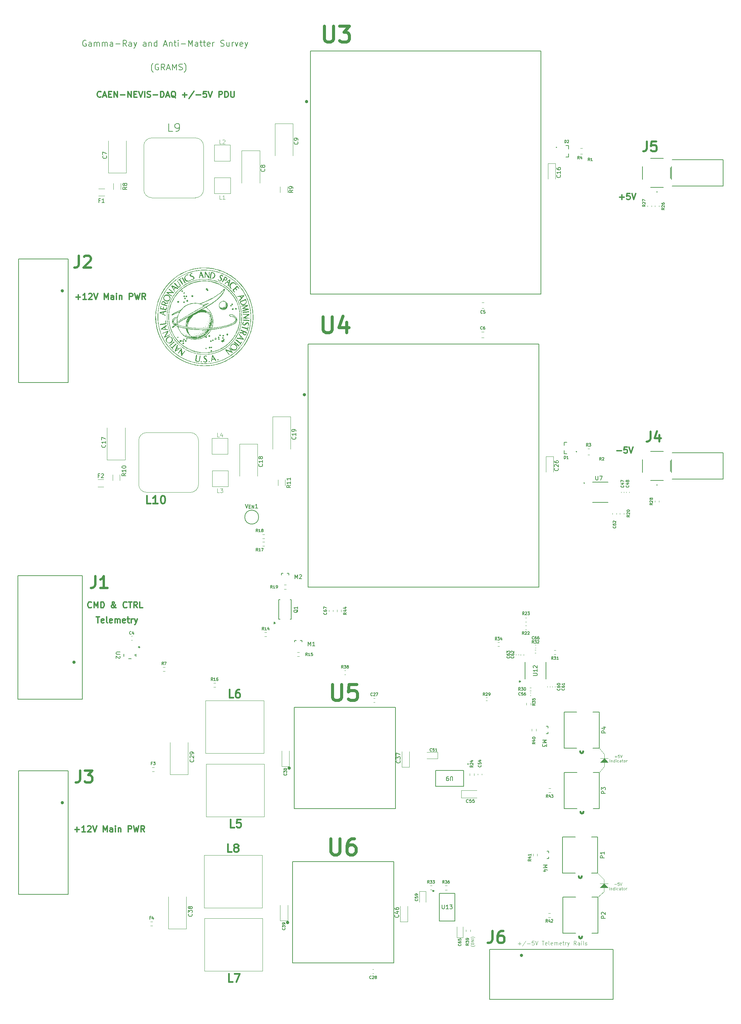
<source format=gbr>
%TF.GenerationSoftware,KiCad,Pcbnew,9.0.3*%
%TF.CreationDate,2025-09-16T12:32:26-04:00*%
%TF.ProjectId,CAEN_NEVIS_DAQ_PM5V,4341454e-5f4e-4455-9649-535f4441515f,rev?*%
%TF.SameCoordinates,Original*%
%TF.FileFunction,Legend,Top*%
%TF.FilePolarity,Positive*%
%FSLAX46Y46*%
G04 Gerber Fmt 4.6, Leading zero omitted, Abs format (unit mm)*
G04 Created by KiCad (PCBNEW 9.0.3) date 2025-09-16 12:32:26*
%MOMM*%
%LPD*%
G01*
G04 APERTURE LIST*
%ADD10C,0.100000*%
%ADD11C,0.300000*%
%ADD12C,0.200000*%
%ADD13C,0.150000*%
%ADD14C,0.400000*%
%ADD15C,0.800000*%
%ADD16C,0.600000*%
%ADD17C,0.500000*%
%ADD18C,0.120000*%
%ADD19C,0.152400*%
%ADD20C,0.508000*%
%ADD21C,0.127000*%
%ADD22C,0.000000*%
G04 APERTURE END LIST*
D10*
X266720000Y-208730000D02*
X264720000Y-208730000D01*
X265720000Y-207730000D01*
X266720000Y-208730000D01*
G36*
X266720000Y-208730000D02*
G01*
X264720000Y-208730000D01*
X265720000Y-207730000D01*
X266720000Y-208730000D01*
G37*
X264720000Y-207730000D02*
X266720000Y-207730000D01*
X265710000Y-207730000D02*
X265710000Y-206730000D01*
X265650000Y-240130000D02*
X265650000Y-241130000D01*
X265650000Y-241130000D02*
X264162000Y-242543001D01*
X264650000Y-239130000D02*
X266650000Y-239130000D01*
X265710000Y-209730000D02*
X264502000Y-211243001D01*
X265710000Y-208730000D02*
X265710000Y-209730000D01*
X265710000Y-206730000D02*
X264442000Y-205146999D01*
X265650000Y-239130000D02*
X265650000Y-238130000D01*
X266650000Y-240130000D02*
X264650000Y-240130000D01*
X265650000Y-239130000D01*
X266650000Y-240130000D01*
G36*
X266650000Y-240130000D02*
G01*
X264650000Y-240130000D01*
X265650000Y-239130000D01*
X266650000Y-240130000D01*
G37*
X265650000Y-238130000D02*
X264082000Y-236476999D01*
D11*
X132874510Y-225579400D02*
X134017368Y-225579400D01*
X133445939Y-226150828D02*
X133445939Y-225007971D01*
X135517368Y-226150828D02*
X134660225Y-226150828D01*
X135088796Y-226150828D02*
X135088796Y-224650828D01*
X135088796Y-224650828D02*
X134945939Y-224865114D01*
X134945939Y-224865114D02*
X134803082Y-225007971D01*
X134803082Y-225007971D02*
X134660225Y-225079400D01*
X136088796Y-224793685D02*
X136160224Y-224722257D01*
X136160224Y-224722257D02*
X136303082Y-224650828D01*
X136303082Y-224650828D02*
X136660224Y-224650828D01*
X136660224Y-224650828D02*
X136803082Y-224722257D01*
X136803082Y-224722257D02*
X136874510Y-224793685D01*
X136874510Y-224793685D02*
X136945939Y-224936542D01*
X136945939Y-224936542D02*
X136945939Y-225079400D01*
X136945939Y-225079400D02*
X136874510Y-225293685D01*
X136874510Y-225293685D02*
X136017367Y-226150828D01*
X136017367Y-226150828D02*
X136945939Y-226150828D01*
X137374510Y-224650828D02*
X137874510Y-226150828D01*
X137874510Y-226150828D02*
X138374510Y-224650828D01*
X140017366Y-226150828D02*
X140017366Y-224650828D01*
X140017366Y-224650828D02*
X140517366Y-225722257D01*
X140517366Y-225722257D02*
X141017366Y-224650828D01*
X141017366Y-224650828D02*
X141017366Y-226150828D01*
X142374510Y-226150828D02*
X142374510Y-225365114D01*
X142374510Y-225365114D02*
X142303081Y-225222257D01*
X142303081Y-225222257D02*
X142160224Y-225150828D01*
X142160224Y-225150828D02*
X141874510Y-225150828D01*
X141874510Y-225150828D02*
X141731652Y-225222257D01*
X142374510Y-226079400D02*
X142231652Y-226150828D01*
X142231652Y-226150828D02*
X141874510Y-226150828D01*
X141874510Y-226150828D02*
X141731652Y-226079400D01*
X141731652Y-226079400D02*
X141660224Y-225936542D01*
X141660224Y-225936542D02*
X141660224Y-225793685D01*
X141660224Y-225793685D02*
X141731652Y-225650828D01*
X141731652Y-225650828D02*
X141874510Y-225579400D01*
X141874510Y-225579400D02*
X142231652Y-225579400D01*
X142231652Y-225579400D02*
X142374510Y-225507971D01*
X143088795Y-226150828D02*
X143088795Y-225150828D01*
X143088795Y-224650828D02*
X143017367Y-224722257D01*
X143017367Y-224722257D02*
X143088795Y-224793685D01*
X143088795Y-224793685D02*
X143160224Y-224722257D01*
X143160224Y-224722257D02*
X143088795Y-224650828D01*
X143088795Y-224650828D02*
X143088795Y-224793685D01*
X143803081Y-225150828D02*
X143803081Y-226150828D01*
X143803081Y-225293685D02*
X143874510Y-225222257D01*
X143874510Y-225222257D02*
X144017367Y-225150828D01*
X144017367Y-225150828D02*
X144231653Y-225150828D01*
X144231653Y-225150828D02*
X144374510Y-225222257D01*
X144374510Y-225222257D02*
X144445939Y-225365114D01*
X144445939Y-225365114D02*
X144445939Y-226150828D01*
X146303081Y-226150828D02*
X146303081Y-224650828D01*
X146303081Y-224650828D02*
X146874510Y-224650828D01*
X146874510Y-224650828D02*
X147017367Y-224722257D01*
X147017367Y-224722257D02*
X147088796Y-224793685D01*
X147088796Y-224793685D02*
X147160224Y-224936542D01*
X147160224Y-224936542D02*
X147160224Y-225150828D01*
X147160224Y-225150828D02*
X147088796Y-225293685D01*
X147088796Y-225293685D02*
X147017367Y-225365114D01*
X147017367Y-225365114D02*
X146874510Y-225436542D01*
X146874510Y-225436542D02*
X146303081Y-225436542D01*
X147660224Y-224650828D02*
X148017367Y-226150828D01*
X148017367Y-226150828D02*
X148303081Y-225079400D01*
X148303081Y-225079400D02*
X148588796Y-226150828D01*
X148588796Y-226150828D02*
X148945939Y-224650828D01*
X150374510Y-226150828D02*
X149874510Y-225436542D01*
X149517367Y-226150828D02*
X149517367Y-224650828D01*
X149517367Y-224650828D02*
X150088796Y-224650828D01*
X150088796Y-224650828D02*
X150231653Y-224722257D01*
X150231653Y-224722257D02*
X150303082Y-224793685D01*
X150303082Y-224793685D02*
X150374510Y-224936542D01*
X150374510Y-224936542D02*
X150374510Y-225150828D01*
X150374510Y-225150828D02*
X150303082Y-225293685D01*
X150303082Y-225293685D02*
X150231653Y-225365114D01*
X150231653Y-225365114D02*
X150088796Y-225436542D01*
X150088796Y-225436542D02*
X149517367Y-225436542D01*
D12*
X135694435Y-27737457D02*
X135551578Y-27666028D01*
X135551578Y-27666028D02*
X135337292Y-27666028D01*
X135337292Y-27666028D02*
X135123006Y-27737457D01*
X135123006Y-27737457D02*
X134980149Y-27880314D01*
X134980149Y-27880314D02*
X134908720Y-28023171D01*
X134908720Y-28023171D02*
X134837292Y-28308885D01*
X134837292Y-28308885D02*
X134837292Y-28523171D01*
X134837292Y-28523171D02*
X134908720Y-28808885D01*
X134908720Y-28808885D02*
X134980149Y-28951742D01*
X134980149Y-28951742D02*
X135123006Y-29094600D01*
X135123006Y-29094600D02*
X135337292Y-29166028D01*
X135337292Y-29166028D02*
X135480149Y-29166028D01*
X135480149Y-29166028D02*
X135694435Y-29094600D01*
X135694435Y-29094600D02*
X135765863Y-29023171D01*
X135765863Y-29023171D02*
X135765863Y-28523171D01*
X135765863Y-28523171D02*
X135480149Y-28523171D01*
X137051578Y-29166028D02*
X137051578Y-28380314D01*
X137051578Y-28380314D02*
X136980149Y-28237457D01*
X136980149Y-28237457D02*
X136837292Y-28166028D01*
X136837292Y-28166028D02*
X136551578Y-28166028D01*
X136551578Y-28166028D02*
X136408720Y-28237457D01*
X137051578Y-29094600D02*
X136908720Y-29166028D01*
X136908720Y-29166028D02*
X136551578Y-29166028D01*
X136551578Y-29166028D02*
X136408720Y-29094600D01*
X136408720Y-29094600D02*
X136337292Y-28951742D01*
X136337292Y-28951742D02*
X136337292Y-28808885D01*
X136337292Y-28808885D02*
X136408720Y-28666028D01*
X136408720Y-28666028D02*
X136551578Y-28594600D01*
X136551578Y-28594600D02*
X136908720Y-28594600D01*
X136908720Y-28594600D02*
X137051578Y-28523171D01*
X137765863Y-29166028D02*
X137765863Y-28166028D01*
X137765863Y-28308885D02*
X137837292Y-28237457D01*
X137837292Y-28237457D02*
X137980149Y-28166028D01*
X137980149Y-28166028D02*
X138194435Y-28166028D01*
X138194435Y-28166028D02*
X138337292Y-28237457D01*
X138337292Y-28237457D02*
X138408721Y-28380314D01*
X138408721Y-28380314D02*
X138408721Y-29166028D01*
X138408721Y-28380314D02*
X138480149Y-28237457D01*
X138480149Y-28237457D02*
X138623006Y-28166028D01*
X138623006Y-28166028D02*
X138837292Y-28166028D01*
X138837292Y-28166028D02*
X138980149Y-28237457D01*
X138980149Y-28237457D02*
X139051578Y-28380314D01*
X139051578Y-28380314D02*
X139051578Y-29166028D01*
X139765863Y-29166028D02*
X139765863Y-28166028D01*
X139765863Y-28308885D02*
X139837292Y-28237457D01*
X139837292Y-28237457D02*
X139980149Y-28166028D01*
X139980149Y-28166028D02*
X140194435Y-28166028D01*
X140194435Y-28166028D02*
X140337292Y-28237457D01*
X140337292Y-28237457D02*
X140408721Y-28380314D01*
X140408721Y-28380314D02*
X140408721Y-29166028D01*
X140408721Y-28380314D02*
X140480149Y-28237457D01*
X140480149Y-28237457D02*
X140623006Y-28166028D01*
X140623006Y-28166028D02*
X140837292Y-28166028D01*
X140837292Y-28166028D02*
X140980149Y-28237457D01*
X140980149Y-28237457D02*
X141051578Y-28380314D01*
X141051578Y-28380314D02*
X141051578Y-29166028D01*
X142408721Y-29166028D02*
X142408721Y-28380314D01*
X142408721Y-28380314D02*
X142337292Y-28237457D01*
X142337292Y-28237457D02*
X142194435Y-28166028D01*
X142194435Y-28166028D02*
X141908721Y-28166028D01*
X141908721Y-28166028D02*
X141765863Y-28237457D01*
X142408721Y-29094600D02*
X142265863Y-29166028D01*
X142265863Y-29166028D02*
X141908721Y-29166028D01*
X141908721Y-29166028D02*
X141765863Y-29094600D01*
X141765863Y-29094600D02*
X141694435Y-28951742D01*
X141694435Y-28951742D02*
X141694435Y-28808885D01*
X141694435Y-28808885D02*
X141765863Y-28666028D01*
X141765863Y-28666028D02*
X141908721Y-28594600D01*
X141908721Y-28594600D02*
X142265863Y-28594600D01*
X142265863Y-28594600D02*
X142408721Y-28523171D01*
X143123006Y-28594600D02*
X144265864Y-28594600D01*
X145837292Y-29166028D02*
X145337292Y-28451742D01*
X144980149Y-29166028D02*
X144980149Y-27666028D01*
X144980149Y-27666028D02*
X145551578Y-27666028D01*
X145551578Y-27666028D02*
X145694435Y-27737457D01*
X145694435Y-27737457D02*
X145765864Y-27808885D01*
X145765864Y-27808885D02*
X145837292Y-27951742D01*
X145837292Y-27951742D02*
X145837292Y-28166028D01*
X145837292Y-28166028D02*
X145765864Y-28308885D01*
X145765864Y-28308885D02*
X145694435Y-28380314D01*
X145694435Y-28380314D02*
X145551578Y-28451742D01*
X145551578Y-28451742D02*
X144980149Y-28451742D01*
X147123007Y-29166028D02*
X147123007Y-28380314D01*
X147123007Y-28380314D02*
X147051578Y-28237457D01*
X147051578Y-28237457D02*
X146908721Y-28166028D01*
X146908721Y-28166028D02*
X146623007Y-28166028D01*
X146623007Y-28166028D02*
X146480149Y-28237457D01*
X147123007Y-29094600D02*
X146980149Y-29166028D01*
X146980149Y-29166028D02*
X146623007Y-29166028D01*
X146623007Y-29166028D02*
X146480149Y-29094600D01*
X146480149Y-29094600D02*
X146408721Y-28951742D01*
X146408721Y-28951742D02*
X146408721Y-28808885D01*
X146408721Y-28808885D02*
X146480149Y-28666028D01*
X146480149Y-28666028D02*
X146623007Y-28594600D01*
X146623007Y-28594600D02*
X146980149Y-28594600D01*
X146980149Y-28594600D02*
X147123007Y-28523171D01*
X147694435Y-28166028D02*
X148051578Y-29166028D01*
X148408721Y-28166028D02*
X148051578Y-29166028D01*
X148051578Y-29166028D02*
X147908721Y-29523171D01*
X147908721Y-29523171D02*
X147837292Y-29594600D01*
X147837292Y-29594600D02*
X147694435Y-29666028D01*
X150765864Y-29166028D02*
X150765864Y-28380314D01*
X150765864Y-28380314D02*
X150694435Y-28237457D01*
X150694435Y-28237457D02*
X150551578Y-28166028D01*
X150551578Y-28166028D02*
X150265864Y-28166028D01*
X150265864Y-28166028D02*
X150123006Y-28237457D01*
X150765864Y-29094600D02*
X150623006Y-29166028D01*
X150623006Y-29166028D02*
X150265864Y-29166028D01*
X150265864Y-29166028D02*
X150123006Y-29094600D01*
X150123006Y-29094600D02*
X150051578Y-28951742D01*
X150051578Y-28951742D02*
X150051578Y-28808885D01*
X150051578Y-28808885D02*
X150123006Y-28666028D01*
X150123006Y-28666028D02*
X150265864Y-28594600D01*
X150265864Y-28594600D02*
X150623006Y-28594600D01*
X150623006Y-28594600D02*
X150765864Y-28523171D01*
X151480149Y-28166028D02*
X151480149Y-29166028D01*
X151480149Y-28308885D02*
X151551578Y-28237457D01*
X151551578Y-28237457D02*
X151694435Y-28166028D01*
X151694435Y-28166028D02*
X151908721Y-28166028D01*
X151908721Y-28166028D02*
X152051578Y-28237457D01*
X152051578Y-28237457D02*
X152123007Y-28380314D01*
X152123007Y-28380314D02*
X152123007Y-29166028D01*
X153480150Y-29166028D02*
X153480150Y-27666028D01*
X153480150Y-29094600D02*
X153337292Y-29166028D01*
X153337292Y-29166028D02*
X153051578Y-29166028D01*
X153051578Y-29166028D02*
X152908721Y-29094600D01*
X152908721Y-29094600D02*
X152837292Y-29023171D01*
X152837292Y-29023171D02*
X152765864Y-28880314D01*
X152765864Y-28880314D02*
X152765864Y-28451742D01*
X152765864Y-28451742D02*
X152837292Y-28308885D01*
X152837292Y-28308885D02*
X152908721Y-28237457D01*
X152908721Y-28237457D02*
X153051578Y-28166028D01*
X153051578Y-28166028D02*
X153337292Y-28166028D01*
X153337292Y-28166028D02*
X153480150Y-28237457D01*
X155265864Y-28737457D02*
X155980150Y-28737457D01*
X155123007Y-29166028D02*
X155623007Y-27666028D01*
X155623007Y-27666028D02*
X156123007Y-29166028D01*
X156623006Y-28166028D02*
X156623006Y-29166028D01*
X156623006Y-28308885D02*
X156694435Y-28237457D01*
X156694435Y-28237457D02*
X156837292Y-28166028D01*
X156837292Y-28166028D02*
X157051578Y-28166028D01*
X157051578Y-28166028D02*
X157194435Y-28237457D01*
X157194435Y-28237457D02*
X157265864Y-28380314D01*
X157265864Y-28380314D02*
X157265864Y-29166028D01*
X157765864Y-28166028D02*
X158337292Y-28166028D01*
X157980149Y-27666028D02*
X157980149Y-28951742D01*
X157980149Y-28951742D02*
X158051578Y-29094600D01*
X158051578Y-29094600D02*
X158194435Y-29166028D01*
X158194435Y-29166028D02*
X158337292Y-29166028D01*
X158837292Y-29166028D02*
X158837292Y-28166028D01*
X158837292Y-27666028D02*
X158765864Y-27737457D01*
X158765864Y-27737457D02*
X158837292Y-27808885D01*
X158837292Y-27808885D02*
X158908721Y-27737457D01*
X158908721Y-27737457D02*
X158837292Y-27666028D01*
X158837292Y-27666028D02*
X158837292Y-27808885D01*
X159551578Y-28594600D02*
X160694436Y-28594600D01*
X161408721Y-29166028D02*
X161408721Y-27666028D01*
X161408721Y-27666028D02*
X161908721Y-28737457D01*
X161908721Y-28737457D02*
X162408721Y-27666028D01*
X162408721Y-27666028D02*
X162408721Y-29166028D01*
X163765865Y-29166028D02*
X163765865Y-28380314D01*
X163765865Y-28380314D02*
X163694436Y-28237457D01*
X163694436Y-28237457D02*
X163551579Y-28166028D01*
X163551579Y-28166028D02*
X163265865Y-28166028D01*
X163265865Y-28166028D02*
X163123007Y-28237457D01*
X163765865Y-29094600D02*
X163623007Y-29166028D01*
X163623007Y-29166028D02*
X163265865Y-29166028D01*
X163265865Y-29166028D02*
X163123007Y-29094600D01*
X163123007Y-29094600D02*
X163051579Y-28951742D01*
X163051579Y-28951742D02*
X163051579Y-28808885D01*
X163051579Y-28808885D02*
X163123007Y-28666028D01*
X163123007Y-28666028D02*
X163265865Y-28594600D01*
X163265865Y-28594600D02*
X163623007Y-28594600D01*
X163623007Y-28594600D02*
X163765865Y-28523171D01*
X164265865Y-28166028D02*
X164837293Y-28166028D01*
X164480150Y-27666028D02*
X164480150Y-28951742D01*
X164480150Y-28951742D02*
X164551579Y-29094600D01*
X164551579Y-29094600D02*
X164694436Y-29166028D01*
X164694436Y-29166028D02*
X164837293Y-29166028D01*
X165123008Y-28166028D02*
X165694436Y-28166028D01*
X165337293Y-27666028D02*
X165337293Y-28951742D01*
X165337293Y-28951742D02*
X165408722Y-29094600D01*
X165408722Y-29094600D02*
X165551579Y-29166028D01*
X165551579Y-29166028D02*
X165694436Y-29166028D01*
X166765865Y-29094600D02*
X166623008Y-29166028D01*
X166623008Y-29166028D02*
X166337294Y-29166028D01*
X166337294Y-29166028D02*
X166194436Y-29094600D01*
X166194436Y-29094600D02*
X166123008Y-28951742D01*
X166123008Y-28951742D02*
X166123008Y-28380314D01*
X166123008Y-28380314D02*
X166194436Y-28237457D01*
X166194436Y-28237457D02*
X166337294Y-28166028D01*
X166337294Y-28166028D02*
X166623008Y-28166028D01*
X166623008Y-28166028D02*
X166765865Y-28237457D01*
X166765865Y-28237457D02*
X166837294Y-28380314D01*
X166837294Y-28380314D02*
X166837294Y-28523171D01*
X166837294Y-28523171D02*
X166123008Y-28666028D01*
X167480150Y-29166028D02*
X167480150Y-28166028D01*
X167480150Y-28451742D02*
X167551579Y-28308885D01*
X167551579Y-28308885D02*
X167623008Y-28237457D01*
X167623008Y-28237457D02*
X167765865Y-28166028D01*
X167765865Y-28166028D02*
X167908722Y-28166028D01*
X169480150Y-29094600D02*
X169694436Y-29166028D01*
X169694436Y-29166028D02*
X170051578Y-29166028D01*
X170051578Y-29166028D02*
X170194436Y-29094600D01*
X170194436Y-29094600D02*
X170265864Y-29023171D01*
X170265864Y-29023171D02*
X170337293Y-28880314D01*
X170337293Y-28880314D02*
X170337293Y-28737457D01*
X170337293Y-28737457D02*
X170265864Y-28594600D01*
X170265864Y-28594600D02*
X170194436Y-28523171D01*
X170194436Y-28523171D02*
X170051578Y-28451742D01*
X170051578Y-28451742D02*
X169765864Y-28380314D01*
X169765864Y-28380314D02*
X169623007Y-28308885D01*
X169623007Y-28308885D02*
X169551578Y-28237457D01*
X169551578Y-28237457D02*
X169480150Y-28094600D01*
X169480150Y-28094600D02*
X169480150Y-27951742D01*
X169480150Y-27951742D02*
X169551578Y-27808885D01*
X169551578Y-27808885D02*
X169623007Y-27737457D01*
X169623007Y-27737457D02*
X169765864Y-27666028D01*
X169765864Y-27666028D02*
X170123007Y-27666028D01*
X170123007Y-27666028D02*
X170337293Y-27737457D01*
X171623007Y-28166028D02*
X171623007Y-29166028D01*
X170980149Y-28166028D02*
X170980149Y-28951742D01*
X170980149Y-28951742D02*
X171051578Y-29094600D01*
X171051578Y-29094600D02*
X171194435Y-29166028D01*
X171194435Y-29166028D02*
X171408721Y-29166028D01*
X171408721Y-29166028D02*
X171551578Y-29094600D01*
X171551578Y-29094600D02*
X171623007Y-29023171D01*
X172337292Y-29166028D02*
X172337292Y-28166028D01*
X172337292Y-28451742D02*
X172408721Y-28308885D01*
X172408721Y-28308885D02*
X172480150Y-28237457D01*
X172480150Y-28237457D02*
X172623007Y-28166028D01*
X172623007Y-28166028D02*
X172765864Y-28166028D01*
X173123006Y-28166028D02*
X173480149Y-29166028D01*
X173480149Y-29166028D02*
X173837292Y-28166028D01*
X174980149Y-29094600D02*
X174837292Y-29166028D01*
X174837292Y-29166028D02*
X174551578Y-29166028D01*
X174551578Y-29166028D02*
X174408720Y-29094600D01*
X174408720Y-29094600D02*
X174337292Y-28951742D01*
X174337292Y-28951742D02*
X174337292Y-28380314D01*
X174337292Y-28380314D02*
X174408720Y-28237457D01*
X174408720Y-28237457D02*
X174551578Y-28166028D01*
X174551578Y-28166028D02*
X174837292Y-28166028D01*
X174837292Y-28166028D02*
X174980149Y-28237457D01*
X174980149Y-28237457D02*
X175051578Y-28380314D01*
X175051578Y-28380314D02*
X175051578Y-28523171D01*
X175051578Y-28523171D02*
X174337292Y-28666028D01*
X175551577Y-28166028D02*
X175908720Y-29166028D01*
X176265863Y-28166028D02*
X175908720Y-29166028D01*
X175908720Y-29166028D02*
X175765863Y-29523171D01*
X175765863Y-29523171D02*
X175694434Y-29594600D01*
X175694434Y-29594600D02*
X175551577Y-29666028D01*
D10*
X268339999Y-207275505D02*
X268873333Y-207275505D01*
X268606666Y-207542172D02*
X268606666Y-207008839D01*
X269540000Y-206842172D02*
X269206666Y-206842172D01*
X269206666Y-206842172D02*
X269173333Y-207175505D01*
X269173333Y-207175505D02*
X269206666Y-207142172D01*
X269206666Y-207142172D02*
X269273333Y-207108839D01*
X269273333Y-207108839D02*
X269440000Y-207108839D01*
X269440000Y-207108839D02*
X269506666Y-207142172D01*
X269506666Y-207142172D02*
X269540000Y-207175505D01*
X269540000Y-207175505D02*
X269573333Y-207242172D01*
X269573333Y-207242172D02*
X269573333Y-207408839D01*
X269573333Y-207408839D02*
X269540000Y-207475505D01*
X269540000Y-207475505D02*
X269506666Y-207508839D01*
X269506666Y-207508839D02*
X269440000Y-207542172D01*
X269440000Y-207542172D02*
X269273333Y-207542172D01*
X269273333Y-207542172D02*
X269206666Y-207508839D01*
X269206666Y-207508839D02*
X269173333Y-207475505D01*
X269773333Y-206842172D02*
X270006667Y-207542172D01*
X270006667Y-207542172D02*
X270240000Y-206842172D01*
X267090001Y-208669133D02*
X267090001Y-207969133D01*
X267423334Y-208202466D02*
X267423334Y-208669133D01*
X267423334Y-208269133D02*
X267456668Y-208235800D01*
X267456668Y-208235800D02*
X267523334Y-208202466D01*
X267523334Y-208202466D02*
X267623334Y-208202466D01*
X267623334Y-208202466D02*
X267690001Y-208235800D01*
X267690001Y-208235800D02*
X267723334Y-208302466D01*
X267723334Y-208302466D02*
X267723334Y-208669133D01*
X268356667Y-208669133D02*
X268356667Y-207969133D01*
X268356667Y-208635800D02*
X268290001Y-208669133D01*
X268290001Y-208669133D02*
X268156667Y-208669133D01*
X268156667Y-208669133D02*
X268090001Y-208635800D01*
X268090001Y-208635800D02*
X268056667Y-208602466D01*
X268056667Y-208602466D02*
X268023334Y-208535800D01*
X268023334Y-208535800D02*
X268023334Y-208335800D01*
X268023334Y-208335800D02*
X268056667Y-208269133D01*
X268056667Y-208269133D02*
X268090001Y-208235800D01*
X268090001Y-208235800D02*
X268156667Y-208202466D01*
X268156667Y-208202466D02*
X268290001Y-208202466D01*
X268290001Y-208202466D02*
X268356667Y-208235800D01*
X268690000Y-208669133D02*
X268690000Y-208202466D01*
X268690000Y-207969133D02*
X268656667Y-208002466D01*
X268656667Y-208002466D02*
X268690000Y-208035800D01*
X268690000Y-208035800D02*
X268723334Y-208002466D01*
X268723334Y-208002466D02*
X268690000Y-207969133D01*
X268690000Y-207969133D02*
X268690000Y-208035800D01*
X269323333Y-208635800D02*
X269256667Y-208669133D01*
X269256667Y-208669133D02*
X269123333Y-208669133D01*
X269123333Y-208669133D02*
X269056667Y-208635800D01*
X269056667Y-208635800D02*
X269023333Y-208602466D01*
X269023333Y-208602466D02*
X268990000Y-208535800D01*
X268990000Y-208535800D02*
X268990000Y-208335800D01*
X268990000Y-208335800D02*
X269023333Y-208269133D01*
X269023333Y-208269133D02*
X269056667Y-208235800D01*
X269056667Y-208235800D02*
X269123333Y-208202466D01*
X269123333Y-208202466D02*
X269256667Y-208202466D01*
X269256667Y-208202466D02*
X269323333Y-208235800D01*
X269923333Y-208669133D02*
X269923333Y-208302466D01*
X269923333Y-208302466D02*
X269890000Y-208235800D01*
X269890000Y-208235800D02*
X269823333Y-208202466D01*
X269823333Y-208202466D02*
X269690000Y-208202466D01*
X269690000Y-208202466D02*
X269623333Y-208235800D01*
X269923333Y-208635800D02*
X269856667Y-208669133D01*
X269856667Y-208669133D02*
X269690000Y-208669133D01*
X269690000Y-208669133D02*
X269623333Y-208635800D01*
X269623333Y-208635800D02*
X269590000Y-208569133D01*
X269590000Y-208569133D02*
X269590000Y-208502466D01*
X269590000Y-208502466D02*
X269623333Y-208435800D01*
X269623333Y-208435800D02*
X269690000Y-208402466D01*
X269690000Y-208402466D02*
X269856667Y-208402466D01*
X269856667Y-208402466D02*
X269923333Y-208369133D01*
X270156666Y-208202466D02*
X270423333Y-208202466D01*
X270256666Y-207969133D02*
X270256666Y-208569133D01*
X270256666Y-208569133D02*
X270290000Y-208635800D01*
X270290000Y-208635800D02*
X270356666Y-208669133D01*
X270356666Y-208669133D02*
X270423333Y-208669133D01*
X270756666Y-208669133D02*
X270690000Y-208635800D01*
X270690000Y-208635800D02*
X270656666Y-208602466D01*
X270656666Y-208602466D02*
X270623333Y-208535800D01*
X270623333Y-208535800D02*
X270623333Y-208335800D01*
X270623333Y-208335800D02*
X270656666Y-208269133D01*
X270656666Y-208269133D02*
X270690000Y-208235800D01*
X270690000Y-208235800D02*
X270756666Y-208202466D01*
X270756666Y-208202466D02*
X270856666Y-208202466D01*
X270856666Y-208202466D02*
X270923333Y-208235800D01*
X270923333Y-208235800D02*
X270956666Y-208269133D01*
X270956666Y-208269133D02*
X270990000Y-208335800D01*
X270990000Y-208335800D02*
X270990000Y-208535800D01*
X270990000Y-208535800D02*
X270956666Y-208602466D01*
X270956666Y-208602466D02*
X270923333Y-208635800D01*
X270923333Y-208635800D02*
X270856666Y-208669133D01*
X270856666Y-208669133D02*
X270756666Y-208669133D01*
X271289999Y-208669133D02*
X271289999Y-208202466D01*
X271289999Y-208335800D02*
X271323333Y-208269133D01*
X271323333Y-208269133D02*
X271356666Y-208235800D01*
X271356666Y-208235800D02*
X271423333Y-208202466D01*
X271423333Y-208202466D02*
X271489999Y-208202466D01*
D11*
X139464285Y-41810471D02*
X139392857Y-41881900D01*
X139392857Y-41881900D02*
X139178571Y-41953328D01*
X139178571Y-41953328D02*
X139035714Y-41953328D01*
X139035714Y-41953328D02*
X138821428Y-41881900D01*
X138821428Y-41881900D02*
X138678571Y-41739042D01*
X138678571Y-41739042D02*
X138607142Y-41596185D01*
X138607142Y-41596185D02*
X138535714Y-41310471D01*
X138535714Y-41310471D02*
X138535714Y-41096185D01*
X138535714Y-41096185D02*
X138607142Y-40810471D01*
X138607142Y-40810471D02*
X138678571Y-40667614D01*
X138678571Y-40667614D02*
X138821428Y-40524757D01*
X138821428Y-40524757D02*
X139035714Y-40453328D01*
X139035714Y-40453328D02*
X139178571Y-40453328D01*
X139178571Y-40453328D02*
X139392857Y-40524757D01*
X139392857Y-40524757D02*
X139464285Y-40596185D01*
X140035714Y-41524757D02*
X140750000Y-41524757D01*
X139892857Y-41953328D02*
X140392857Y-40453328D01*
X140392857Y-40453328D02*
X140892857Y-41953328D01*
X141392856Y-41167614D02*
X141892856Y-41167614D01*
X142107142Y-41953328D02*
X141392856Y-41953328D01*
X141392856Y-41953328D02*
X141392856Y-40453328D01*
X141392856Y-40453328D02*
X142107142Y-40453328D01*
X142749999Y-41953328D02*
X142749999Y-40453328D01*
X142749999Y-40453328D02*
X143607142Y-41953328D01*
X143607142Y-41953328D02*
X143607142Y-40453328D01*
X144321428Y-41381900D02*
X145464286Y-41381900D01*
X146178571Y-41953328D02*
X146178571Y-40453328D01*
X146178571Y-40453328D02*
X147035714Y-41953328D01*
X147035714Y-41953328D02*
X147035714Y-40453328D01*
X147750000Y-41167614D02*
X148250000Y-41167614D01*
X148464286Y-41953328D02*
X147750000Y-41953328D01*
X147750000Y-41953328D02*
X147750000Y-40453328D01*
X147750000Y-40453328D02*
X148464286Y-40453328D01*
X148892858Y-40453328D02*
X149392858Y-41953328D01*
X149392858Y-41953328D02*
X149892858Y-40453328D01*
X150392857Y-41953328D02*
X150392857Y-40453328D01*
X151035715Y-41881900D02*
X151250001Y-41953328D01*
X151250001Y-41953328D02*
X151607143Y-41953328D01*
X151607143Y-41953328D02*
X151750001Y-41881900D01*
X151750001Y-41881900D02*
X151821429Y-41810471D01*
X151821429Y-41810471D02*
X151892858Y-41667614D01*
X151892858Y-41667614D02*
X151892858Y-41524757D01*
X151892858Y-41524757D02*
X151821429Y-41381900D01*
X151821429Y-41381900D02*
X151750001Y-41310471D01*
X151750001Y-41310471D02*
X151607143Y-41239042D01*
X151607143Y-41239042D02*
X151321429Y-41167614D01*
X151321429Y-41167614D02*
X151178572Y-41096185D01*
X151178572Y-41096185D02*
X151107143Y-41024757D01*
X151107143Y-41024757D02*
X151035715Y-40881900D01*
X151035715Y-40881900D02*
X151035715Y-40739042D01*
X151035715Y-40739042D02*
X151107143Y-40596185D01*
X151107143Y-40596185D02*
X151178572Y-40524757D01*
X151178572Y-40524757D02*
X151321429Y-40453328D01*
X151321429Y-40453328D02*
X151678572Y-40453328D01*
X151678572Y-40453328D02*
X151892858Y-40524757D01*
X152535714Y-41381900D02*
X153678572Y-41381900D01*
X154392857Y-41953328D02*
X154392857Y-40453328D01*
X154392857Y-40453328D02*
X154750000Y-40453328D01*
X154750000Y-40453328D02*
X154964286Y-40524757D01*
X154964286Y-40524757D02*
X155107143Y-40667614D01*
X155107143Y-40667614D02*
X155178572Y-40810471D01*
X155178572Y-40810471D02*
X155250000Y-41096185D01*
X155250000Y-41096185D02*
X155250000Y-41310471D01*
X155250000Y-41310471D02*
X155178572Y-41596185D01*
X155178572Y-41596185D02*
X155107143Y-41739042D01*
X155107143Y-41739042D02*
X154964286Y-41881900D01*
X154964286Y-41881900D02*
X154750000Y-41953328D01*
X154750000Y-41953328D02*
X154392857Y-41953328D01*
X155821429Y-41524757D02*
X156535715Y-41524757D01*
X155678572Y-41953328D02*
X156178572Y-40453328D01*
X156178572Y-40453328D02*
X156678572Y-41953328D01*
X158178571Y-42096185D02*
X158035714Y-42024757D01*
X158035714Y-42024757D02*
X157892857Y-41881900D01*
X157892857Y-41881900D02*
X157678571Y-41667614D01*
X157678571Y-41667614D02*
X157535714Y-41596185D01*
X157535714Y-41596185D02*
X157392857Y-41596185D01*
X157464286Y-41953328D02*
X157321429Y-41881900D01*
X157321429Y-41881900D02*
X157178571Y-41739042D01*
X157178571Y-41739042D02*
X157107143Y-41453328D01*
X157107143Y-41453328D02*
X157107143Y-40953328D01*
X157107143Y-40953328D02*
X157178571Y-40667614D01*
X157178571Y-40667614D02*
X157321429Y-40524757D01*
X157321429Y-40524757D02*
X157464286Y-40453328D01*
X157464286Y-40453328D02*
X157750000Y-40453328D01*
X157750000Y-40453328D02*
X157892857Y-40524757D01*
X157892857Y-40524757D02*
X158035714Y-40667614D01*
X158035714Y-40667614D02*
X158107143Y-40953328D01*
X158107143Y-40953328D02*
X158107143Y-41453328D01*
X158107143Y-41453328D02*
X158035714Y-41739042D01*
X158035714Y-41739042D02*
X157892857Y-41881900D01*
X157892857Y-41881900D02*
X157750000Y-41953328D01*
X157750000Y-41953328D02*
X157464286Y-41953328D01*
X159892857Y-41381900D02*
X161035715Y-41381900D01*
X160464286Y-41953328D02*
X160464286Y-40810471D01*
X162821429Y-40381900D02*
X161535715Y-42310471D01*
X163321429Y-41381900D02*
X164464287Y-41381900D01*
X165892858Y-40453328D02*
X165178572Y-40453328D01*
X165178572Y-40453328D02*
X165107144Y-41167614D01*
X165107144Y-41167614D02*
X165178572Y-41096185D01*
X165178572Y-41096185D02*
X165321430Y-41024757D01*
X165321430Y-41024757D02*
X165678572Y-41024757D01*
X165678572Y-41024757D02*
X165821430Y-41096185D01*
X165821430Y-41096185D02*
X165892858Y-41167614D01*
X165892858Y-41167614D02*
X165964287Y-41310471D01*
X165964287Y-41310471D02*
X165964287Y-41667614D01*
X165964287Y-41667614D02*
X165892858Y-41810471D01*
X165892858Y-41810471D02*
X165821430Y-41881900D01*
X165821430Y-41881900D02*
X165678572Y-41953328D01*
X165678572Y-41953328D02*
X165321430Y-41953328D01*
X165321430Y-41953328D02*
X165178572Y-41881900D01*
X165178572Y-41881900D02*
X165107144Y-41810471D01*
X166392858Y-40453328D02*
X166892858Y-41953328D01*
X166892858Y-41953328D02*
X167392858Y-40453328D01*
X169035714Y-41953328D02*
X169035714Y-40453328D01*
X169035714Y-40453328D02*
X169607143Y-40453328D01*
X169607143Y-40453328D02*
X169750000Y-40524757D01*
X169750000Y-40524757D02*
X169821429Y-40596185D01*
X169821429Y-40596185D02*
X169892857Y-40739042D01*
X169892857Y-40739042D02*
X169892857Y-40953328D01*
X169892857Y-40953328D02*
X169821429Y-41096185D01*
X169821429Y-41096185D02*
X169750000Y-41167614D01*
X169750000Y-41167614D02*
X169607143Y-41239042D01*
X169607143Y-41239042D02*
X169035714Y-41239042D01*
X170535714Y-41953328D02*
X170535714Y-40453328D01*
X170535714Y-40453328D02*
X170892857Y-40453328D01*
X170892857Y-40453328D02*
X171107143Y-40524757D01*
X171107143Y-40524757D02*
X171250000Y-40667614D01*
X171250000Y-40667614D02*
X171321429Y-40810471D01*
X171321429Y-40810471D02*
X171392857Y-41096185D01*
X171392857Y-41096185D02*
X171392857Y-41310471D01*
X171392857Y-41310471D02*
X171321429Y-41596185D01*
X171321429Y-41596185D02*
X171250000Y-41739042D01*
X171250000Y-41739042D02*
X171107143Y-41881900D01*
X171107143Y-41881900D02*
X170892857Y-41953328D01*
X170892857Y-41953328D02*
X170535714Y-41953328D01*
X172035714Y-40453328D02*
X172035714Y-41667614D01*
X172035714Y-41667614D02*
X172107143Y-41810471D01*
X172107143Y-41810471D02*
X172178572Y-41881900D01*
X172178572Y-41881900D02*
X172321429Y-41953328D01*
X172321429Y-41953328D02*
X172607143Y-41953328D01*
X172607143Y-41953328D02*
X172750000Y-41881900D01*
X172750000Y-41881900D02*
X172821429Y-41810471D01*
X172821429Y-41810471D02*
X172892857Y-41667614D01*
X172892857Y-41667614D02*
X172892857Y-40453328D01*
X137061653Y-169837971D02*
X136990225Y-169909400D01*
X136990225Y-169909400D02*
X136775939Y-169980828D01*
X136775939Y-169980828D02*
X136633082Y-169980828D01*
X136633082Y-169980828D02*
X136418796Y-169909400D01*
X136418796Y-169909400D02*
X136275939Y-169766542D01*
X136275939Y-169766542D02*
X136204510Y-169623685D01*
X136204510Y-169623685D02*
X136133082Y-169337971D01*
X136133082Y-169337971D02*
X136133082Y-169123685D01*
X136133082Y-169123685D02*
X136204510Y-168837971D01*
X136204510Y-168837971D02*
X136275939Y-168695114D01*
X136275939Y-168695114D02*
X136418796Y-168552257D01*
X136418796Y-168552257D02*
X136633082Y-168480828D01*
X136633082Y-168480828D02*
X136775939Y-168480828D01*
X136775939Y-168480828D02*
X136990225Y-168552257D01*
X136990225Y-168552257D02*
X137061653Y-168623685D01*
X137704510Y-169980828D02*
X137704510Y-168480828D01*
X137704510Y-168480828D02*
X138204510Y-169552257D01*
X138204510Y-169552257D02*
X138704510Y-168480828D01*
X138704510Y-168480828D02*
X138704510Y-169980828D01*
X139418796Y-169980828D02*
X139418796Y-168480828D01*
X139418796Y-168480828D02*
X139775939Y-168480828D01*
X139775939Y-168480828D02*
X139990225Y-168552257D01*
X139990225Y-168552257D02*
X140133082Y-168695114D01*
X140133082Y-168695114D02*
X140204511Y-168837971D01*
X140204511Y-168837971D02*
X140275939Y-169123685D01*
X140275939Y-169123685D02*
X140275939Y-169337971D01*
X140275939Y-169337971D02*
X140204511Y-169623685D01*
X140204511Y-169623685D02*
X140133082Y-169766542D01*
X140133082Y-169766542D02*
X139990225Y-169909400D01*
X139990225Y-169909400D02*
X139775939Y-169980828D01*
X139775939Y-169980828D02*
X139418796Y-169980828D01*
X143275939Y-169980828D02*
X143204511Y-169980828D01*
X143204511Y-169980828D02*
X143061653Y-169909400D01*
X143061653Y-169909400D02*
X142847368Y-169695114D01*
X142847368Y-169695114D02*
X142490225Y-169266542D01*
X142490225Y-169266542D02*
X142347368Y-169052257D01*
X142347368Y-169052257D02*
X142275939Y-168837971D01*
X142275939Y-168837971D02*
X142275939Y-168695114D01*
X142275939Y-168695114D02*
X142347368Y-168552257D01*
X142347368Y-168552257D02*
X142490225Y-168480828D01*
X142490225Y-168480828D02*
X142561653Y-168480828D01*
X142561653Y-168480828D02*
X142704511Y-168552257D01*
X142704511Y-168552257D02*
X142775939Y-168695114D01*
X142775939Y-168695114D02*
X142775939Y-168766542D01*
X142775939Y-168766542D02*
X142704511Y-168909400D01*
X142704511Y-168909400D02*
X142633082Y-168980828D01*
X142633082Y-168980828D02*
X142204511Y-169266542D01*
X142204511Y-169266542D02*
X142133082Y-169337971D01*
X142133082Y-169337971D02*
X142061653Y-169480828D01*
X142061653Y-169480828D02*
X142061653Y-169695114D01*
X142061653Y-169695114D02*
X142133082Y-169837971D01*
X142133082Y-169837971D02*
X142204511Y-169909400D01*
X142204511Y-169909400D02*
X142347368Y-169980828D01*
X142347368Y-169980828D02*
X142561653Y-169980828D01*
X142561653Y-169980828D02*
X142704511Y-169909400D01*
X142704511Y-169909400D02*
X142775939Y-169837971D01*
X142775939Y-169837971D02*
X142990225Y-169552257D01*
X142990225Y-169552257D02*
X143061653Y-169337971D01*
X143061653Y-169337971D02*
X143061653Y-169195114D01*
X145918796Y-169837971D02*
X145847368Y-169909400D01*
X145847368Y-169909400D02*
X145633082Y-169980828D01*
X145633082Y-169980828D02*
X145490225Y-169980828D01*
X145490225Y-169980828D02*
X145275939Y-169909400D01*
X145275939Y-169909400D02*
X145133082Y-169766542D01*
X145133082Y-169766542D02*
X145061653Y-169623685D01*
X145061653Y-169623685D02*
X144990225Y-169337971D01*
X144990225Y-169337971D02*
X144990225Y-169123685D01*
X144990225Y-169123685D02*
X145061653Y-168837971D01*
X145061653Y-168837971D02*
X145133082Y-168695114D01*
X145133082Y-168695114D02*
X145275939Y-168552257D01*
X145275939Y-168552257D02*
X145490225Y-168480828D01*
X145490225Y-168480828D02*
X145633082Y-168480828D01*
X145633082Y-168480828D02*
X145847368Y-168552257D01*
X145847368Y-168552257D02*
X145918796Y-168623685D01*
X146347368Y-168480828D02*
X147204511Y-168480828D01*
X146775939Y-169980828D02*
X146775939Y-168480828D01*
X148561653Y-169980828D02*
X148061653Y-169266542D01*
X147704510Y-169980828D02*
X147704510Y-168480828D01*
X147704510Y-168480828D02*
X148275939Y-168480828D01*
X148275939Y-168480828D02*
X148418796Y-168552257D01*
X148418796Y-168552257D02*
X148490225Y-168623685D01*
X148490225Y-168623685D02*
X148561653Y-168766542D01*
X148561653Y-168766542D02*
X148561653Y-168980828D01*
X148561653Y-168980828D02*
X148490225Y-169123685D01*
X148490225Y-169123685D02*
X148418796Y-169195114D01*
X148418796Y-169195114D02*
X148275939Y-169266542D01*
X148275939Y-169266542D02*
X147704510Y-169266542D01*
X149918796Y-169980828D02*
X149204510Y-169980828D01*
X149204510Y-169980828D02*
X149204510Y-168480828D01*
D10*
X244103884Y-254151466D02*
X244865789Y-254151466D01*
X244484836Y-254532419D02*
X244484836Y-253770514D01*
X246056264Y-253484800D02*
X245199122Y-254770514D01*
X246389598Y-254151466D02*
X247151503Y-254151466D01*
X248103883Y-253532419D02*
X247627693Y-253532419D01*
X247627693Y-253532419D02*
X247580074Y-254008609D01*
X247580074Y-254008609D02*
X247627693Y-253960990D01*
X247627693Y-253960990D02*
X247722931Y-253913371D01*
X247722931Y-253913371D02*
X247961026Y-253913371D01*
X247961026Y-253913371D02*
X248056264Y-253960990D01*
X248056264Y-253960990D02*
X248103883Y-254008609D01*
X248103883Y-254008609D02*
X248151502Y-254103847D01*
X248151502Y-254103847D02*
X248151502Y-254341942D01*
X248151502Y-254341942D02*
X248103883Y-254437180D01*
X248103883Y-254437180D02*
X248056264Y-254484800D01*
X248056264Y-254484800D02*
X247961026Y-254532419D01*
X247961026Y-254532419D02*
X247722931Y-254532419D01*
X247722931Y-254532419D02*
X247627693Y-254484800D01*
X247627693Y-254484800D02*
X247580074Y-254437180D01*
X248437217Y-253532419D02*
X248770550Y-254532419D01*
X248770550Y-254532419D02*
X249103883Y-253532419D01*
X250056265Y-253532419D02*
X250627693Y-253532419D01*
X250341979Y-254532419D02*
X250341979Y-253532419D01*
X251341979Y-254484800D02*
X251246741Y-254532419D01*
X251246741Y-254532419D02*
X251056265Y-254532419D01*
X251056265Y-254532419D02*
X250961027Y-254484800D01*
X250961027Y-254484800D02*
X250913408Y-254389561D01*
X250913408Y-254389561D02*
X250913408Y-254008609D01*
X250913408Y-254008609D02*
X250961027Y-253913371D01*
X250961027Y-253913371D02*
X251056265Y-253865752D01*
X251056265Y-253865752D02*
X251246741Y-253865752D01*
X251246741Y-253865752D02*
X251341979Y-253913371D01*
X251341979Y-253913371D02*
X251389598Y-254008609D01*
X251389598Y-254008609D02*
X251389598Y-254103847D01*
X251389598Y-254103847D02*
X250913408Y-254199085D01*
X251961027Y-254532419D02*
X251865789Y-254484800D01*
X251865789Y-254484800D02*
X251818170Y-254389561D01*
X251818170Y-254389561D02*
X251818170Y-253532419D01*
X252722932Y-254484800D02*
X252627694Y-254532419D01*
X252627694Y-254532419D02*
X252437218Y-254532419D01*
X252437218Y-254532419D02*
X252341980Y-254484800D01*
X252341980Y-254484800D02*
X252294361Y-254389561D01*
X252294361Y-254389561D02*
X252294361Y-254008609D01*
X252294361Y-254008609D02*
X252341980Y-253913371D01*
X252341980Y-253913371D02*
X252437218Y-253865752D01*
X252437218Y-253865752D02*
X252627694Y-253865752D01*
X252627694Y-253865752D02*
X252722932Y-253913371D01*
X252722932Y-253913371D02*
X252770551Y-254008609D01*
X252770551Y-254008609D02*
X252770551Y-254103847D01*
X252770551Y-254103847D02*
X252294361Y-254199085D01*
X253199123Y-254532419D02*
X253199123Y-253865752D01*
X253199123Y-253960990D02*
X253246742Y-253913371D01*
X253246742Y-253913371D02*
X253341980Y-253865752D01*
X253341980Y-253865752D02*
X253484837Y-253865752D01*
X253484837Y-253865752D02*
X253580075Y-253913371D01*
X253580075Y-253913371D02*
X253627694Y-254008609D01*
X253627694Y-254008609D02*
X253627694Y-254532419D01*
X253627694Y-254008609D02*
X253675313Y-253913371D01*
X253675313Y-253913371D02*
X253770551Y-253865752D01*
X253770551Y-253865752D02*
X253913408Y-253865752D01*
X253913408Y-253865752D02*
X254008647Y-253913371D01*
X254008647Y-253913371D02*
X254056266Y-254008609D01*
X254056266Y-254008609D02*
X254056266Y-254532419D01*
X254913408Y-254484800D02*
X254818170Y-254532419D01*
X254818170Y-254532419D02*
X254627694Y-254532419D01*
X254627694Y-254532419D02*
X254532456Y-254484800D01*
X254532456Y-254484800D02*
X254484837Y-254389561D01*
X254484837Y-254389561D02*
X254484837Y-254008609D01*
X254484837Y-254008609D02*
X254532456Y-253913371D01*
X254532456Y-253913371D02*
X254627694Y-253865752D01*
X254627694Y-253865752D02*
X254818170Y-253865752D01*
X254818170Y-253865752D02*
X254913408Y-253913371D01*
X254913408Y-253913371D02*
X254961027Y-254008609D01*
X254961027Y-254008609D02*
X254961027Y-254103847D01*
X254961027Y-254103847D02*
X254484837Y-254199085D01*
X255246742Y-253865752D02*
X255627694Y-253865752D01*
X255389599Y-253532419D02*
X255389599Y-254389561D01*
X255389599Y-254389561D02*
X255437218Y-254484800D01*
X255437218Y-254484800D02*
X255532456Y-254532419D01*
X255532456Y-254532419D02*
X255627694Y-254532419D01*
X255961028Y-254532419D02*
X255961028Y-253865752D01*
X255961028Y-254056228D02*
X256008647Y-253960990D01*
X256008647Y-253960990D02*
X256056266Y-253913371D01*
X256056266Y-253913371D02*
X256151504Y-253865752D01*
X256151504Y-253865752D02*
X256246742Y-253865752D01*
X256484838Y-253865752D02*
X256722933Y-254532419D01*
X256961028Y-253865752D02*
X256722933Y-254532419D01*
X256722933Y-254532419D02*
X256627695Y-254770514D01*
X256627695Y-254770514D02*
X256580076Y-254818133D01*
X256580076Y-254818133D02*
X256484838Y-254865752D01*
X258675314Y-254532419D02*
X258341981Y-254056228D01*
X258103886Y-254532419D02*
X258103886Y-253532419D01*
X258103886Y-253532419D02*
X258484838Y-253532419D01*
X258484838Y-253532419D02*
X258580076Y-253580038D01*
X258580076Y-253580038D02*
X258627695Y-253627657D01*
X258627695Y-253627657D02*
X258675314Y-253722895D01*
X258675314Y-253722895D02*
X258675314Y-253865752D01*
X258675314Y-253865752D02*
X258627695Y-253960990D01*
X258627695Y-253960990D02*
X258580076Y-254008609D01*
X258580076Y-254008609D02*
X258484838Y-254056228D01*
X258484838Y-254056228D02*
X258103886Y-254056228D01*
X259532457Y-254532419D02*
X259532457Y-254008609D01*
X259532457Y-254008609D02*
X259484838Y-253913371D01*
X259484838Y-253913371D02*
X259389600Y-253865752D01*
X259389600Y-253865752D02*
X259199124Y-253865752D01*
X259199124Y-253865752D02*
X259103886Y-253913371D01*
X259532457Y-254484800D02*
X259437219Y-254532419D01*
X259437219Y-254532419D02*
X259199124Y-254532419D01*
X259199124Y-254532419D02*
X259103886Y-254484800D01*
X259103886Y-254484800D02*
X259056267Y-254389561D01*
X259056267Y-254389561D02*
X259056267Y-254294323D01*
X259056267Y-254294323D02*
X259103886Y-254199085D01*
X259103886Y-254199085D02*
X259199124Y-254151466D01*
X259199124Y-254151466D02*
X259437219Y-254151466D01*
X259437219Y-254151466D02*
X259532457Y-254103847D01*
X260008648Y-254532419D02*
X260008648Y-253865752D01*
X260008648Y-253532419D02*
X259961029Y-253580038D01*
X259961029Y-253580038D02*
X260008648Y-253627657D01*
X260008648Y-253627657D02*
X260056267Y-253580038D01*
X260056267Y-253580038D02*
X260008648Y-253532419D01*
X260008648Y-253532419D02*
X260008648Y-253627657D01*
X260627695Y-254532419D02*
X260532457Y-254484800D01*
X260532457Y-254484800D02*
X260484838Y-254389561D01*
X260484838Y-254389561D02*
X260484838Y-253532419D01*
X260961029Y-254484800D02*
X261056267Y-254532419D01*
X261056267Y-254532419D02*
X261246743Y-254532419D01*
X261246743Y-254532419D02*
X261341981Y-254484800D01*
X261341981Y-254484800D02*
X261389600Y-254389561D01*
X261389600Y-254389561D02*
X261389600Y-254341942D01*
X261389600Y-254341942D02*
X261341981Y-254246704D01*
X261341981Y-254246704D02*
X261246743Y-254199085D01*
X261246743Y-254199085D02*
X261103886Y-254199085D01*
X261103886Y-254199085D02*
X261008648Y-254151466D01*
X261008648Y-254151466D02*
X260961029Y-254056228D01*
X260961029Y-254056228D02*
X260961029Y-254008609D01*
X260961029Y-254008609D02*
X261008648Y-253913371D01*
X261008648Y-253913371D02*
X261103886Y-253865752D01*
X261103886Y-253865752D02*
X261246743Y-253865752D01*
X261246743Y-253865752D02*
X261341981Y-253913371D01*
D11*
X138230225Y-172220828D02*
X139087368Y-172220828D01*
X138658796Y-173720828D02*
X138658796Y-172220828D01*
X140158796Y-173649400D02*
X140015939Y-173720828D01*
X140015939Y-173720828D02*
X139730225Y-173720828D01*
X139730225Y-173720828D02*
X139587367Y-173649400D01*
X139587367Y-173649400D02*
X139515939Y-173506542D01*
X139515939Y-173506542D02*
X139515939Y-172935114D01*
X139515939Y-172935114D02*
X139587367Y-172792257D01*
X139587367Y-172792257D02*
X139730225Y-172720828D01*
X139730225Y-172720828D02*
X140015939Y-172720828D01*
X140015939Y-172720828D02*
X140158796Y-172792257D01*
X140158796Y-172792257D02*
X140230225Y-172935114D01*
X140230225Y-172935114D02*
X140230225Y-173077971D01*
X140230225Y-173077971D02*
X139515939Y-173220828D01*
X141087367Y-173720828D02*
X140944510Y-173649400D01*
X140944510Y-173649400D02*
X140873081Y-173506542D01*
X140873081Y-173506542D02*
X140873081Y-172220828D01*
X142230224Y-173649400D02*
X142087367Y-173720828D01*
X142087367Y-173720828D02*
X141801653Y-173720828D01*
X141801653Y-173720828D02*
X141658795Y-173649400D01*
X141658795Y-173649400D02*
X141587367Y-173506542D01*
X141587367Y-173506542D02*
X141587367Y-172935114D01*
X141587367Y-172935114D02*
X141658795Y-172792257D01*
X141658795Y-172792257D02*
X141801653Y-172720828D01*
X141801653Y-172720828D02*
X142087367Y-172720828D01*
X142087367Y-172720828D02*
X142230224Y-172792257D01*
X142230224Y-172792257D02*
X142301653Y-172935114D01*
X142301653Y-172935114D02*
X142301653Y-173077971D01*
X142301653Y-173077971D02*
X141587367Y-173220828D01*
X142944509Y-173720828D02*
X142944509Y-172720828D01*
X142944509Y-172863685D02*
X143015938Y-172792257D01*
X143015938Y-172792257D02*
X143158795Y-172720828D01*
X143158795Y-172720828D02*
X143373081Y-172720828D01*
X143373081Y-172720828D02*
X143515938Y-172792257D01*
X143515938Y-172792257D02*
X143587367Y-172935114D01*
X143587367Y-172935114D02*
X143587367Y-173720828D01*
X143587367Y-172935114D02*
X143658795Y-172792257D01*
X143658795Y-172792257D02*
X143801652Y-172720828D01*
X143801652Y-172720828D02*
X144015938Y-172720828D01*
X144015938Y-172720828D02*
X144158795Y-172792257D01*
X144158795Y-172792257D02*
X144230224Y-172935114D01*
X144230224Y-172935114D02*
X144230224Y-173720828D01*
X145515938Y-173649400D02*
X145373081Y-173720828D01*
X145373081Y-173720828D02*
X145087367Y-173720828D01*
X145087367Y-173720828D02*
X144944509Y-173649400D01*
X144944509Y-173649400D02*
X144873081Y-173506542D01*
X144873081Y-173506542D02*
X144873081Y-172935114D01*
X144873081Y-172935114D02*
X144944509Y-172792257D01*
X144944509Y-172792257D02*
X145087367Y-172720828D01*
X145087367Y-172720828D02*
X145373081Y-172720828D01*
X145373081Y-172720828D02*
X145515938Y-172792257D01*
X145515938Y-172792257D02*
X145587367Y-172935114D01*
X145587367Y-172935114D02*
X145587367Y-173077971D01*
X145587367Y-173077971D02*
X144873081Y-173220828D01*
X146015938Y-172720828D02*
X146587366Y-172720828D01*
X146230223Y-172220828D02*
X146230223Y-173506542D01*
X146230223Y-173506542D02*
X146301652Y-173649400D01*
X146301652Y-173649400D02*
X146444509Y-173720828D01*
X146444509Y-173720828D02*
X146587366Y-173720828D01*
X147087366Y-173720828D02*
X147087366Y-172720828D01*
X147087366Y-173006542D02*
X147158795Y-172863685D01*
X147158795Y-172863685D02*
X147230224Y-172792257D01*
X147230224Y-172792257D02*
X147373081Y-172720828D01*
X147373081Y-172720828D02*
X147515938Y-172720828D01*
X147873080Y-172720828D02*
X148230223Y-173720828D01*
X148587366Y-172720828D02*
X148230223Y-173720828D01*
X148230223Y-173720828D02*
X148087366Y-174077971D01*
X148087366Y-174077971D02*
X148015937Y-174149400D01*
X148015937Y-174149400D02*
X147873080Y-174220828D01*
X269584510Y-66999400D02*
X270727368Y-66999400D01*
X270155939Y-67570828D02*
X270155939Y-66427971D01*
X272155939Y-66070828D02*
X271441653Y-66070828D01*
X271441653Y-66070828D02*
X271370225Y-66785114D01*
X271370225Y-66785114D02*
X271441653Y-66713685D01*
X271441653Y-66713685D02*
X271584511Y-66642257D01*
X271584511Y-66642257D02*
X271941653Y-66642257D01*
X271941653Y-66642257D02*
X272084511Y-66713685D01*
X272084511Y-66713685D02*
X272155939Y-66785114D01*
X272155939Y-66785114D02*
X272227368Y-66927971D01*
X272227368Y-66927971D02*
X272227368Y-67285114D01*
X272227368Y-67285114D02*
X272155939Y-67427971D01*
X272155939Y-67427971D02*
X272084511Y-67499400D01*
X272084511Y-67499400D02*
X271941653Y-67570828D01*
X271941653Y-67570828D02*
X271584511Y-67570828D01*
X271584511Y-67570828D02*
X271441653Y-67499400D01*
X271441653Y-67499400D02*
X271370225Y-67427971D01*
X272655939Y-66070828D02*
X273155939Y-67570828D01*
X273155939Y-67570828D02*
X273655939Y-66070828D01*
X268894510Y-130589400D02*
X270037368Y-130589400D01*
X271465939Y-129660828D02*
X270751653Y-129660828D01*
X270751653Y-129660828D02*
X270680225Y-130375114D01*
X270680225Y-130375114D02*
X270751653Y-130303685D01*
X270751653Y-130303685D02*
X270894511Y-130232257D01*
X270894511Y-130232257D02*
X271251653Y-130232257D01*
X271251653Y-130232257D02*
X271394511Y-130303685D01*
X271394511Y-130303685D02*
X271465939Y-130375114D01*
X271465939Y-130375114D02*
X271537368Y-130517971D01*
X271537368Y-130517971D02*
X271537368Y-130875114D01*
X271537368Y-130875114D02*
X271465939Y-131017971D01*
X271465939Y-131017971D02*
X271394511Y-131089400D01*
X271394511Y-131089400D02*
X271251653Y-131160828D01*
X271251653Y-131160828D02*
X270894511Y-131160828D01*
X270894511Y-131160828D02*
X270751653Y-131089400D01*
X270751653Y-131089400D02*
X270680225Y-131017971D01*
X271965939Y-129660828D02*
X272465939Y-131160828D01*
X272465939Y-131160828D02*
X272965939Y-129660828D01*
X133144510Y-92049400D02*
X134287368Y-92049400D01*
X133715939Y-92620828D02*
X133715939Y-91477971D01*
X135787368Y-92620828D02*
X134930225Y-92620828D01*
X135358796Y-92620828D02*
X135358796Y-91120828D01*
X135358796Y-91120828D02*
X135215939Y-91335114D01*
X135215939Y-91335114D02*
X135073082Y-91477971D01*
X135073082Y-91477971D02*
X134930225Y-91549400D01*
X136358796Y-91263685D02*
X136430224Y-91192257D01*
X136430224Y-91192257D02*
X136573082Y-91120828D01*
X136573082Y-91120828D02*
X136930224Y-91120828D01*
X136930224Y-91120828D02*
X137073082Y-91192257D01*
X137073082Y-91192257D02*
X137144510Y-91263685D01*
X137144510Y-91263685D02*
X137215939Y-91406542D01*
X137215939Y-91406542D02*
X137215939Y-91549400D01*
X137215939Y-91549400D02*
X137144510Y-91763685D01*
X137144510Y-91763685D02*
X136287367Y-92620828D01*
X136287367Y-92620828D02*
X137215939Y-92620828D01*
X137644510Y-91120828D02*
X138144510Y-92620828D01*
X138144510Y-92620828D02*
X138644510Y-91120828D01*
X140287366Y-92620828D02*
X140287366Y-91120828D01*
X140287366Y-91120828D02*
X140787366Y-92192257D01*
X140787366Y-92192257D02*
X141287366Y-91120828D01*
X141287366Y-91120828D02*
X141287366Y-92620828D01*
X142644510Y-92620828D02*
X142644510Y-91835114D01*
X142644510Y-91835114D02*
X142573081Y-91692257D01*
X142573081Y-91692257D02*
X142430224Y-91620828D01*
X142430224Y-91620828D02*
X142144510Y-91620828D01*
X142144510Y-91620828D02*
X142001652Y-91692257D01*
X142644510Y-92549400D02*
X142501652Y-92620828D01*
X142501652Y-92620828D02*
X142144510Y-92620828D01*
X142144510Y-92620828D02*
X142001652Y-92549400D01*
X142001652Y-92549400D02*
X141930224Y-92406542D01*
X141930224Y-92406542D02*
X141930224Y-92263685D01*
X141930224Y-92263685D02*
X142001652Y-92120828D01*
X142001652Y-92120828D02*
X142144510Y-92049400D01*
X142144510Y-92049400D02*
X142501652Y-92049400D01*
X142501652Y-92049400D02*
X142644510Y-91977971D01*
X143358795Y-92620828D02*
X143358795Y-91620828D01*
X143358795Y-91120828D02*
X143287367Y-91192257D01*
X143287367Y-91192257D02*
X143358795Y-91263685D01*
X143358795Y-91263685D02*
X143430224Y-91192257D01*
X143430224Y-91192257D02*
X143358795Y-91120828D01*
X143358795Y-91120828D02*
X143358795Y-91263685D01*
X144073081Y-91620828D02*
X144073081Y-92620828D01*
X144073081Y-91763685D02*
X144144510Y-91692257D01*
X144144510Y-91692257D02*
X144287367Y-91620828D01*
X144287367Y-91620828D02*
X144501653Y-91620828D01*
X144501653Y-91620828D02*
X144644510Y-91692257D01*
X144644510Y-91692257D02*
X144715939Y-91835114D01*
X144715939Y-91835114D02*
X144715939Y-92620828D01*
X146573081Y-92620828D02*
X146573081Y-91120828D01*
X146573081Y-91120828D02*
X147144510Y-91120828D01*
X147144510Y-91120828D02*
X147287367Y-91192257D01*
X147287367Y-91192257D02*
X147358796Y-91263685D01*
X147358796Y-91263685D02*
X147430224Y-91406542D01*
X147430224Y-91406542D02*
X147430224Y-91620828D01*
X147430224Y-91620828D02*
X147358796Y-91763685D01*
X147358796Y-91763685D02*
X147287367Y-91835114D01*
X147287367Y-91835114D02*
X147144510Y-91906542D01*
X147144510Y-91906542D02*
X146573081Y-91906542D01*
X147930224Y-91120828D02*
X148287367Y-92620828D01*
X148287367Y-92620828D02*
X148573081Y-91549400D01*
X148573081Y-91549400D02*
X148858796Y-92620828D01*
X148858796Y-92620828D02*
X149215939Y-91120828D01*
X150644510Y-92620828D02*
X150144510Y-91906542D01*
X149787367Y-92620828D02*
X149787367Y-91120828D01*
X149787367Y-91120828D02*
X150358796Y-91120828D01*
X150358796Y-91120828D02*
X150501653Y-91192257D01*
X150501653Y-91192257D02*
X150573082Y-91263685D01*
X150573082Y-91263685D02*
X150644510Y-91406542D01*
X150644510Y-91406542D02*
X150644510Y-91620828D01*
X150644510Y-91620828D02*
X150573082Y-91763685D01*
X150573082Y-91763685D02*
X150501653Y-91835114D01*
X150501653Y-91835114D02*
X150358796Y-91906542D01*
X150358796Y-91906542D02*
X149787367Y-91906542D01*
D12*
X152517292Y-35667457D02*
X152445863Y-35596028D01*
X152445863Y-35596028D02*
X152303006Y-35381742D01*
X152303006Y-35381742D02*
X152231578Y-35238885D01*
X152231578Y-35238885D02*
X152160149Y-35024600D01*
X152160149Y-35024600D02*
X152088720Y-34667457D01*
X152088720Y-34667457D02*
X152088720Y-34381742D01*
X152088720Y-34381742D02*
X152160149Y-34024600D01*
X152160149Y-34024600D02*
X152231578Y-33810314D01*
X152231578Y-33810314D02*
X152303006Y-33667457D01*
X152303006Y-33667457D02*
X152445863Y-33453171D01*
X152445863Y-33453171D02*
X152517292Y-33381742D01*
X153874435Y-33667457D02*
X153731578Y-33596028D01*
X153731578Y-33596028D02*
X153517292Y-33596028D01*
X153517292Y-33596028D02*
X153303006Y-33667457D01*
X153303006Y-33667457D02*
X153160149Y-33810314D01*
X153160149Y-33810314D02*
X153088720Y-33953171D01*
X153088720Y-33953171D02*
X153017292Y-34238885D01*
X153017292Y-34238885D02*
X153017292Y-34453171D01*
X153017292Y-34453171D02*
X153088720Y-34738885D01*
X153088720Y-34738885D02*
X153160149Y-34881742D01*
X153160149Y-34881742D02*
X153303006Y-35024600D01*
X153303006Y-35024600D02*
X153517292Y-35096028D01*
X153517292Y-35096028D02*
X153660149Y-35096028D01*
X153660149Y-35096028D02*
X153874435Y-35024600D01*
X153874435Y-35024600D02*
X153945863Y-34953171D01*
X153945863Y-34953171D02*
X153945863Y-34453171D01*
X153945863Y-34453171D02*
X153660149Y-34453171D01*
X155445863Y-35096028D02*
X154945863Y-34381742D01*
X154588720Y-35096028D02*
X154588720Y-33596028D01*
X154588720Y-33596028D02*
X155160149Y-33596028D01*
X155160149Y-33596028D02*
X155303006Y-33667457D01*
X155303006Y-33667457D02*
X155374435Y-33738885D01*
X155374435Y-33738885D02*
X155445863Y-33881742D01*
X155445863Y-33881742D02*
X155445863Y-34096028D01*
X155445863Y-34096028D02*
X155374435Y-34238885D01*
X155374435Y-34238885D02*
X155303006Y-34310314D01*
X155303006Y-34310314D02*
X155160149Y-34381742D01*
X155160149Y-34381742D02*
X154588720Y-34381742D01*
X156017292Y-34667457D02*
X156731578Y-34667457D01*
X155874435Y-35096028D02*
X156374435Y-33596028D01*
X156374435Y-33596028D02*
X156874435Y-35096028D01*
X157374434Y-35096028D02*
X157374434Y-33596028D01*
X157374434Y-33596028D02*
X157874434Y-34667457D01*
X157874434Y-34667457D02*
X158374434Y-33596028D01*
X158374434Y-33596028D02*
X158374434Y-35096028D01*
X159017292Y-35024600D02*
X159231578Y-35096028D01*
X159231578Y-35096028D02*
X159588720Y-35096028D01*
X159588720Y-35096028D02*
X159731578Y-35024600D01*
X159731578Y-35024600D02*
X159803006Y-34953171D01*
X159803006Y-34953171D02*
X159874435Y-34810314D01*
X159874435Y-34810314D02*
X159874435Y-34667457D01*
X159874435Y-34667457D02*
X159803006Y-34524600D01*
X159803006Y-34524600D02*
X159731578Y-34453171D01*
X159731578Y-34453171D02*
X159588720Y-34381742D01*
X159588720Y-34381742D02*
X159303006Y-34310314D01*
X159303006Y-34310314D02*
X159160149Y-34238885D01*
X159160149Y-34238885D02*
X159088720Y-34167457D01*
X159088720Y-34167457D02*
X159017292Y-34024600D01*
X159017292Y-34024600D02*
X159017292Y-33881742D01*
X159017292Y-33881742D02*
X159088720Y-33738885D01*
X159088720Y-33738885D02*
X159160149Y-33667457D01*
X159160149Y-33667457D02*
X159303006Y-33596028D01*
X159303006Y-33596028D02*
X159660149Y-33596028D01*
X159660149Y-33596028D02*
X159874435Y-33667457D01*
X160374434Y-35667457D02*
X160445863Y-35596028D01*
X160445863Y-35596028D02*
X160588720Y-35381742D01*
X160588720Y-35381742D02*
X160660149Y-35238885D01*
X160660149Y-35238885D02*
X160731577Y-35024600D01*
X160731577Y-35024600D02*
X160803006Y-34667457D01*
X160803006Y-34667457D02*
X160803006Y-34381742D01*
X160803006Y-34381742D02*
X160731577Y-34024600D01*
X160731577Y-34024600D02*
X160660149Y-33810314D01*
X160660149Y-33810314D02*
X160588720Y-33667457D01*
X160588720Y-33667457D02*
X160445863Y-33453171D01*
X160445863Y-33453171D02*
X160374434Y-33381742D01*
D10*
X233275800Y-254657544D02*
X233242466Y-254690877D01*
X233242466Y-254690877D02*
X233142466Y-254757544D01*
X233142466Y-254757544D02*
X233075800Y-254790877D01*
X233075800Y-254790877D02*
X232975800Y-254824211D01*
X232975800Y-254824211D02*
X232809133Y-254857544D01*
X232809133Y-254857544D02*
X232675800Y-254857544D01*
X232675800Y-254857544D02*
X232509133Y-254824211D01*
X232509133Y-254824211D02*
X232409133Y-254790877D01*
X232409133Y-254790877D02*
X232342466Y-254757544D01*
X232342466Y-254757544D02*
X232242466Y-254690877D01*
X232242466Y-254690877D02*
X232209133Y-254657544D01*
X233009133Y-254390877D02*
X232309133Y-254390877D01*
X232309133Y-254390877D02*
X232309133Y-254224210D01*
X232309133Y-254224210D02*
X232342466Y-254124210D01*
X232342466Y-254124210D02*
X232409133Y-254057544D01*
X232409133Y-254057544D02*
X232475800Y-254024210D01*
X232475800Y-254024210D02*
X232609133Y-253990877D01*
X232609133Y-253990877D02*
X232709133Y-253990877D01*
X232709133Y-253990877D02*
X232842466Y-254024210D01*
X232842466Y-254024210D02*
X232909133Y-254057544D01*
X232909133Y-254057544D02*
X232975800Y-254124210D01*
X232975800Y-254124210D02*
X233009133Y-254224210D01*
X233009133Y-254224210D02*
X233009133Y-254390877D01*
X233009133Y-253690877D02*
X232309133Y-253690877D01*
X232309133Y-253690877D02*
X233009133Y-253290877D01*
X233009133Y-253290877D02*
X232309133Y-253290877D01*
X233009133Y-252957544D02*
X232309133Y-252957544D01*
X233275800Y-252690878D02*
X233242466Y-252657544D01*
X233242466Y-252657544D02*
X233142466Y-252590878D01*
X233142466Y-252590878D02*
X233075800Y-252557544D01*
X233075800Y-252557544D02*
X232975800Y-252524211D01*
X232975800Y-252524211D02*
X232809133Y-252490878D01*
X232809133Y-252490878D02*
X232675800Y-252490878D01*
X232675800Y-252490878D02*
X232509133Y-252524211D01*
X232509133Y-252524211D02*
X232409133Y-252557544D01*
X232409133Y-252557544D02*
X232342466Y-252590878D01*
X232342466Y-252590878D02*
X232242466Y-252657544D01*
X232242466Y-252657544D02*
X232209133Y-252690878D01*
X268249999Y-239325505D02*
X268783333Y-239325505D01*
X269450000Y-238892172D02*
X269116666Y-238892172D01*
X269116666Y-238892172D02*
X269083333Y-239225505D01*
X269083333Y-239225505D02*
X269116666Y-239192172D01*
X269116666Y-239192172D02*
X269183333Y-239158839D01*
X269183333Y-239158839D02*
X269350000Y-239158839D01*
X269350000Y-239158839D02*
X269416666Y-239192172D01*
X269416666Y-239192172D02*
X269450000Y-239225505D01*
X269450000Y-239225505D02*
X269483333Y-239292172D01*
X269483333Y-239292172D02*
X269483333Y-239458839D01*
X269483333Y-239458839D02*
X269450000Y-239525505D01*
X269450000Y-239525505D02*
X269416666Y-239558839D01*
X269416666Y-239558839D02*
X269350000Y-239592172D01*
X269350000Y-239592172D02*
X269183333Y-239592172D01*
X269183333Y-239592172D02*
X269116666Y-239558839D01*
X269116666Y-239558839D02*
X269083333Y-239525505D01*
X269683333Y-238892172D02*
X269916667Y-239592172D01*
X269916667Y-239592172D02*
X270150000Y-238892172D01*
X267000001Y-240719133D02*
X267000001Y-240019133D01*
X267333334Y-240252466D02*
X267333334Y-240719133D01*
X267333334Y-240319133D02*
X267366668Y-240285800D01*
X267366668Y-240285800D02*
X267433334Y-240252466D01*
X267433334Y-240252466D02*
X267533334Y-240252466D01*
X267533334Y-240252466D02*
X267600001Y-240285800D01*
X267600001Y-240285800D02*
X267633334Y-240352466D01*
X267633334Y-240352466D02*
X267633334Y-240719133D01*
X268266667Y-240719133D02*
X268266667Y-240019133D01*
X268266667Y-240685800D02*
X268200001Y-240719133D01*
X268200001Y-240719133D02*
X268066667Y-240719133D01*
X268066667Y-240719133D02*
X268000001Y-240685800D01*
X268000001Y-240685800D02*
X267966667Y-240652466D01*
X267966667Y-240652466D02*
X267933334Y-240585800D01*
X267933334Y-240585800D02*
X267933334Y-240385800D01*
X267933334Y-240385800D02*
X267966667Y-240319133D01*
X267966667Y-240319133D02*
X268000001Y-240285800D01*
X268000001Y-240285800D02*
X268066667Y-240252466D01*
X268066667Y-240252466D02*
X268200001Y-240252466D01*
X268200001Y-240252466D02*
X268266667Y-240285800D01*
X268600000Y-240719133D02*
X268600000Y-240252466D01*
X268600000Y-240019133D02*
X268566667Y-240052466D01*
X268566667Y-240052466D02*
X268600000Y-240085800D01*
X268600000Y-240085800D02*
X268633334Y-240052466D01*
X268633334Y-240052466D02*
X268600000Y-240019133D01*
X268600000Y-240019133D02*
X268600000Y-240085800D01*
X269233333Y-240685800D02*
X269166667Y-240719133D01*
X269166667Y-240719133D02*
X269033333Y-240719133D01*
X269033333Y-240719133D02*
X268966667Y-240685800D01*
X268966667Y-240685800D02*
X268933333Y-240652466D01*
X268933333Y-240652466D02*
X268900000Y-240585800D01*
X268900000Y-240585800D02*
X268900000Y-240385800D01*
X268900000Y-240385800D02*
X268933333Y-240319133D01*
X268933333Y-240319133D02*
X268966667Y-240285800D01*
X268966667Y-240285800D02*
X269033333Y-240252466D01*
X269033333Y-240252466D02*
X269166667Y-240252466D01*
X269166667Y-240252466D02*
X269233333Y-240285800D01*
X269833333Y-240719133D02*
X269833333Y-240352466D01*
X269833333Y-240352466D02*
X269800000Y-240285800D01*
X269800000Y-240285800D02*
X269733333Y-240252466D01*
X269733333Y-240252466D02*
X269600000Y-240252466D01*
X269600000Y-240252466D02*
X269533333Y-240285800D01*
X269833333Y-240685800D02*
X269766667Y-240719133D01*
X269766667Y-240719133D02*
X269600000Y-240719133D01*
X269600000Y-240719133D02*
X269533333Y-240685800D01*
X269533333Y-240685800D02*
X269500000Y-240619133D01*
X269500000Y-240619133D02*
X269500000Y-240552466D01*
X269500000Y-240552466D02*
X269533333Y-240485800D01*
X269533333Y-240485800D02*
X269600000Y-240452466D01*
X269600000Y-240452466D02*
X269766667Y-240452466D01*
X269766667Y-240452466D02*
X269833333Y-240419133D01*
X270066666Y-240252466D02*
X270333333Y-240252466D01*
X270166666Y-240019133D02*
X270166666Y-240619133D01*
X270166666Y-240619133D02*
X270200000Y-240685800D01*
X270200000Y-240685800D02*
X270266666Y-240719133D01*
X270266666Y-240719133D02*
X270333333Y-240719133D01*
X270666666Y-240719133D02*
X270600000Y-240685800D01*
X270600000Y-240685800D02*
X270566666Y-240652466D01*
X270566666Y-240652466D02*
X270533333Y-240585800D01*
X270533333Y-240585800D02*
X270533333Y-240385800D01*
X270533333Y-240385800D02*
X270566666Y-240319133D01*
X270566666Y-240319133D02*
X270600000Y-240285800D01*
X270600000Y-240285800D02*
X270666666Y-240252466D01*
X270666666Y-240252466D02*
X270766666Y-240252466D01*
X270766666Y-240252466D02*
X270833333Y-240285800D01*
X270833333Y-240285800D02*
X270866666Y-240319133D01*
X270866666Y-240319133D02*
X270900000Y-240385800D01*
X270900000Y-240385800D02*
X270900000Y-240585800D01*
X270900000Y-240585800D02*
X270866666Y-240652466D01*
X270866666Y-240652466D02*
X270833333Y-240685800D01*
X270833333Y-240685800D02*
X270766666Y-240719133D01*
X270766666Y-240719133D02*
X270666666Y-240719133D01*
X271199999Y-240719133D02*
X271199999Y-240252466D01*
X271199999Y-240385800D02*
X271233333Y-240319133D01*
X271233333Y-240319133D02*
X271266666Y-240285800D01*
X271266666Y-240285800D02*
X271333333Y-240252466D01*
X271333333Y-240252466D02*
X271399999Y-240252466D01*
D13*
X277856033Y-143740000D02*
X277522700Y-143973333D01*
X277856033Y-144140000D02*
X277156033Y-144140000D01*
X277156033Y-144140000D02*
X277156033Y-143873333D01*
X277156033Y-143873333D02*
X277189366Y-143806667D01*
X277189366Y-143806667D02*
X277222700Y-143773333D01*
X277222700Y-143773333D02*
X277289366Y-143740000D01*
X277289366Y-143740000D02*
X277389366Y-143740000D01*
X277389366Y-143740000D02*
X277456033Y-143773333D01*
X277456033Y-143773333D02*
X277489366Y-143806667D01*
X277489366Y-143806667D02*
X277522700Y-143873333D01*
X277522700Y-143873333D02*
X277522700Y-144140000D01*
X277222700Y-143473333D02*
X277189366Y-143440000D01*
X277189366Y-143440000D02*
X277156033Y-143373333D01*
X277156033Y-143373333D02*
X277156033Y-143206667D01*
X277156033Y-143206667D02*
X277189366Y-143140000D01*
X277189366Y-143140000D02*
X277222700Y-143106667D01*
X277222700Y-143106667D02*
X277289366Y-143073333D01*
X277289366Y-143073333D02*
X277356033Y-143073333D01*
X277356033Y-143073333D02*
X277456033Y-143106667D01*
X277456033Y-143106667D02*
X277856033Y-143506667D01*
X277856033Y-143506667D02*
X277856033Y-143073333D01*
X277456033Y-142673333D02*
X277422700Y-142740000D01*
X277422700Y-142740000D02*
X277389366Y-142773333D01*
X277389366Y-142773333D02*
X277322700Y-142806666D01*
X277322700Y-142806666D02*
X277289366Y-142806666D01*
X277289366Y-142806666D02*
X277222700Y-142773333D01*
X277222700Y-142773333D02*
X277189366Y-142740000D01*
X277189366Y-142740000D02*
X277156033Y-142673333D01*
X277156033Y-142673333D02*
X277156033Y-142540000D01*
X277156033Y-142540000D02*
X277189366Y-142473333D01*
X277189366Y-142473333D02*
X277222700Y-142440000D01*
X277222700Y-142440000D02*
X277289366Y-142406666D01*
X277289366Y-142406666D02*
X277322700Y-142406666D01*
X277322700Y-142406666D02*
X277389366Y-142440000D01*
X277389366Y-142440000D02*
X277422700Y-142473333D01*
X277422700Y-142473333D02*
X277456033Y-142540000D01*
X277456033Y-142540000D02*
X277456033Y-142673333D01*
X277456033Y-142673333D02*
X277489366Y-142740000D01*
X277489366Y-142740000D02*
X277522700Y-142773333D01*
X277522700Y-142773333D02*
X277589366Y-142806666D01*
X277589366Y-142806666D02*
X277722700Y-142806666D01*
X277722700Y-142806666D02*
X277789366Y-142773333D01*
X277789366Y-142773333D02*
X277822700Y-142740000D01*
X277822700Y-142740000D02*
X277856033Y-142673333D01*
X277856033Y-142673333D02*
X277856033Y-142540000D01*
X277856033Y-142540000D02*
X277822700Y-142473333D01*
X277822700Y-142473333D02*
X277789366Y-142440000D01*
X277789366Y-142440000D02*
X277722700Y-142406666D01*
X277722700Y-142406666D02*
X277589366Y-142406666D01*
X277589366Y-142406666D02*
X277522700Y-142440000D01*
X277522700Y-142440000D02*
X277489366Y-142473333D01*
X277489366Y-142473333D02*
X277456033Y-142540000D01*
X185575617Y-250280001D02*
X185608951Y-250313334D01*
X185608951Y-250313334D02*
X185642284Y-250413334D01*
X185642284Y-250413334D02*
X185642284Y-250480001D01*
X185642284Y-250480001D02*
X185608951Y-250580001D01*
X185608951Y-250580001D02*
X185542284Y-250646668D01*
X185542284Y-250646668D02*
X185475617Y-250680001D01*
X185475617Y-250680001D02*
X185342284Y-250713334D01*
X185342284Y-250713334D02*
X185242284Y-250713334D01*
X185242284Y-250713334D02*
X185108951Y-250680001D01*
X185108951Y-250680001D02*
X185042284Y-250646668D01*
X185042284Y-250646668D02*
X184975617Y-250580001D01*
X184975617Y-250580001D02*
X184942284Y-250480001D01*
X184942284Y-250480001D02*
X184942284Y-250413334D01*
X184942284Y-250413334D02*
X184975617Y-250313334D01*
X184975617Y-250313334D02*
X185008951Y-250280001D01*
X184942284Y-250046668D02*
X184942284Y-249613334D01*
X184942284Y-249613334D02*
X185208951Y-249846668D01*
X185208951Y-249846668D02*
X185208951Y-249746668D01*
X185208951Y-249746668D02*
X185242284Y-249680001D01*
X185242284Y-249680001D02*
X185275617Y-249646668D01*
X185275617Y-249646668D02*
X185342284Y-249613334D01*
X185342284Y-249613334D02*
X185508951Y-249613334D01*
X185508951Y-249613334D02*
X185575617Y-249646668D01*
X185575617Y-249646668D02*
X185608951Y-249680001D01*
X185608951Y-249680001D02*
X185642284Y-249746668D01*
X185642284Y-249746668D02*
X185642284Y-249946668D01*
X185642284Y-249946668D02*
X185608951Y-250013334D01*
X185608951Y-250013334D02*
X185575617Y-250046668D01*
X185642284Y-249280001D02*
X185642284Y-249146667D01*
X185642284Y-249146667D02*
X185608951Y-249080001D01*
X185608951Y-249080001D02*
X185575617Y-249046667D01*
X185575617Y-249046667D02*
X185475617Y-248980001D01*
X185475617Y-248980001D02*
X185342284Y-248946667D01*
X185342284Y-248946667D02*
X185075617Y-248946667D01*
X185075617Y-248946667D02*
X185008951Y-248980001D01*
X185008951Y-248980001D02*
X184975617Y-249013334D01*
X184975617Y-249013334D02*
X184942284Y-249080001D01*
X184942284Y-249080001D02*
X184942284Y-249213334D01*
X184942284Y-249213334D02*
X184975617Y-249280001D01*
X184975617Y-249280001D02*
X185008951Y-249313334D01*
X185008951Y-249313334D02*
X185075617Y-249346667D01*
X185075617Y-249346667D02*
X185242284Y-249346667D01*
X185242284Y-249346667D02*
X185308951Y-249313334D01*
X185308951Y-249313334D02*
X185342284Y-249280001D01*
X185342284Y-249280001D02*
X185375617Y-249213334D01*
X185375617Y-249213334D02*
X185375617Y-249080001D01*
X185375617Y-249080001D02*
X185342284Y-249013334D01*
X185342284Y-249013334D02*
X185308951Y-248980001D01*
X185308951Y-248980001D02*
X185242284Y-248946667D01*
X241944366Y-182160000D02*
X241977700Y-182193333D01*
X241977700Y-182193333D02*
X242011033Y-182293333D01*
X242011033Y-182293333D02*
X242011033Y-182360000D01*
X242011033Y-182360000D02*
X241977700Y-182460000D01*
X241977700Y-182460000D02*
X241911033Y-182526667D01*
X241911033Y-182526667D02*
X241844366Y-182560000D01*
X241844366Y-182560000D02*
X241711033Y-182593333D01*
X241711033Y-182593333D02*
X241611033Y-182593333D01*
X241611033Y-182593333D02*
X241477700Y-182560000D01*
X241477700Y-182560000D02*
X241411033Y-182526667D01*
X241411033Y-182526667D02*
X241344366Y-182460000D01*
X241344366Y-182460000D02*
X241311033Y-182360000D01*
X241311033Y-182360000D02*
X241311033Y-182293333D01*
X241311033Y-182293333D02*
X241344366Y-182193333D01*
X241344366Y-182193333D02*
X241377700Y-182160000D01*
X241311033Y-181560000D02*
X241311033Y-181693333D01*
X241311033Y-181693333D02*
X241344366Y-181760000D01*
X241344366Y-181760000D02*
X241377700Y-181793333D01*
X241377700Y-181793333D02*
X241477700Y-181860000D01*
X241477700Y-181860000D02*
X241611033Y-181893333D01*
X241611033Y-181893333D02*
X241877700Y-181893333D01*
X241877700Y-181893333D02*
X241944366Y-181860000D01*
X241944366Y-181860000D02*
X241977700Y-181826667D01*
X241977700Y-181826667D02*
X242011033Y-181760000D01*
X242011033Y-181760000D02*
X242011033Y-181626667D01*
X242011033Y-181626667D02*
X241977700Y-181560000D01*
X241977700Y-181560000D02*
X241944366Y-181526667D01*
X241944366Y-181526667D02*
X241877700Y-181493333D01*
X241877700Y-181493333D02*
X241711033Y-181493333D01*
X241711033Y-181493333D02*
X241644366Y-181526667D01*
X241644366Y-181526667D02*
X241611033Y-181560000D01*
X241611033Y-181560000D02*
X241577700Y-181626667D01*
X241577700Y-181626667D02*
X241577700Y-181760000D01*
X241577700Y-181760000D02*
X241611033Y-181826667D01*
X241611033Y-181826667D02*
X241644366Y-181860000D01*
X241644366Y-181860000D02*
X241711033Y-181893333D01*
X241311033Y-181260000D02*
X241311033Y-180826666D01*
X241311033Y-180826666D02*
X241577700Y-181060000D01*
X241577700Y-181060000D02*
X241577700Y-180960000D01*
X241577700Y-180960000D02*
X241611033Y-180893333D01*
X241611033Y-180893333D02*
X241644366Y-180860000D01*
X241644366Y-180860000D02*
X241711033Y-180826666D01*
X241711033Y-180826666D02*
X241877700Y-180826666D01*
X241877700Y-180826666D02*
X241944366Y-180860000D01*
X241944366Y-180860000D02*
X241977700Y-180893333D01*
X241977700Y-180893333D02*
X242011033Y-180960000D01*
X242011033Y-180960000D02*
X242011033Y-181160000D01*
X242011033Y-181160000D02*
X241977700Y-181226666D01*
X241977700Y-181226666D02*
X241944366Y-181260000D01*
X162654580Y-208012857D02*
X162702200Y-208060476D01*
X162702200Y-208060476D02*
X162749819Y-208203333D01*
X162749819Y-208203333D02*
X162749819Y-208298571D01*
X162749819Y-208298571D02*
X162702200Y-208441428D01*
X162702200Y-208441428D02*
X162606961Y-208536666D01*
X162606961Y-208536666D02*
X162511723Y-208584285D01*
X162511723Y-208584285D02*
X162321247Y-208631904D01*
X162321247Y-208631904D02*
X162178390Y-208631904D01*
X162178390Y-208631904D02*
X161987914Y-208584285D01*
X161987914Y-208584285D02*
X161892676Y-208536666D01*
X161892676Y-208536666D02*
X161797438Y-208441428D01*
X161797438Y-208441428D02*
X161749819Y-208298571D01*
X161749819Y-208298571D02*
X161749819Y-208203333D01*
X161749819Y-208203333D02*
X161797438Y-208060476D01*
X161797438Y-208060476D02*
X161845057Y-208012857D01*
X161845057Y-207631904D02*
X161797438Y-207584285D01*
X161797438Y-207584285D02*
X161749819Y-207489047D01*
X161749819Y-207489047D02*
X161749819Y-207250952D01*
X161749819Y-207250952D02*
X161797438Y-207155714D01*
X161797438Y-207155714D02*
X161845057Y-207108095D01*
X161845057Y-207108095D02*
X161940295Y-207060476D01*
X161940295Y-207060476D02*
X162035533Y-207060476D01*
X162035533Y-207060476D02*
X162178390Y-207108095D01*
X162178390Y-207108095D02*
X162749819Y-207679523D01*
X162749819Y-207679523D02*
X162749819Y-207060476D01*
X162749819Y-206584285D02*
X162749819Y-206393809D01*
X162749819Y-206393809D02*
X162702200Y-206298571D01*
X162702200Y-206298571D02*
X162654580Y-206250952D01*
X162654580Y-206250952D02*
X162511723Y-206155714D01*
X162511723Y-206155714D02*
X162321247Y-206108095D01*
X162321247Y-206108095D02*
X161940295Y-206108095D01*
X161940295Y-206108095D02*
X161845057Y-206155714D01*
X161845057Y-206155714D02*
X161797438Y-206203333D01*
X161797438Y-206203333D02*
X161749819Y-206298571D01*
X161749819Y-206298571D02*
X161749819Y-206489047D01*
X161749819Y-206489047D02*
X161797438Y-206584285D01*
X161797438Y-206584285D02*
X161845057Y-206631904D01*
X161845057Y-206631904D02*
X161940295Y-206679523D01*
X161940295Y-206679523D02*
X162178390Y-206679523D01*
X162178390Y-206679523D02*
X162273628Y-206631904D01*
X162273628Y-206631904D02*
X162321247Y-206584285D01*
X162321247Y-206584285D02*
X162368866Y-206489047D01*
X162368866Y-206489047D02*
X162368866Y-206298571D01*
X162368866Y-206298571D02*
X162321247Y-206203333D01*
X162321247Y-206203333D02*
X162273628Y-206155714D01*
X162273628Y-206155714D02*
X162178390Y-206108095D01*
X251569999Y-217516033D02*
X251336666Y-217182700D01*
X251169999Y-217516033D02*
X251169999Y-216816033D01*
X251169999Y-216816033D02*
X251436666Y-216816033D01*
X251436666Y-216816033D02*
X251503333Y-216849366D01*
X251503333Y-216849366D02*
X251536666Y-216882700D01*
X251536666Y-216882700D02*
X251569999Y-216949366D01*
X251569999Y-216949366D02*
X251569999Y-217049366D01*
X251569999Y-217049366D02*
X251536666Y-217116033D01*
X251536666Y-217116033D02*
X251503333Y-217149366D01*
X251503333Y-217149366D02*
X251436666Y-217182700D01*
X251436666Y-217182700D02*
X251169999Y-217182700D01*
X252169999Y-217049366D02*
X252169999Y-217516033D01*
X252003333Y-216782700D02*
X251836666Y-217282700D01*
X251836666Y-217282700D02*
X252269999Y-217282700D01*
X252470000Y-216816033D02*
X252903333Y-216816033D01*
X252903333Y-216816033D02*
X252670000Y-217082700D01*
X252670000Y-217082700D02*
X252770000Y-217082700D01*
X252770000Y-217082700D02*
X252836666Y-217116033D01*
X252836666Y-217116033D02*
X252870000Y-217149366D01*
X252870000Y-217149366D02*
X252903333Y-217216033D01*
X252903333Y-217216033D02*
X252903333Y-217382700D01*
X252903333Y-217382700D02*
X252870000Y-217449366D01*
X252870000Y-217449366D02*
X252836666Y-217482700D01*
X252836666Y-217482700D02*
X252770000Y-217516033D01*
X252770000Y-217516033D02*
X252570000Y-217516033D01*
X252570000Y-217516033D02*
X252503333Y-217482700D01*
X252503333Y-217482700D02*
X252470000Y-217449366D01*
X234759366Y-209450000D02*
X234792700Y-209483333D01*
X234792700Y-209483333D02*
X234826033Y-209583333D01*
X234826033Y-209583333D02*
X234826033Y-209650000D01*
X234826033Y-209650000D02*
X234792700Y-209750000D01*
X234792700Y-209750000D02*
X234726033Y-209816667D01*
X234726033Y-209816667D02*
X234659366Y-209850000D01*
X234659366Y-209850000D02*
X234526033Y-209883333D01*
X234526033Y-209883333D02*
X234426033Y-209883333D01*
X234426033Y-209883333D02*
X234292700Y-209850000D01*
X234292700Y-209850000D02*
X234226033Y-209816667D01*
X234226033Y-209816667D02*
X234159366Y-209750000D01*
X234159366Y-209750000D02*
X234126033Y-209650000D01*
X234126033Y-209650000D02*
X234126033Y-209583333D01*
X234126033Y-209583333D02*
X234159366Y-209483333D01*
X234159366Y-209483333D02*
X234192700Y-209450000D01*
X234126033Y-208816667D02*
X234126033Y-209150000D01*
X234126033Y-209150000D02*
X234459366Y-209183333D01*
X234459366Y-209183333D02*
X234426033Y-209150000D01*
X234426033Y-209150000D02*
X234392700Y-209083333D01*
X234392700Y-209083333D02*
X234392700Y-208916667D01*
X234392700Y-208916667D02*
X234426033Y-208850000D01*
X234426033Y-208850000D02*
X234459366Y-208816667D01*
X234459366Y-208816667D02*
X234526033Y-208783333D01*
X234526033Y-208783333D02*
X234692700Y-208783333D01*
X234692700Y-208783333D02*
X234759366Y-208816667D01*
X234759366Y-208816667D02*
X234792700Y-208850000D01*
X234792700Y-208850000D02*
X234826033Y-208916667D01*
X234826033Y-208916667D02*
X234826033Y-209083333D01*
X234826033Y-209083333D02*
X234792700Y-209150000D01*
X234792700Y-209150000D02*
X234759366Y-209183333D01*
X234359366Y-208183333D02*
X234826033Y-208183333D01*
X234092700Y-208350000D02*
X234592700Y-208516666D01*
X234592700Y-208516666D02*
X234592700Y-208083333D01*
X214055830Y-247007856D02*
X214103450Y-247055475D01*
X214103450Y-247055475D02*
X214151069Y-247198332D01*
X214151069Y-247198332D02*
X214151069Y-247293570D01*
X214151069Y-247293570D02*
X214103450Y-247436427D01*
X214103450Y-247436427D02*
X214008211Y-247531665D01*
X214008211Y-247531665D02*
X213912973Y-247579284D01*
X213912973Y-247579284D02*
X213722497Y-247626903D01*
X213722497Y-247626903D02*
X213579640Y-247626903D01*
X213579640Y-247626903D02*
X213389164Y-247579284D01*
X213389164Y-247579284D02*
X213293926Y-247531665D01*
X213293926Y-247531665D02*
X213198688Y-247436427D01*
X213198688Y-247436427D02*
X213151069Y-247293570D01*
X213151069Y-247293570D02*
X213151069Y-247198332D01*
X213151069Y-247198332D02*
X213198688Y-247055475D01*
X213198688Y-247055475D02*
X213246307Y-247007856D01*
X213484402Y-246150713D02*
X214151069Y-246150713D01*
X213103450Y-246388808D02*
X213817735Y-246626903D01*
X213817735Y-246626903D02*
X213817735Y-246007856D01*
X213151069Y-245198332D02*
X213151069Y-245388808D01*
X213151069Y-245388808D02*
X213198688Y-245484046D01*
X213198688Y-245484046D02*
X213246307Y-245531665D01*
X213246307Y-245531665D02*
X213389164Y-245626903D01*
X213389164Y-245626903D02*
X213579640Y-245674522D01*
X213579640Y-245674522D02*
X213960592Y-245674522D01*
X213960592Y-245674522D02*
X214055830Y-245626903D01*
X214055830Y-245626903D02*
X214103450Y-245579284D01*
X214103450Y-245579284D02*
X214151069Y-245484046D01*
X214151069Y-245484046D02*
X214151069Y-245293570D01*
X214151069Y-245293570D02*
X214103450Y-245198332D01*
X214103450Y-245198332D02*
X214055830Y-245150713D01*
X214055830Y-245150713D02*
X213960592Y-245103094D01*
X213960592Y-245103094D02*
X213722497Y-245103094D01*
X213722497Y-245103094D02*
X213627259Y-245150713D01*
X213627259Y-245150713D02*
X213579640Y-245198332D01*
X213579640Y-245198332D02*
X213532021Y-245293570D01*
X213532021Y-245293570D02*
X213532021Y-245484046D01*
X213532021Y-245484046D02*
X213579640Y-245579284D01*
X213579640Y-245579284D02*
X213627259Y-245626903D01*
X213627259Y-245626903D02*
X213722497Y-245674522D01*
D14*
X172851666Y-225034438D02*
X171899285Y-225034438D01*
X171899285Y-225034438D02*
X171899285Y-223034438D01*
X174470714Y-223034438D02*
X173518333Y-223034438D01*
X173518333Y-223034438D02*
X173423095Y-223986819D01*
X173423095Y-223986819D02*
X173518333Y-223891580D01*
X173518333Y-223891580D02*
X173708809Y-223796342D01*
X173708809Y-223796342D02*
X174185000Y-223796342D01*
X174185000Y-223796342D02*
X174375476Y-223891580D01*
X174375476Y-223891580D02*
X174470714Y-223986819D01*
X174470714Y-223986819D02*
X174565952Y-224177295D01*
X174565952Y-224177295D02*
X174565952Y-224653485D01*
X174565952Y-224653485D02*
X174470714Y-224843961D01*
X174470714Y-224843961D02*
X174375476Y-224939200D01*
X174375476Y-224939200D02*
X174185000Y-225034438D01*
X174185000Y-225034438D02*
X173708809Y-225034438D01*
X173708809Y-225034438D02*
X173518333Y-224939200D01*
X173518333Y-224939200D02*
X173423095Y-224843961D01*
D13*
X167509999Y-188206033D02*
X167276666Y-187872700D01*
X167109999Y-188206033D02*
X167109999Y-187506033D01*
X167109999Y-187506033D02*
X167376666Y-187506033D01*
X167376666Y-187506033D02*
X167443333Y-187539366D01*
X167443333Y-187539366D02*
X167476666Y-187572700D01*
X167476666Y-187572700D02*
X167509999Y-187639366D01*
X167509999Y-187639366D02*
X167509999Y-187739366D01*
X167509999Y-187739366D02*
X167476666Y-187806033D01*
X167476666Y-187806033D02*
X167443333Y-187839366D01*
X167443333Y-187839366D02*
X167376666Y-187872700D01*
X167376666Y-187872700D02*
X167109999Y-187872700D01*
X168176666Y-188206033D02*
X167776666Y-188206033D01*
X167976666Y-188206033D02*
X167976666Y-187506033D01*
X167976666Y-187506033D02*
X167909999Y-187606033D01*
X167909999Y-187606033D02*
X167843333Y-187672700D01*
X167843333Y-187672700D02*
X167776666Y-187706033D01*
X168776666Y-187506033D02*
X168643333Y-187506033D01*
X168643333Y-187506033D02*
X168576666Y-187539366D01*
X168576666Y-187539366D02*
X168543333Y-187572700D01*
X168543333Y-187572700D02*
X168476666Y-187672700D01*
X168476666Y-187672700D02*
X168443333Y-187806033D01*
X168443333Y-187806033D02*
X168443333Y-188072700D01*
X168443333Y-188072700D02*
X168476666Y-188139366D01*
X168476666Y-188139366D02*
X168510000Y-188172700D01*
X168510000Y-188172700D02*
X168576666Y-188206033D01*
X168576666Y-188206033D02*
X168710000Y-188206033D01*
X168710000Y-188206033D02*
X168776666Y-188172700D01*
X168776666Y-188172700D02*
X168810000Y-188139366D01*
X168810000Y-188139366D02*
X168843333Y-188072700D01*
X168843333Y-188072700D02*
X168843333Y-187906033D01*
X168843333Y-187906033D02*
X168810000Y-187839366D01*
X168810000Y-187839366D02*
X168776666Y-187806033D01*
X168776666Y-187806033D02*
X168710000Y-187772700D01*
X168710000Y-187772700D02*
X168576666Y-187772700D01*
X168576666Y-187772700D02*
X168510000Y-187806033D01*
X168510000Y-187806033D02*
X168476666Y-187839366D01*
X168476666Y-187839366D02*
X168443333Y-187906033D01*
X214454580Y-208277857D02*
X214502200Y-208325476D01*
X214502200Y-208325476D02*
X214549819Y-208468333D01*
X214549819Y-208468333D02*
X214549819Y-208563571D01*
X214549819Y-208563571D02*
X214502200Y-208706428D01*
X214502200Y-208706428D02*
X214406961Y-208801666D01*
X214406961Y-208801666D02*
X214311723Y-208849285D01*
X214311723Y-208849285D02*
X214121247Y-208896904D01*
X214121247Y-208896904D02*
X213978390Y-208896904D01*
X213978390Y-208896904D02*
X213787914Y-208849285D01*
X213787914Y-208849285D02*
X213692676Y-208801666D01*
X213692676Y-208801666D02*
X213597438Y-208706428D01*
X213597438Y-208706428D02*
X213549819Y-208563571D01*
X213549819Y-208563571D02*
X213549819Y-208468333D01*
X213549819Y-208468333D02*
X213597438Y-208325476D01*
X213597438Y-208325476D02*
X213645057Y-208277857D01*
X213549819Y-207944523D02*
X213549819Y-207325476D01*
X213549819Y-207325476D02*
X213930771Y-207658809D01*
X213930771Y-207658809D02*
X213930771Y-207515952D01*
X213930771Y-207515952D02*
X213978390Y-207420714D01*
X213978390Y-207420714D02*
X214026009Y-207373095D01*
X214026009Y-207373095D02*
X214121247Y-207325476D01*
X214121247Y-207325476D02*
X214359342Y-207325476D01*
X214359342Y-207325476D02*
X214454580Y-207373095D01*
X214454580Y-207373095D02*
X214502200Y-207420714D01*
X214502200Y-207420714D02*
X214549819Y-207515952D01*
X214549819Y-207515952D02*
X214549819Y-207801666D01*
X214549819Y-207801666D02*
X214502200Y-207896904D01*
X214502200Y-207896904D02*
X214454580Y-207944523D01*
X213549819Y-206992142D02*
X213549819Y-206325476D01*
X213549819Y-206325476D02*
X214549819Y-206754047D01*
X266104819Y-201358094D02*
X265104819Y-201358094D01*
X265104819Y-201358094D02*
X265104819Y-200977142D01*
X265104819Y-200977142D02*
X265152438Y-200881904D01*
X265152438Y-200881904D02*
X265200057Y-200834285D01*
X265200057Y-200834285D02*
X265295295Y-200786666D01*
X265295295Y-200786666D02*
X265438152Y-200786666D01*
X265438152Y-200786666D02*
X265533390Y-200834285D01*
X265533390Y-200834285D02*
X265581009Y-200881904D01*
X265581009Y-200881904D02*
X265628628Y-200977142D01*
X265628628Y-200977142D02*
X265628628Y-201358094D01*
X265438152Y-199929523D02*
X266104819Y-199929523D01*
X265057200Y-200167618D02*
X265771485Y-200405713D01*
X265771485Y-200405713D02*
X265771485Y-199786666D01*
X218899366Y-243030000D02*
X218932700Y-243063333D01*
X218932700Y-243063333D02*
X218966033Y-243163333D01*
X218966033Y-243163333D02*
X218966033Y-243230000D01*
X218966033Y-243230000D02*
X218932700Y-243330000D01*
X218932700Y-243330000D02*
X218866033Y-243396667D01*
X218866033Y-243396667D02*
X218799366Y-243430000D01*
X218799366Y-243430000D02*
X218666033Y-243463333D01*
X218666033Y-243463333D02*
X218566033Y-243463333D01*
X218566033Y-243463333D02*
X218432700Y-243430000D01*
X218432700Y-243430000D02*
X218366033Y-243396667D01*
X218366033Y-243396667D02*
X218299366Y-243330000D01*
X218299366Y-243330000D02*
X218266033Y-243230000D01*
X218266033Y-243230000D02*
X218266033Y-243163333D01*
X218266033Y-243163333D02*
X218299366Y-243063333D01*
X218299366Y-243063333D02*
X218332700Y-243030000D01*
X218266033Y-242396667D02*
X218266033Y-242730000D01*
X218266033Y-242730000D02*
X218599366Y-242763333D01*
X218599366Y-242763333D02*
X218566033Y-242730000D01*
X218566033Y-242730000D02*
X218532700Y-242663333D01*
X218532700Y-242663333D02*
X218532700Y-242496667D01*
X218532700Y-242496667D02*
X218566033Y-242430000D01*
X218566033Y-242430000D02*
X218599366Y-242396667D01*
X218599366Y-242396667D02*
X218666033Y-242363333D01*
X218666033Y-242363333D02*
X218832700Y-242363333D01*
X218832700Y-242363333D02*
X218899366Y-242396667D01*
X218899366Y-242396667D02*
X218932700Y-242430000D01*
X218932700Y-242430000D02*
X218966033Y-242496667D01*
X218966033Y-242496667D02*
X218966033Y-242663333D01*
X218966033Y-242663333D02*
X218932700Y-242730000D01*
X218932700Y-242730000D02*
X218899366Y-242763333D01*
X218966033Y-242030000D02*
X218966033Y-241896666D01*
X218966033Y-241896666D02*
X218932700Y-241830000D01*
X218932700Y-241830000D02*
X218899366Y-241796666D01*
X218899366Y-241796666D02*
X218799366Y-241730000D01*
X218799366Y-241730000D02*
X218666033Y-241696666D01*
X218666033Y-241696666D02*
X218399366Y-241696666D01*
X218399366Y-241696666D02*
X218332700Y-241730000D01*
X218332700Y-241730000D02*
X218299366Y-241763333D01*
X218299366Y-241763333D02*
X218266033Y-241830000D01*
X218266033Y-241830000D02*
X218266033Y-241963333D01*
X218266033Y-241963333D02*
X218299366Y-242030000D01*
X218299366Y-242030000D02*
X218332700Y-242063333D01*
X218332700Y-242063333D02*
X218399366Y-242096666D01*
X218399366Y-242096666D02*
X218566033Y-242096666D01*
X218566033Y-242096666D02*
X218632700Y-242063333D01*
X218632700Y-242063333D02*
X218666033Y-242030000D01*
X218666033Y-242030000D02*
X218699366Y-241963333D01*
X218699366Y-241963333D02*
X218699366Y-241830000D01*
X218699366Y-241830000D02*
X218666033Y-241763333D01*
X218666033Y-241763333D02*
X218632700Y-241730000D01*
X218632700Y-241730000D02*
X218566033Y-241696666D01*
X152316667Y-208969366D02*
X152083333Y-208969366D01*
X152083333Y-209336033D02*
X152083333Y-208636033D01*
X152083333Y-208636033D02*
X152416667Y-208636033D01*
X152616667Y-208636033D02*
X153050000Y-208636033D01*
X153050000Y-208636033D02*
X152816667Y-208902700D01*
X152816667Y-208902700D02*
X152916667Y-208902700D01*
X152916667Y-208902700D02*
X152983333Y-208936033D01*
X152983333Y-208936033D02*
X153016667Y-208969366D01*
X153016667Y-208969366D02*
X153050000Y-209036033D01*
X153050000Y-209036033D02*
X153050000Y-209202700D01*
X153050000Y-209202700D02*
X153016667Y-209269366D01*
X153016667Y-209269366D02*
X152983333Y-209302700D01*
X152983333Y-209302700D02*
X152916667Y-209336033D01*
X152916667Y-209336033D02*
X152716667Y-209336033D01*
X152716667Y-209336033D02*
X152650000Y-209302700D01*
X152650000Y-209302700D02*
X152616667Y-209269366D01*
X200229999Y-185116033D02*
X199996666Y-184782700D01*
X199829999Y-185116033D02*
X199829999Y-184416033D01*
X199829999Y-184416033D02*
X200096666Y-184416033D01*
X200096666Y-184416033D02*
X200163333Y-184449366D01*
X200163333Y-184449366D02*
X200196666Y-184482700D01*
X200196666Y-184482700D02*
X200229999Y-184549366D01*
X200229999Y-184549366D02*
X200229999Y-184649366D01*
X200229999Y-184649366D02*
X200196666Y-184716033D01*
X200196666Y-184716033D02*
X200163333Y-184749366D01*
X200163333Y-184749366D02*
X200096666Y-184782700D01*
X200096666Y-184782700D02*
X199829999Y-184782700D01*
X200463333Y-184416033D02*
X200896666Y-184416033D01*
X200896666Y-184416033D02*
X200663333Y-184682700D01*
X200663333Y-184682700D02*
X200763333Y-184682700D01*
X200763333Y-184682700D02*
X200829999Y-184716033D01*
X200829999Y-184716033D02*
X200863333Y-184749366D01*
X200863333Y-184749366D02*
X200896666Y-184816033D01*
X200896666Y-184816033D02*
X200896666Y-184982700D01*
X200896666Y-184982700D02*
X200863333Y-185049366D01*
X200863333Y-185049366D02*
X200829999Y-185082700D01*
X200829999Y-185082700D02*
X200763333Y-185116033D01*
X200763333Y-185116033D02*
X200563333Y-185116033D01*
X200563333Y-185116033D02*
X200496666Y-185082700D01*
X200496666Y-185082700D02*
X200463333Y-185049366D01*
X201296666Y-184716033D02*
X201230000Y-184682700D01*
X201230000Y-184682700D02*
X201196666Y-184649366D01*
X201196666Y-184649366D02*
X201163333Y-184582700D01*
X201163333Y-184582700D02*
X201163333Y-184549366D01*
X201163333Y-184549366D02*
X201196666Y-184482700D01*
X201196666Y-184482700D02*
X201230000Y-184449366D01*
X201230000Y-184449366D02*
X201296666Y-184416033D01*
X201296666Y-184416033D02*
X201430000Y-184416033D01*
X201430000Y-184416033D02*
X201496666Y-184449366D01*
X201496666Y-184449366D02*
X201530000Y-184482700D01*
X201530000Y-184482700D02*
X201563333Y-184549366D01*
X201563333Y-184549366D02*
X201563333Y-184582700D01*
X201563333Y-184582700D02*
X201530000Y-184649366D01*
X201530000Y-184649366D02*
X201496666Y-184682700D01*
X201496666Y-184682700D02*
X201430000Y-184716033D01*
X201430000Y-184716033D02*
X201296666Y-184716033D01*
X201296666Y-184716033D02*
X201230000Y-184749366D01*
X201230000Y-184749366D02*
X201196666Y-184782700D01*
X201196666Y-184782700D02*
X201163333Y-184849366D01*
X201163333Y-184849366D02*
X201163333Y-184982700D01*
X201163333Y-184982700D02*
X201196666Y-185049366D01*
X201196666Y-185049366D02*
X201230000Y-185082700D01*
X201230000Y-185082700D02*
X201296666Y-185116033D01*
X201296666Y-185116033D02*
X201430000Y-185116033D01*
X201430000Y-185116033D02*
X201496666Y-185082700D01*
X201496666Y-185082700D02*
X201530000Y-185049366D01*
X201530000Y-185049366D02*
X201563333Y-184982700D01*
X201563333Y-184982700D02*
X201563333Y-184849366D01*
X201563333Y-184849366D02*
X201530000Y-184782700D01*
X201530000Y-184782700D02*
X201496666Y-184749366D01*
X201496666Y-184749366D02*
X201430000Y-184716033D01*
X144255179Y-181064295D02*
X143445656Y-181064295D01*
X143445656Y-181064295D02*
X143350418Y-181111914D01*
X143350418Y-181111914D02*
X143302799Y-181159533D01*
X143302799Y-181159533D02*
X143255179Y-181254771D01*
X143255179Y-181254771D02*
X143255179Y-181445247D01*
X143255179Y-181445247D02*
X143302799Y-181540485D01*
X143302799Y-181540485D02*
X143350418Y-181588104D01*
X143350418Y-181588104D02*
X143445656Y-181635723D01*
X143445656Y-181635723D02*
X144255179Y-181635723D01*
X144159941Y-182064295D02*
X144207560Y-182111914D01*
X144207560Y-182111914D02*
X144255179Y-182207152D01*
X144255179Y-182207152D02*
X144255179Y-182445247D01*
X144255179Y-182445247D02*
X144207560Y-182540485D01*
X144207560Y-182540485D02*
X144159941Y-182588104D01*
X144159941Y-182588104D02*
X144064703Y-182635723D01*
X144064703Y-182635723D02*
X143969465Y-182635723D01*
X143969465Y-182635723D02*
X143826608Y-182588104D01*
X143826608Y-182588104D02*
X143255179Y-182016676D01*
X143255179Y-182016676D02*
X143255179Y-182635723D01*
X149255179Y-179826200D02*
X149017084Y-179826200D01*
X149112322Y-179588105D02*
X149017084Y-179826200D01*
X149017084Y-179826200D02*
X149112322Y-180064295D01*
X148826608Y-179683343D02*
X149017084Y-179826200D01*
X149017084Y-179826200D02*
X148826608Y-179969057D01*
X155153333Y-184256033D02*
X154920000Y-183922700D01*
X154753333Y-184256033D02*
X154753333Y-183556033D01*
X154753333Y-183556033D02*
X155020000Y-183556033D01*
X155020000Y-183556033D02*
X155086667Y-183589366D01*
X155086667Y-183589366D02*
X155120000Y-183622700D01*
X155120000Y-183622700D02*
X155153333Y-183689366D01*
X155153333Y-183689366D02*
X155153333Y-183789366D01*
X155153333Y-183789366D02*
X155120000Y-183856033D01*
X155120000Y-183856033D02*
X155086667Y-183889366D01*
X155086667Y-183889366D02*
X155020000Y-183922700D01*
X155020000Y-183922700D02*
X154753333Y-183922700D01*
X155386667Y-183556033D02*
X155853333Y-183556033D01*
X155853333Y-183556033D02*
X155553333Y-184256033D01*
X187049819Y-139252857D02*
X186573628Y-139586190D01*
X187049819Y-139824285D02*
X186049819Y-139824285D01*
X186049819Y-139824285D02*
X186049819Y-139443333D01*
X186049819Y-139443333D02*
X186097438Y-139348095D01*
X186097438Y-139348095D02*
X186145057Y-139300476D01*
X186145057Y-139300476D02*
X186240295Y-139252857D01*
X186240295Y-139252857D02*
X186383152Y-139252857D01*
X186383152Y-139252857D02*
X186478390Y-139300476D01*
X186478390Y-139300476D02*
X186526009Y-139348095D01*
X186526009Y-139348095D02*
X186573628Y-139443333D01*
X186573628Y-139443333D02*
X186573628Y-139824285D01*
X187049819Y-138300476D02*
X187049819Y-138871904D01*
X187049819Y-138586190D02*
X186049819Y-138586190D01*
X186049819Y-138586190D02*
X186192676Y-138681428D01*
X186192676Y-138681428D02*
X186287914Y-138776666D01*
X186287914Y-138776666D02*
X186335533Y-138871904D01*
X187049819Y-137348095D02*
X187049819Y-137919523D01*
X187049819Y-137633809D02*
X186049819Y-137633809D01*
X186049819Y-137633809D02*
X186192676Y-137729047D01*
X186192676Y-137729047D02*
X186287914Y-137824285D01*
X186287914Y-137824285D02*
X186335533Y-137919523D01*
X229739366Y-254290000D02*
X229772700Y-254323333D01*
X229772700Y-254323333D02*
X229806033Y-254423333D01*
X229806033Y-254423333D02*
X229806033Y-254490000D01*
X229806033Y-254490000D02*
X229772700Y-254590000D01*
X229772700Y-254590000D02*
X229706033Y-254656667D01*
X229706033Y-254656667D02*
X229639366Y-254690000D01*
X229639366Y-254690000D02*
X229506033Y-254723333D01*
X229506033Y-254723333D02*
X229406033Y-254723333D01*
X229406033Y-254723333D02*
X229272700Y-254690000D01*
X229272700Y-254690000D02*
X229206033Y-254656667D01*
X229206033Y-254656667D02*
X229139366Y-254590000D01*
X229139366Y-254590000D02*
X229106033Y-254490000D01*
X229106033Y-254490000D02*
X229106033Y-254423333D01*
X229106033Y-254423333D02*
X229139366Y-254323333D01*
X229139366Y-254323333D02*
X229172700Y-254290000D01*
X229106033Y-253690000D02*
X229106033Y-253823333D01*
X229106033Y-253823333D02*
X229139366Y-253890000D01*
X229139366Y-253890000D02*
X229172700Y-253923333D01*
X229172700Y-253923333D02*
X229272700Y-253990000D01*
X229272700Y-253990000D02*
X229406033Y-254023333D01*
X229406033Y-254023333D02*
X229672700Y-254023333D01*
X229672700Y-254023333D02*
X229739366Y-253990000D01*
X229739366Y-253990000D02*
X229772700Y-253956667D01*
X229772700Y-253956667D02*
X229806033Y-253890000D01*
X229806033Y-253890000D02*
X229806033Y-253756667D01*
X229806033Y-253756667D02*
X229772700Y-253690000D01*
X229772700Y-253690000D02*
X229739366Y-253656667D01*
X229739366Y-253656667D02*
X229672700Y-253623333D01*
X229672700Y-253623333D02*
X229506033Y-253623333D01*
X229506033Y-253623333D02*
X229439366Y-253656667D01*
X229439366Y-253656667D02*
X229406033Y-253690000D01*
X229406033Y-253690000D02*
X229372700Y-253756667D01*
X229372700Y-253756667D02*
X229372700Y-253890000D01*
X229372700Y-253890000D02*
X229406033Y-253956667D01*
X229406033Y-253956667D02*
X229439366Y-253990000D01*
X229439366Y-253990000D02*
X229506033Y-254023333D01*
X229106033Y-252990000D02*
X229106033Y-253323333D01*
X229106033Y-253323333D02*
X229439366Y-253356666D01*
X229439366Y-253356666D02*
X229406033Y-253323333D01*
X229406033Y-253323333D02*
X229372700Y-253256666D01*
X229372700Y-253256666D02*
X229372700Y-253090000D01*
X229372700Y-253090000D02*
X229406033Y-253023333D01*
X229406033Y-253023333D02*
X229439366Y-252990000D01*
X229439366Y-252990000D02*
X229506033Y-252956666D01*
X229506033Y-252956666D02*
X229672700Y-252956666D01*
X229672700Y-252956666D02*
X229739366Y-252990000D01*
X229739366Y-252990000D02*
X229772700Y-253023333D01*
X229772700Y-253023333D02*
X229806033Y-253090000D01*
X229806033Y-253090000D02*
X229806033Y-253256666D01*
X229806033Y-253256666D02*
X229772700Y-253323333D01*
X229772700Y-253323333D02*
X229739366Y-253356666D01*
X139226666Y-67811009D02*
X138893333Y-67811009D01*
X138893333Y-68334819D02*
X138893333Y-67334819D01*
X138893333Y-67334819D02*
X139369523Y-67334819D01*
X140274285Y-68334819D02*
X139702857Y-68334819D01*
X139988571Y-68334819D02*
X139988571Y-67334819D01*
X139988571Y-67334819D02*
X139893333Y-67477676D01*
X139893333Y-67477676D02*
X139798095Y-67572914D01*
X139798095Y-67572914D02*
X139702857Y-67620533D01*
X188132475Y-162680819D02*
X188132475Y-161680819D01*
X188132475Y-161680819D02*
X188465808Y-162395104D01*
X188465808Y-162395104D02*
X188799141Y-161680819D01*
X188799141Y-161680819D02*
X188799141Y-162680819D01*
X189227713Y-161776057D02*
X189275332Y-161728438D01*
X189275332Y-161728438D02*
X189370570Y-161680819D01*
X189370570Y-161680819D02*
X189608665Y-161680819D01*
X189608665Y-161680819D02*
X189703903Y-161728438D01*
X189703903Y-161728438D02*
X189751522Y-161776057D01*
X189751522Y-161776057D02*
X189799141Y-161871295D01*
X189799141Y-161871295D02*
X189799141Y-161966533D01*
X189799141Y-161966533D02*
X189751522Y-162109390D01*
X189751522Y-162109390D02*
X189180094Y-162680819D01*
X189180094Y-162680819D02*
X189799141Y-162680819D01*
D15*
X195152380Y-96968876D02*
X195152380Y-100206971D01*
X195152380Y-100206971D02*
X195342857Y-100587923D01*
X195342857Y-100587923D02*
X195533333Y-100778400D01*
X195533333Y-100778400D02*
X195914285Y-100968876D01*
X195914285Y-100968876D02*
X196676190Y-100968876D01*
X196676190Y-100968876D02*
X197057142Y-100778400D01*
X197057142Y-100778400D02*
X197247619Y-100587923D01*
X197247619Y-100587923D02*
X197438095Y-100206971D01*
X197438095Y-100206971D02*
X197438095Y-96968876D01*
X201057142Y-98302209D02*
X201057142Y-100968876D01*
X200104761Y-96778400D02*
X199152380Y-99635542D01*
X199152380Y-99635542D02*
X201628571Y-99635542D01*
D13*
X227690404Y-213305180D02*
X227690404Y-212495657D01*
X227690404Y-212495657D02*
X227642785Y-212400419D01*
X227642785Y-212400419D02*
X227595166Y-212352800D01*
X227595166Y-212352800D02*
X227499928Y-212305180D01*
X227499928Y-212305180D02*
X227309452Y-212305180D01*
X227309452Y-212305180D02*
X227214214Y-212352800D01*
X227214214Y-212352800D02*
X227166595Y-212400419D01*
X227166595Y-212400419D02*
X227118976Y-212495657D01*
X227118976Y-212495657D02*
X227118976Y-213305180D01*
X226595166Y-212305180D02*
X226404690Y-212305180D01*
X226404690Y-212305180D02*
X226309452Y-212352800D01*
X226309452Y-212352800D02*
X226261833Y-212400419D01*
X226261833Y-212400419D02*
X226166595Y-212543276D01*
X226166595Y-212543276D02*
X226118976Y-212733752D01*
X226118976Y-212733752D02*
X226118976Y-213114704D01*
X226118976Y-213114704D02*
X226166595Y-213209942D01*
X226166595Y-213209942D02*
X226214214Y-213257561D01*
X226214214Y-213257561D02*
X226309452Y-213305180D01*
X226309452Y-213305180D02*
X226499928Y-213305180D01*
X226499928Y-213305180D02*
X226595166Y-213257561D01*
X226595166Y-213257561D02*
X226642785Y-213209942D01*
X226642785Y-213209942D02*
X226690404Y-213114704D01*
X226690404Y-213114704D02*
X226690404Y-212876609D01*
X226690404Y-212876609D02*
X226642785Y-212781371D01*
X226642785Y-212781371D02*
X226595166Y-212733752D01*
X226595166Y-212733752D02*
X226499928Y-212686133D01*
X226499928Y-212686133D02*
X226309452Y-212686133D01*
X226309452Y-212686133D02*
X226214214Y-212733752D01*
X226214214Y-212733752D02*
X226166595Y-212781371D01*
X226166595Y-212781371D02*
X226118976Y-212876609D01*
X248406033Y-194020000D02*
X248072700Y-194253333D01*
X248406033Y-194420000D02*
X247706033Y-194420000D01*
X247706033Y-194420000D02*
X247706033Y-194153333D01*
X247706033Y-194153333D02*
X247739366Y-194086667D01*
X247739366Y-194086667D02*
X247772700Y-194053333D01*
X247772700Y-194053333D02*
X247839366Y-194020000D01*
X247839366Y-194020000D02*
X247939366Y-194020000D01*
X247939366Y-194020000D02*
X248006033Y-194053333D01*
X248006033Y-194053333D02*
X248039366Y-194086667D01*
X248039366Y-194086667D02*
X248072700Y-194153333D01*
X248072700Y-194153333D02*
X248072700Y-194420000D01*
X247706033Y-193786667D02*
X247706033Y-193353333D01*
X247706033Y-193353333D02*
X247972700Y-193586667D01*
X247972700Y-193586667D02*
X247972700Y-193486667D01*
X247972700Y-193486667D02*
X248006033Y-193420000D01*
X248006033Y-193420000D02*
X248039366Y-193386667D01*
X248039366Y-193386667D02*
X248106033Y-193353333D01*
X248106033Y-193353333D02*
X248272700Y-193353333D01*
X248272700Y-193353333D02*
X248339366Y-193386667D01*
X248339366Y-193386667D02*
X248372700Y-193420000D01*
X248372700Y-193420000D02*
X248406033Y-193486667D01*
X248406033Y-193486667D02*
X248406033Y-193686667D01*
X248406033Y-193686667D02*
X248372700Y-193753333D01*
X248372700Y-193753333D02*
X248339366Y-193786667D01*
X247706033Y-192720000D02*
X247706033Y-193053333D01*
X247706033Y-193053333D02*
X248039366Y-193086666D01*
X248039366Y-193086666D02*
X248006033Y-193053333D01*
X248006033Y-193053333D02*
X247972700Y-192986666D01*
X247972700Y-192986666D02*
X247972700Y-192820000D01*
X247972700Y-192820000D02*
X248006033Y-192753333D01*
X248006033Y-192753333D02*
X248039366Y-192720000D01*
X248039366Y-192720000D02*
X248106033Y-192686666D01*
X248106033Y-192686666D02*
X248272700Y-192686666D01*
X248272700Y-192686666D02*
X248339366Y-192720000D01*
X248339366Y-192720000D02*
X248372700Y-192753333D01*
X248372700Y-192753333D02*
X248406033Y-192820000D01*
X248406033Y-192820000D02*
X248406033Y-192986666D01*
X248406033Y-192986666D02*
X248372700Y-193053333D01*
X248372700Y-193053333D02*
X248339366Y-193086666D01*
X265984819Y-247808094D02*
X264984819Y-247808094D01*
X264984819Y-247808094D02*
X264984819Y-247427142D01*
X264984819Y-247427142D02*
X265032438Y-247331904D01*
X265032438Y-247331904D02*
X265080057Y-247284285D01*
X265080057Y-247284285D02*
X265175295Y-247236666D01*
X265175295Y-247236666D02*
X265318152Y-247236666D01*
X265318152Y-247236666D02*
X265413390Y-247284285D01*
X265413390Y-247284285D02*
X265461009Y-247331904D01*
X265461009Y-247331904D02*
X265508628Y-247427142D01*
X265508628Y-247427142D02*
X265508628Y-247808094D01*
X265080057Y-246855713D02*
X265032438Y-246808094D01*
X265032438Y-246808094D02*
X264984819Y-246712856D01*
X264984819Y-246712856D02*
X264984819Y-246474761D01*
X264984819Y-246474761D02*
X265032438Y-246379523D01*
X265032438Y-246379523D02*
X265080057Y-246331904D01*
X265080057Y-246331904D02*
X265175295Y-246284285D01*
X265175295Y-246284285D02*
X265270533Y-246284285D01*
X265270533Y-246284285D02*
X265413390Y-246331904D01*
X265413390Y-246331904D02*
X265984819Y-246903332D01*
X265984819Y-246903332D02*
X265984819Y-246284285D01*
X247914819Y-186968094D02*
X248724342Y-186968094D01*
X248724342Y-186968094D02*
X248819580Y-186920475D01*
X248819580Y-186920475D02*
X248867200Y-186872856D01*
X248867200Y-186872856D02*
X248914819Y-186777618D01*
X248914819Y-186777618D02*
X248914819Y-186587142D01*
X248914819Y-186587142D02*
X248867200Y-186491904D01*
X248867200Y-186491904D02*
X248819580Y-186444285D01*
X248819580Y-186444285D02*
X248724342Y-186396666D01*
X248724342Y-186396666D02*
X247914819Y-186396666D01*
X248914819Y-185396666D02*
X248914819Y-185968094D01*
X248914819Y-185682380D02*
X247914819Y-185682380D01*
X247914819Y-185682380D02*
X248057676Y-185777618D01*
X248057676Y-185777618D02*
X248152914Y-185872856D01*
X248152914Y-185872856D02*
X248200533Y-185968094D01*
X248010057Y-185015713D02*
X247962438Y-184968094D01*
X247962438Y-184968094D02*
X247914819Y-184872856D01*
X247914819Y-184872856D02*
X247914819Y-184634761D01*
X247914819Y-184634761D02*
X247962438Y-184539523D01*
X247962438Y-184539523D02*
X248010057Y-184491904D01*
X248010057Y-184491904D02*
X248105295Y-184444285D01*
X248105295Y-184444285D02*
X248200533Y-184444285D01*
X248200533Y-184444285D02*
X248343390Y-184491904D01*
X248343390Y-184491904D02*
X248914819Y-185063332D01*
X248914819Y-185063332D02*
X248914819Y-184444285D01*
X244308019Y-188447799D02*
X244546114Y-188447799D01*
X244450876Y-188685894D02*
X244546114Y-188447799D01*
X244546114Y-188447799D02*
X244450876Y-188209704D01*
X244736590Y-188590656D02*
X244546114Y-188447799D01*
X244546114Y-188447799D02*
X244736590Y-188304942D01*
X251489999Y-248824538D02*
X251256666Y-248472157D01*
X251089999Y-248824538D02*
X251089999Y-248084538D01*
X251089999Y-248084538D02*
X251356666Y-248084538D01*
X251356666Y-248084538D02*
X251423333Y-248119776D01*
X251423333Y-248119776D02*
X251456666Y-248155014D01*
X251456666Y-248155014D02*
X251489999Y-248225490D01*
X251489999Y-248225490D02*
X251489999Y-248331204D01*
X251489999Y-248331204D02*
X251456666Y-248401680D01*
X251456666Y-248401680D02*
X251423333Y-248436919D01*
X251423333Y-248436919D02*
X251356666Y-248472157D01*
X251356666Y-248472157D02*
X251089999Y-248472157D01*
X252089999Y-248331204D02*
X252089999Y-248824538D01*
X251923333Y-248049300D02*
X251756666Y-248577871D01*
X251756666Y-248577871D02*
X252189999Y-248577871D01*
X252423333Y-248155014D02*
X252456666Y-248119776D01*
X252456666Y-248119776D02*
X252523333Y-248084538D01*
X252523333Y-248084538D02*
X252690000Y-248084538D01*
X252690000Y-248084538D02*
X252756666Y-248119776D01*
X252756666Y-248119776D02*
X252790000Y-248155014D01*
X252790000Y-248155014D02*
X252823333Y-248225490D01*
X252823333Y-248225490D02*
X252823333Y-248295966D01*
X252823333Y-248295966D02*
X252790000Y-248401680D01*
X252790000Y-248401680D02*
X252390000Y-248824538D01*
X252390000Y-248824538D02*
X252823333Y-248824538D01*
X271839366Y-139310000D02*
X271872700Y-139343333D01*
X271872700Y-139343333D02*
X271906033Y-139443333D01*
X271906033Y-139443333D02*
X271906033Y-139510000D01*
X271906033Y-139510000D02*
X271872700Y-139610000D01*
X271872700Y-139610000D02*
X271806033Y-139676667D01*
X271806033Y-139676667D02*
X271739366Y-139710000D01*
X271739366Y-139710000D02*
X271606033Y-139743333D01*
X271606033Y-139743333D02*
X271506033Y-139743333D01*
X271506033Y-139743333D02*
X271372700Y-139710000D01*
X271372700Y-139710000D02*
X271306033Y-139676667D01*
X271306033Y-139676667D02*
X271239366Y-139610000D01*
X271239366Y-139610000D02*
X271206033Y-139510000D01*
X271206033Y-139510000D02*
X271206033Y-139443333D01*
X271206033Y-139443333D02*
X271239366Y-139343333D01*
X271239366Y-139343333D02*
X271272700Y-139310000D01*
X271439366Y-138710000D02*
X271906033Y-138710000D01*
X271172700Y-138876667D02*
X271672700Y-139043333D01*
X271672700Y-139043333D02*
X271672700Y-138610000D01*
X271506033Y-138243333D02*
X271472700Y-138310000D01*
X271472700Y-138310000D02*
X271439366Y-138343333D01*
X271439366Y-138343333D02*
X271372700Y-138376666D01*
X271372700Y-138376666D02*
X271339366Y-138376666D01*
X271339366Y-138376666D02*
X271272700Y-138343333D01*
X271272700Y-138343333D02*
X271239366Y-138310000D01*
X271239366Y-138310000D02*
X271206033Y-138243333D01*
X271206033Y-138243333D02*
X271206033Y-138110000D01*
X271206033Y-138110000D02*
X271239366Y-138043333D01*
X271239366Y-138043333D02*
X271272700Y-138010000D01*
X271272700Y-138010000D02*
X271339366Y-137976666D01*
X271339366Y-137976666D02*
X271372700Y-137976666D01*
X271372700Y-137976666D02*
X271439366Y-138010000D01*
X271439366Y-138010000D02*
X271472700Y-138043333D01*
X271472700Y-138043333D02*
X271506033Y-138110000D01*
X271506033Y-138110000D02*
X271506033Y-138243333D01*
X271506033Y-138243333D02*
X271539366Y-138310000D01*
X271539366Y-138310000D02*
X271572700Y-138343333D01*
X271572700Y-138343333D02*
X271639366Y-138376666D01*
X271639366Y-138376666D02*
X271772700Y-138376666D01*
X271772700Y-138376666D02*
X271839366Y-138343333D01*
X271839366Y-138343333D02*
X271872700Y-138310000D01*
X271872700Y-138310000D02*
X271906033Y-138243333D01*
X271906033Y-138243333D02*
X271906033Y-138110000D01*
X271906033Y-138110000D02*
X271872700Y-138043333D01*
X271872700Y-138043333D02*
X271839366Y-138010000D01*
X271839366Y-138010000D02*
X271772700Y-137976666D01*
X271772700Y-137976666D02*
X271639366Y-137976666D01*
X271639366Y-137976666D02*
X271572700Y-138010000D01*
X271572700Y-138010000D02*
X271539366Y-138043333D01*
X271539366Y-138043333D02*
X271506033Y-138110000D01*
X263588095Y-136907819D02*
X263588095Y-137717342D01*
X263588095Y-137717342D02*
X263635714Y-137812580D01*
X263635714Y-137812580D02*
X263683333Y-137860200D01*
X263683333Y-137860200D02*
X263778571Y-137907819D01*
X263778571Y-137907819D02*
X263969047Y-137907819D01*
X263969047Y-137907819D02*
X264064285Y-137860200D01*
X264064285Y-137860200D02*
X264111904Y-137812580D01*
X264111904Y-137812580D02*
X264159523Y-137717342D01*
X264159523Y-137717342D02*
X264159523Y-136907819D01*
X264540476Y-136907819D02*
X265207142Y-136907819D01*
X265207142Y-136907819D02*
X264778571Y-137907819D01*
D16*
X138000000Y-161956657D02*
X138000000Y-164099514D01*
X138000000Y-164099514D02*
X137857143Y-164528085D01*
X137857143Y-164528085D02*
X137571429Y-164813800D01*
X137571429Y-164813800D02*
X137142857Y-164956657D01*
X137142857Y-164956657D02*
X136857143Y-164956657D01*
X141000000Y-164956657D02*
X139285714Y-164956657D01*
X140142857Y-164956657D02*
X140142857Y-161956657D01*
X140142857Y-161956657D02*
X139857143Y-162385228D01*
X139857143Y-162385228D02*
X139571428Y-162670942D01*
X139571428Y-162670942D02*
X139285714Y-162813800D01*
D13*
X207269999Y-262919366D02*
X207236666Y-262952700D01*
X207236666Y-262952700D02*
X207136666Y-262986033D01*
X207136666Y-262986033D02*
X207069999Y-262986033D01*
X207069999Y-262986033D02*
X206969999Y-262952700D01*
X206969999Y-262952700D02*
X206903333Y-262886033D01*
X206903333Y-262886033D02*
X206869999Y-262819366D01*
X206869999Y-262819366D02*
X206836666Y-262686033D01*
X206836666Y-262686033D02*
X206836666Y-262586033D01*
X206836666Y-262586033D02*
X206869999Y-262452700D01*
X206869999Y-262452700D02*
X206903333Y-262386033D01*
X206903333Y-262386033D02*
X206969999Y-262319366D01*
X206969999Y-262319366D02*
X207069999Y-262286033D01*
X207069999Y-262286033D02*
X207136666Y-262286033D01*
X207136666Y-262286033D02*
X207236666Y-262319366D01*
X207236666Y-262319366D02*
X207269999Y-262352700D01*
X207536666Y-262352700D02*
X207569999Y-262319366D01*
X207569999Y-262319366D02*
X207636666Y-262286033D01*
X207636666Y-262286033D02*
X207803333Y-262286033D01*
X207803333Y-262286033D02*
X207869999Y-262319366D01*
X207869999Y-262319366D02*
X207903333Y-262352700D01*
X207903333Y-262352700D02*
X207936666Y-262419366D01*
X207936666Y-262419366D02*
X207936666Y-262486033D01*
X207936666Y-262486033D02*
X207903333Y-262586033D01*
X207903333Y-262586033D02*
X207503333Y-262986033D01*
X207503333Y-262986033D02*
X207936666Y-262986033D01*
X208336666Y-262586033D02*
X208270000Y-262552700D01*
X208270000Y-262552700D02*
X208236666Y-262519366D01*
X208236666Y-262519366D02*
X208203333Y-262452700D01*
X208203333Y-262452700D02*
X208203333Y-262419366D01*
X208203333Y-262419366D02*
X208236666Y-262352700D01*
X208236666Y-262352700D02*
X208270000Y-262319366D01*
X208270000Y-262319366D02*
X208336666Y-262286033D01*
X208336666Y-262286033D02*
X208470000Y-262286033D01*
X208470000Y-262286033D02*
X208536666Y-262319366D01*
X208536666Y-262319366D02*
X208570000Y-262352700D01*
X208570000Y-262352700D02*
X208603333Y-262419366D01*
X208603333Y-262419366D02*
X208603333Y-262452700D01*
X208603333Y-262452700D02*
X208570000Y-262519366D01*
X208570000Y-262519366D02*
X208536666Y-262552700D01*
X208536666Y-262552700D02*
X208470000Y-262586033D01*
X208470000Y-262586033D02*
X208336666Y-262586033D01*
X208336666Y-262586033D02*
X208270000Y-262619366D01*
X208270000Y-262619366D02*
X208236666Y-262652700D01*
X208236666Y-262652700D02*
X208203333Y-262719366D01*
X208203333Y-262719366D02*
X208203333Y-262852700D01*
X208203333Y-262852700D02*
X208236666Y-262919366D01*
X208236666Y-262919366D02*
X208270000Y-262952700D01*
X208270000Y-262952700D02*
X208336666Y-262986033D01*
X208336666Y-262986033D02*
X208470000Y-262986033D01*
X208470000Y-262986033D02*
X208536666Y-262952700D01*
X208536666Y-262952700D02*
X208570000Y-262919366D01*
X208570000Y-262919366D02*
X208603333Y-262852700D01*
X208603333Y-262852700D02*
X208603333Y-262719366D01*
X208603333Y-262719366D02*
X208570000Y-262652700D01*
X208570000Y-262652700D02*
X208536666Y-262619366D01*
X208536666Y-262619366D02*
X208470000Y-262586033D01*
X255819618Y-53351876D02*
X255819618Y-52711876D01*
X255819618Y-52711876D02*
X255971999Y-52711876D01*
X255971999Y-52711876D02*
X256063428Y-52742352D01*
X256063428Y-52742352D02*
X256124380Y-52803304D01*
X256124380Y-52803304D02*
X256154857Y-52864257D01*
X256154857Y-52864257D02*
X256185333Y-52986161D01*
X256185333Y-52986161D02*
X256185333Y-53077590D01*
X256185333Y-53077590D02*
X256154857Y-53199495D01*
X256154857Y-53199495D02*
X256124380Y-53260447D01*
X256124380Y-53260447D02*
X256063428Y-53321400D01*
X256063428Y-53321400D02*
X255971999Y-53351876D01*
X255971999Y-53351876D02*
X255819618Y-53351876D01*
X256429142Y-52772828D02*
X256459618Y-52742352D01*
X256459618Y-52742352D02*
X256520571Y-52711876D01*
X256520571Y-52711876D02*
X256672952Y-52711876D01*
X256672952Y-52711876D02*
X256733904Y-52742352D01*
X256733904Y-52742352D02*
X256764380Y-52772828D01*
X256764380Y-52772828D02*
X256794857Y-52833780D01*
X256794857Y-52833780D02*
X256794857Y-52894733D01*
X256794857Y-52894733D02*
X256764380Y-52986161D01*
X256764380Y-52986161D02*
X256398666Y-53351876D01*
X256398666Y-53351876D02*
X256794857Y-53351876D01*
X255679366Y-190190000D02*
X255712700Y-190223333D01*
X255712700Y-190223333D02*
X255746033Y-190323333D01*
X255746033Y-190323333D02*
X255746033Y-190390000D01*
X255746033Y-190390000D02*
X255712700Y-190490000D01*
X255712700Y-190490000D02*
X255646033Y-190556667D01*
X255646033Y-190556667D02*
X255579366Y-190590000D01*
X255579366Y-190590000D02*
X255446033Y-190623333D01*
X255446033Y-190623333D02*
X255346033Y-190623333D01*
X255346033Y-190623333D02*
X255212700Y-190590000D01*
X255212700Y-190590000D02*
X255146033Y-190556667D01*
X255146033Y-190556667D02*
X255079366Y-190490000D01*
X255079366Y-190490000D02*
X255046033Y-190390000D01*
X255046033Y-190390000D02*
X255046033Y-190323333D01*
X255046033Y-190323333D02*
X255079366Y-190223333D01*
X255079366Y-190223333D02*
X255112700Y-190190000D01*
X255046033Y-189590000D02*
X255046033Y-189723333D01*
X255046033Y-189723333D02*
X255079366Y-189790000D01*
X255079366Y-189790000D02*
X255112700Y-189823333D01*
X255112700Y-189823333D02*
X255212700Y-189890000D01*
X255212700Y-189890000D02*
X255346033Y-189923333D01*
X255346033Y-189923333D02*
X255612700Y-189923333D01*
X255612700Y-189923333D02*
X255679366Y-189890000D01*
X255679366Y-189890000D02*
X255712700Y-189856667D01*
X255712700Y-189856667D02*
X255746033Y-189790000D01*
X255746033Y-189790000D02*
X255746033Y-189656667D01*
X255746033Y-189656667D02*
X255712700Y-189590000D01*
X255712700Y-189590000D02*
X255679366Y-189556667D01*
X255679366Y-189556667D02*
X255612700Y-189523333D01*
X255612700Y-189523333D02*
X255446033Y-189523333D01*
X255446033Y-189523333D02*
X255379366Y-189556667D01*
X255379366Y-189556667D02*
X255346033Y-189590000D01*
X255346033Y-189590000D02*
X255312700Y-189656667D01*
X255312700Y-189656667D02*
X255312700Y-189790000D01*
X255312700Y-189790000D02*
X255346033Y-189856667D01*
X255346033Y-189856667D02*
X255379366Y-189890000D01*
X255379366Y-189890000D02*
X255446033Y-189923333D01*
X255746033Y-188856666D02*
X255746033Y-189256666D01*
X255746033Y-189056666D02*
X255046033Y-189056666D01*
X255046033Y-189056666D02*
X255146033Y-189123333D01*
X255146033Y-189123333D02*
X255212700Y-189190000D01*
X255212700Y-189190000D02*
X255246033Y-189256666D01*
X254674580Y-61442857D02*
X254722200Y-61490476D01*
X254722200Y-61490476D02*
X254769819Y-61633333D01*
X254769819Y-61633333D02*
X254769819Y-61728571D01*
X254769819Y-61728571D02*
X254722200Y-61871428D01*
X254722200Y-61871428D02*
X254626961Y-61966666D01*
X254626961Y-61966666D02*
X254531723Y-62014285D01*
X254531723Y-62014285D02*
X254341247Y-62061904D01*
X254341247Y-62061904D02*
X254198390Y-62061904D01*
X254198390Y-62061904D02*
X254007914Y-62014285D01*
X254007914Y-62014285D02*
X253912676Y-61966666D01*
X253912676Y-61966666D02*
X253817438Y-61871428D01*
X253817438Y-61871428D02*
X253769819Y-61728571D01*
X253769819Y-61728571D02*
X253769819Y-61633333D01*
X253769819Y-61633333D02*
X253817438Y-61490476D01*
X253817438Y-61490476D02*
X253865057Y-61442857D01*
X254769819Y-60490476D02*
X254769819Y-61061904D01*
X254769819Y-60776190D02*
X253769819Y-60776190D01*
X253769819Y-60776190D02*
X253912676Y-60871428D01*
X253912676Y-60871428D02*
X254007914Y-60966666D01*
X254007914Y-60966666D02*
X254055533Y-61061904D01*
X253769819Y-59633333D02*
X253769819Y-59823809D01*
X253769819Y-59823809D02*
X253817438Y-59919047D01*
X253817438Y-59919047D02*
X253865057Y-59966666D01*
X253865057Y-59966666D02*
X254007914Y-60061904D01*
X254007914Y-60061904D02*
X254198390Y-60109523D01*
X254198390Y-60109523D02*
X254579342Y-60109523D01*
X254579342Y-60109523D02*
X254674580Y-60061904D01*
X254674580Y-60061904D02*
X254722200Y-60014285D01*
X254722200Y-60014285D02*
X254769819Y-59919047D01*
X254769819Y-59919047D02*
X254769819Y-59728571D01*
X254769819Y-59728571D02*
X254722200Y-59633333D01*
X254722200Y-59633333D02*
X254674580Y-59585714D01*
X254674580Y-59585714D02*
X254579342Y-59538095D01*
X254579342Y-59538095D02*
X254341247Y-59538095D01*
X254341247Y-59538095D02*
X254246009Y-59585714D01*
X254246009Y-59585714D02*
X254198390Y-59633333D01*
X254198390Y-59633333D02*
X254150771Y-59728571D01*
X254150771Y-59728571D02*
X254150771Y-59919047D01*
X254150771Y-59919047D02*
X254198390Y-60014285D01*
X254198390Y-60014285D02*
X254246009Y-60061904D01*
X254246009Y-60061904D02*
X254341247Y-60109523D01*
X188804580Y-53124166D02*
X188852200Y-53171785D01*
X188852200Y-53171785D02*
X188899819Y-53314642D01*
X188899819Y-53314642D02*
X188899819Y-53409880D01*
X188899819Y-53409880D02*
X188852200Y-53552737D01*
X188852200Y-53552737D02*
X188756961Y-53647975D01*
X188756961Y-53647975D02*
X188661723Y-53695594D01*
X188661723Y-53695594D02*
X188471247Y-53743213D01*
X188471247Y-53743213D02*
X188328390Y-53743213D01*
X188328390Y-53743213D02*
X188137914Y-53695594D01*
X188137914Y-53695594D02*
X188042676Y-53647975D01*
X188042676Y-53647975D02*
X187947438Y-53552737D01*
X187947438Y-53552737D02*
X187899819Y-53409880D01*
X187899819Y-53409880D02*
X187899819Y-53314642D01*
X187899819Y-53314642D02*
X187947438Y-53171785D01*
X187947438Y-53171785D02*
X187995057Y-53124166D01*
X188899819Y-52647975D02*
X188899819Y-52457499D01*
X188899819Y-52457499D02*
X188852200Y-52362261D01*
X188852200Y-52362261D02*
X188804580Y-52314642D01*
X188804580Y-52314642D02*
X188661723Y-52219404D01*
X188661723Y-52219404D02*
X188471247Y-52171785D01*
X188471247Y-52171785D02*
X188090295Y-52171785D01*
X188090295Y-52171785D02*
X187995057Y-52219404D01*
X187995057Y-52219404D02*
X187947438Y-52267023D01*
X187947438Y-52267023D02*
X187899819Y-52362261D01*
X187899819Y-52362261D02*
X187899819Y-52552737D01*
X187899819Y-52552737D02*
X187947438Y-52647975D01*
X187947438Y-52647975D02*
X187995057Y-52695594D01*
X187995057Y-52695594D02*
X188090295Y-52743213D01*
X188090295Y-52743213D02*
X188328390Y-52743213D01*
X188328390Y-52743213D02*
X188423628Y-52695594D01*
X188423628Y-52695594D02*
X188471247Y-52647975D01*
X188471247Y-52647975D02*
X188518866Y-52552737D01*
X188518866Y-52552737D02*
X188518866Y-52362261D01*
X188518866Y-52362261D02*
X188471247Y-52267023D01*
X188471247Y-52267023D02*
X188423628Y-52219404D01*
X188423628Y-52219404D02*
X188328390Y-52171785D01*
X242964366Y-182160000D02*
X242997700Y-182193333D01*
X242997700Y-182193333D02*
X243031033Y-182293333D01*
X243031033Y-182293333D02*
X243031033Y-182360000D01*
X243031033Y-182360000D02*
X242997700Y-182460000D01*
X242997700Y-182460000D02*
X242931033Y-182526667D01*
X242931033Y-182526667D02*
X242864366Y-182560000D01*
X242864366Y-182560000D02*
X242731033Y-182593333D01*
X242731033Y-182593333D02*
X242631033Y-182593333D01*
X242631033Y-182593333D02*
X242497700Y-182560000D01*
X242497700Y-182560000D02*
X242431033Y-182526667D01*
X242431033Y-182526667D02*
X242364366Y-182460000D01*
X242364366Y-182460000D02*
X242331033Y-182360000D01*
X242331033Y-182360000D02*
X242331033Y-182293333D01*
X242331033Y-182293333D02*
X242364366Y-182193333D01*
X242364366Y-182193333D02*
X242397700Y-182160000D01*
X242331033Y-181560000D02*
X242331033Y-181693333D01*
X242331033Y-181693333D02*
X242364366Y-181760000D01*
X242364366Y-181760000D02*
X242397700Y-181793333D01*
X242397700Y-181793333D02*
X242497700Y-181860000D01*
X242497700Y-181860000D02*
X242631033Y-181893333D01*
X242631033Y-181893333D02*
X242897700Y-181893333D01*
X242897700Y-181893333D02*
X242964366Y-181860000D01*
X242964366Y-181860000D02*
X242997700Y-181826667D01*
X242997700Y-181826667D02*
X243031033Y-181760000D01*
X243031033Y-181760000D02*
X243031033Y-181626667D01*
X243031033Y-181626667D02*
X242997700Y-181560000D01*
X242997700Y-181560000D02*
X242964366Y-181526667D01*
X242964366Y-181526667D02*
X242897700Y-181493333D01*
X242897700Y-181493333D02*
X242731033Y-181493333D01*
X242731033Y-181493333D02*
X242664366Y-181526667D01*
X242664366Y-181526667D02*
X242631033Y-181560000D01*
X242631033Y-181560000D02*
X242597700Y-181626667D01*
X242597700Y-181626667D02*
X242597700Y-181760000D01*
X242597700Y-181760000D02*
X242631033Y-181826667D01*
X242631033Y-181826667D02*
X242664366Y-181860000D01*
X242664366Y-181860000D02*
X242731033Y-181893333D01*
X242397700Y-181226666D02*
X242364366Y-181193333D01*
X242364366Y-181193333D02*
X242331033Y-181126666D01*
X242331033Y-181126666D02*
X242331033Y-180960000D01*
X242331033Y-180960000D02*
X242364366Y-180893333D01*
X242364366Y-180893333D02*
X242397700Y-180860000D01*
X242397700Y-180860000D02*
X242464366Y-180826666D01*
X242464366Y-180826666D02*
X242531033Y-180826666D01*
X242531033Y-180826666D02*
X242631033Y-180860000D01*
X242631033Y-180860000D02*
X243031033Y-181260000D01*
X243031033Y-181260000D02*
X243031033Y-180826666D01*
D12*
X157436666Y-50504838D02*
X156484285Y-50504838D01*
X156484285Y-50504838D02*
X156484285Y-48504838D01*
X158198571Y-50504838D02*
X158579523Y-50504838D01*
X158579523Y-50504838D02*
X158770000Y-50409600D01*
X158770000Y-50409600D02*
X158865238Y-50314361D01*
X158865238Y-50314361D02*
X159055714Y-50028647D01*
X159055714Y-50028647D02*
X159150952Y-49647695D01*
X159150952Y-49647695D02*
X159150952Y-48885790D01*
X159150952Y-48885790D02*
X159055714Y-48695314D01*
X159055714Y-48695314D02*
X158960476Y-48600076D01*
X158960476Y-48600076D02*
X158770000Y-48504838D01*
X158770000Y-48504838D02*
X158389047Y-48504838D01*
X158389047Y-48504838D02*
X158198571Y-48600076D01*
X158198571Y-48600076D02*
X158103333Y-48695314D01*
X158103333Y-48695314D02*
X158008095Y-48885790D01*
X158008095Y-48885790D02*
X158008095Y-49361980D01*
X158008095Y-49361980D02*
X158103333Y-49552457D01*
X158103333Y-49552457D02*
X158198571Y-49647695D01*
X158198571Y-49647695D02*
X158389047Y-49742933D01*
X158389047Y-49742933D02*
X158770000Y-49742933D01*
X158770000Y-49742933D02*
X158960476Y-49647695D01*
X158960476Y-49647695D02*
X159055714Y-49552457D01*
X159055714Y-49552457D02*
X159150952Y-49361980D01*
D13*
X145954819Y-64456666D02*
X145478628Y-64789999D01*
X145954819Y-65028094D02*
X144954819Y-65028094D01*
X144954819Y-65028094D02*
X144954819Y-64647142D01*
X144954819Y-64647142D02*
X145002438Y-64551904D01*
X145002438Y-64551904D02*
X145050057Y-64504285D01*
X145050057Y-64504285D02*
X145145295Y-64456666D01*
X145145295Y-64456666D02*
X145288152Y-64456666D01*
X145288152Y-64456666D02*
X145383390Y-64504285D01*
X145383390Y-64504285D02*
X145431009Y-64551904D01*
X145431009Y-64551904D02*
X145478628Y-64647142D01*
X145478628Y-64647142D02*
X145478628Y-65028094D01*
X145383390Y-63885237D02*
X145335771Y-63980475D01*
X145335771Y-63980475D02*
X145288152Y-64028094D01*
X145288152Y-64028094D02*
X145192914Y-64075713D01*
X145192914Y-64075713D02*
X145145295Y-64075713D01*
X145145295Y-64075713D02*
X145050057Y-64028094D01*
X145050057Y-64028094D02*
X145002438Y-63980475D01*
X145002438Y-63980475D02*
X144954819Y-63885237D01*
X144954819Y-63885237D02*
X144954819Y-63694761D01*
X144954819Y-63694761D02*
X145002438Y-63599523D01*
X145002438Y-63599523D02*
X145050057Y-63551904D01*
X145050057Y-63551904D02*
X145145295Y-63504285D01*
X145145295Y-63504285D02*
X145192914Y-63504285D01*
X145192914Y-63504285D02*
X145288152Y-63551904D01*
X145288152Y-63551904D02*
X145335771Y-63599523D01*
X145335771Y-63599523D02*
X145383390Y-63694761D01*
X145383390Y-63694761D02*
X145383390Y-63885237D01*
X145383390Y-63885237D02*
X145431009Y-63980475D01*
X145431009Y-63980475D02*
X145478628Y-64028094D01*
X145478628Y-64028094D02*
X145573866Y-64075713D01*
X145573866Y-64075713D02*
X145764342Y-64075713D01*
X145764342Y-64075713D02*
X145859580Y-64028094D01*
X145859580Y-64028094D02*
X145907200Y-63980475D01*
X145907200Y-63980475D02*
X145954819Y-63885237D01*
X145954819Y-63885237D02*
X145954819Y-63694761D01*
X145954819Y-63694761D02*
X145907200Y-63599523D01*
X145907200Y-63599523D02*
X145859580Y-63551904D01*
X145859580Y-63551904D02*
X145764342Y-63504285D01*
X145764342Y-63504285D02*
X145573866Y-63504285D01*
X145573866Y-63504285D02*
X145478628Y-63551904D01*
X145478628Y-63551904D02*
X145431009Y-63599523D01*
X145431009Y-63599523D02*
X145383390Y-63694761D01*
X140499580Y-129122857D02*
X140547200Y-129170476D01*
X140547200Y-129170476D02*
X140594819Y-129313333D01*
X140594819Y-129313333D02*
X140594819Y-129408571D01*
X140594819Y-129408571D02*
X140547200Y-129551428D01*
X140547200Y-129551428D02*
X140451961Y-129646666D01*
X140451961Y-129646666D02*
X140356723Y-129694285D01*
X140356723Y-129694285D02*
X140166247Y-129741904D01*
X140166247Y-129741904D02*
X140023390Y-129741904D01*
X140023390Y-129741904D02*
X139832914Y-129694285D01*
X139832914Y-129694285D02*
X139737676Y-129646666D01*
X139737676Y-129646666D02*
X139642438Y-129551428D01*
X139642438Y-129551428D02*
X139594819Y-129408571D01*
X139594819Y-129408571D02*
X139594819Y-129313333D01*
X139594819Y-129313333D02*
X139642438Y-129170476D01*
X139642438Y-129170476D02*
X139690057Y-129122857D01*
X140594819Y-128170476D02*
X140594819Y-128741904D01*
X140594819Y-128456190D02*
X139594819Y-128456190D01*
X139594819Y-128456190D02*
X139737676Y-128551428D01*
X139737676Y-128551428D02*
X139832914Y-128646666D01*
X139832914Y-128646666D02*
X139880533Y-128741904D01*
X139594819Y-127837142D02*
X139594819Y-127170476D01*
X139594819Y-127170476D02*
X140594819Y-127599047D01*
X262103333Y-57886033D02*
X261870000Y-57552700D01*
X261703333Y-57886033D02*
X261703333Y-57186033D01*
X261703333Y-57186033D02*
X261970000Y-57186033D01*
X261970000Y-57186033D02*
X262036667Y-57219366D01*
X262036667Y-57219366D02*
X262070000Y-57252700D01*
X262070000Y-57252700D02*
X262103333Y-57319366D01*
X262103333Y-57319366D02*
X262103333Y-57419366D01*
X262103333Y-57419366D02*
X262070000Y-57486033D01*
X262070000Y-57486033D02*
X262036667Y-57519366D01*
X262036667Y-57519366D02*
X261970000Y-57552700D01*
X261970000Y-57552700D02*
X261703333Y-57552700D01*
X262770000Y-57886033D02*
X262370000Y-57886033D01*
X262570000Y-57886033D02*
X262570000Y-57186033D01*
X262570000Y-57186033D02*
X262503333Y-57286033D01*
X262503333Y-57286033D02*
X262436667Y-57352700D01*
X262436667Y-57352700D02*
X262370000Y-57386033D01*
X175679524Y-143934819D02*
X176012857Y-144934819D01*
X176012857Y-144934819D02*
X176346190Y-143934819D01*
X176631905Y-144626247D02*
X176898571Y-144626247D01*
X177012857Y-145045295D02*
X176631905Y-145045295D01*
X176631905Y-145045295D02*
X176631905Y-144245295D01*
X176631905Y-144245295D02*
X177012857Y-144245295D01*
X177355715Y-145045295D02*
X177355715Y-144245295D01*
X177355715Y-144245295D02*
X177812858Y-145045295D01*
X177812858Y-145045295D02*
X177812858Y-144245295D01*
X178765238Y-144934819D02*
X178193810Y-144934819D01*
X178479524Y-144934819D02*
X178479524Y-143934819D01*
X178479524Y-143934819D02*
X178384286Y-144077676D01*
X178384286Y-144077676D02*
X178289048Y-144172914D01*
X178289048Y-144172914D02*
X178193810Y-144220533D01*
X180309999Y-175526033D02*
X180076666Y-175192700D01*
X179909999Y-175526033D02*
X179909999Y-174826033D01*
X179909999Y-174826033D02*
X180176666Y-174826033D01*
X180176666Y-174826033D02*
X180243333Y-174859366D01*
X180243333Y-174859366D02*
X180276666Y-174892700D01*
X180276666Y-174892700D02*
X180309999Y-174959366D01*
X180309999Y-174959366D02*
X180309999Y-175059366D01*
X180309999Y-175059366D02*
X180276666Y-175126033D01*
X180276666Y-175126033D02*
X180243333Y-175159366D01*
X180243333Y-175159366D02*
X180176666Y-175192700D01*
X180176666Y-175192700D02*
X179909999Y-175192700D01*
X180976666Y-175526033D02*
X180576666Y-175526033D01*
X180776666Y-175526033D02*
X180776666Y-174826033D01*
X180776666Y-174826033D02*
X180709999Y-174926033D01*
X180709999Y-174926033D02*
X180643333Y-174992700D01*
X180643333Y-174992700D02*
X180576666Y-175026033D01*
X181576666Y-175059366D02*
X181576666Y-175526033D01*
X181410000Y-174792700D02*
X181243333Y-175292700D01*
X181243333Y-175292700D02*
X181676666Y-175292700D01*
X250439180Y-234442475D02*
X251439180Y-234442475D01*
X251439180Y-234442475D02*
X250724895Y-234775808D01*
X250724895Y-234775808D02*
X251439180Y-235109141D01*
X251439180Y-235109141D02*
X250439180Y-235109141D01*
X251105847Y-236013903D02*
X250439180Y-236013903D01*
X251486800Y-235775808D02*
X250772514Y-235537713D01*
X250772514Y-235537713D02*
X250772514Y-236156760D01*
X231736033Y-254180000D02*
X231402700Y-254413333D01*
X231736033Y-254580000D02*
X231036033Y-254580000D01*
X231036033Y-254580000D02*
X231036033Y-254313333D01*
X231036033Y-254313333D02*
X231069366Y-254246667D01*
X231069366Y-254246667D02*
X231102700Y-254213333D01*
X231102700Y-254213333D02*
X231169366Y-254180000D01*
X231169366Y-254180000D02*
X231269366Y-254180000D01*
X231269366Y-254180000D02*
X231336033Y-254213333D01*
X231336033Y-254213333D02*
X231369366Y-254246667D01*
X231369366Y-254246667D02*
X231402700Y-254313333D01*
X231402700Y-254313333D02*
X231402700Y-254580000D01*
X231036033Y-253946667D02*
X231036033Y-253513333D01*
X231036033Y-253513333D02*
X231302700Y-253746667D01*
X231302700Y-253746667D02*
X231302700Y-253646667D01*
X231302700Y-253646667D02*
X231336033Y-253580000D01*
X231336033Y-253580000D02*
X231369366Y-253546667D01*
X231369366Y-253546667D02*
X231436033Y-253513333D01*
X231436033Y-253513333D02*
X231602700Y-253513333D01*
X231602700Y-253513333D02*
X231669366Y-253546667D01*
X231669366Y-253546667D02*
X231702700Y-253580000D01*
X231702700Y-253580000D02*
X231736033Y-253646667D01*
X231736033Y-253646667D02*
X231736033Y-253846667D01*
X231736033Y-253846667D02*
X231702700Y-253913333D01*
X231702700Y-253913333D02*
X231669366Y-253946667D01*
X231736033Y-253180000D02*
X231736033Y-253046666D01*
X231736033Y-253046666D02*
X231702700Y-252980000D01*
X231702700Y-252980000D02*
X231669366Y-252946666D01*
X231669366Y-252946666D02*
X231569366Y-252880000D01*
X231569366Y-252880000D02*
X231436033Y-252846666D01*
X231436033Y-252846666D02*
X231169366Y-252846666D01*
X231169366Y-252846666D02*
X231102700Y-252880000D01*
X231102700Y-252880000D02*
X231069366Y-252913333D01*
X231069366Y-252913333D02*
X231036033Y-252980000D01*
X231036033Y-252980000D02*
X231036033Y-253113333D01*
X231036033Y-253113333D02*
X231069366Y-253180000D01*
X231069366Y-253180000D02*
X231102700Y-253213333D01*
X231102700Y-253213333D02*
X231169366Y-253246666D01*
X231169366Y-253246666D02*
X231336033Y-253246666D01*
X231336033Y-253246666D02*
X231402700Y-253213333D01*
X231402700Y-253213333D02*
X231436033Y-253180000D01*
X231436033Y-253180000D02*
X231469366Y-253113333D01*
X231469366Y-253113333D02*
X231469366Y-252980000D01*
X231469366Y-252980000D02*
X231436033Y-252913333D01*
X231436033Y-252913333D02*
X231402700Y-252880000D01*
X231402700Y-252880000D02*
X231336033Y-252846666D01*
X179914580Y-133922857D02*
X179962200Y-133970476D01*
X179962200Y-133970476D02*
X180009819Y-134113333D01*
X180009819Y-134113333D02*
X180009819Y-134208571D01*
X180009819Y-134208571D02*
X179962200Y-134351428D01*
X179962200Y-134351428D02*
X179866961Y-134446666D01*
X179866961Y-134446666D02*
X179771723Y-134494285D01*
X179771723Y-134494285D02*
X179581247Y-134541904D01*
X179581247Y-134541904D02*
X179438390Y-134541904D01*
X179438390Y-134541904D02*
X179247914Y-134494285D01*
X179247914Y-134494285D02*
X179152676Y-134446666D01*
X179152676Y-134446666D02*
X179057438Y-134351428D01*
X179057438Y-134351428D02*
X179009819Y-134208571D01*
X179009819Y-134208571D02*
X179009819Y-134113333D01*
X179009819Y-134113333D02*
X179057438Y-133970476D01*
X179057438Y-133970476D02*
X179105057Y-133922857D01*
X180009819Y-132970476D02*
X180009819Y-133541904D01*
X180009819Y-133256190D02*
X179009819Y-133256190D01*
X179009819Y-133256190D02*
X179152676Y-133351428D01*
X179152676Y-133351428D02*
X179247914Y-133446666D01*
X179247914Y-133446666D02*
X179295533Y-133541904D01*
X179438390Y-132399047D02*
X179390771Y-132494285D01*
X179390771Y-132494285D02*
X179343152Y-132541904D01*
X179343152Y-132541904D02*
X179247914Y-132589523D01*
X179247914Y-132589523D02*
X179200295Y-132589523D01*
X179200295Y-132589523D02*
X179105057Y-132541904D01*
X179105057Y-132541904D02*
X179057438Y-132494285D01*
X179057438Y-132494285D02*
X179009819Y-132399047D01*
X179009819Y-132399047D02*
X179009819Y-132208571D01*
X179009819Y-132208571D02*
X179057438Y-132113333D01*
X179057438Y-132113333D02*
X179105057Y-132065714D01*
X179105057Y-132065714D02*
X179200295Y-132018095D01*
X179200295Y-132018095D02*
X179247914Y-132018095D01*
X179247914Y-132018095D02*
X179343152Y-132065714D01*
X179343152Y-132065714D02*
X179390771Y-132113333D01*
X179390771Y-132113333D02*
X179438390Y-132208571D01*
X179438390Y-132208571D02*
X179438390Y-132399047D01*
X179438390Y-132399047D02*
X179486009Y-132494285D01*
X179486009Y-132494285D02*
X179533628Y-132541904D01*
X179533628Y-132541904D02*
X179628866Y-132589523D01*
X179628866Y-132589523D02*
X179819342Y-132589523D01*
X179819342Y-132589523D02*
X179914580Y-132541904D01*
X179914580Y-132541904D02*
X179962200Y-132494285D01*
X179962200Y-132494285D02*
X180009819Y-132399047D01*
X180009819Y-132399047D02*
X180009819Y-132208571D01*
X180009819Y-132208571D02*
X179962200Y-132113333D01*
X179962200Y-132113333D02*
X179914580Y-132065714D01*
X179914580Y-132065714D02*
X179819342Y-132018095D01*
X179819342Y-132018095D02*
X179628866Y-132018095D01*
X179628866Y-132018095D02*
X179533628Y-132065714D01*
X179533628Y-132065714D02*
X179486009Y-132113333D01*
X179486009Y-132113333D02*
X179438390Y-132208571D01*
X231595714Y-218736104D02*
X231557618Y-218774200D01*
X231557618Y-218774200D02*
X231443333Y-218812295D01*
X231443333Y-218812295D02*
X231367142Y-218812295D01*
X231367142Y-218812295D02*
X231252856Y-218774200D01*
X231252856Y-218774200D02*
X231176666Y-218698009D01*
X231176666Y-218698009D02*
X231138571Y-218621819D01*
X231138571Y-218621819D02*
X231100475Y-218469438D01*
X231100475Y-218469438D02*
X231100475Y-218355152D01*
X231100475Y-218355152D02*
X231138571Y-218202771D01*
X231138571Y-218202771D02*
X231176666Y-218126580D01*
X231176666Y-218126580D02*
X231252856Y-218050390D01*
X231252856Y-218050390D02*
X231367142Y-218012295D01*
X231367142Y-218012295D02*
X231443333Y-218012295D01*
X231443333Y-218012295D02*
X231557618Y-218050390D01*
X231557618Y-218050390D02*
X231595714Y-218088485D01*
X232319523Y-218012295D02*
X231938571Y-218012295D01*
X231938571Y-218012295D02*
X231900475Y-218393247D01*
X231900475Y-218393247D02*
X231938571Y-218355152D01*
X231938571Y-218355152D02*
X232014761Y-218317057D01*
X232014761Y-218317057D02*
X232205237Y-218317057D01*
X232205237Y-218317057D02*
X232281428Y-218355152D01*
X232281428Y-218355152D02*
X232319523Y-218393247D01*
X232319523Y-218393247D02*
X232357618Y-218469438D01*
X232357618Y-218469438D02*
X232357618Y-218659914D01*
X232357618Y-218659914D02*
X232319523Y-218736104D01*
X232319523Y-218736104D02*
X232281428Y-218774200D01*
X232281428Y-218774200D02*
X232205237Y-218812295D01*
X232205237Y-218812295D02*
X232014761Y-218812295D01*
X232014761Y-218812295D02*
X231938571Y-218774200D01*
X231938571Y-218774200D02*
X231900475Y-218736104D01*
X233081428Y-218012295D02*
X232700476Y-218012295D01*
X232700476Y-218012295D02*
X232662380Y-218393247D01*
X232662380Y-218393247D02*
X232700476Y-218355152D01*
X232700476Y-218355152D02*
X232776666Y-218317057D01*
X232776666Y-218317057D02*
X232967142Y-218317057D01*
X232967142Y-218317057D02*
X233043333Y-218355152D01*
X233043333Y-218355152D02*
X233081428Y-218393247D01*
X233081428Y-218393247D02*
X233119523Y-218469438D01*
X233119523Y-218469438D02*
X233119523Y-218659914D01*
X233119523Y-218659914D02*
X233081428Y-218736104D01*
X233081428Y-218736104D02*
X233043333Y-218774200D01*
X233043333Y-218774200D02*
X232967142Y-218812295D01*
X232967142Y-218812295D02*
X232776666Y-218812295D01*
X232776666Y-218812295D02*
X232700476Y-218774200D01*
X232700476Y-218774200D02*
X232662380Y-218736104D01*
X270569366Y-139320000D02*
X270602700Y-139353333D01*
X270602700Y-139353333D02*
X270636033Y-139453333D01*
X270636033Y-139453333D02*
X270636033Y-139520000D01*
X270636033Y-139520000D02*
X270602700Y-139620000D01*
X270602700Y-139620000D02*
X270536033Y-139686667D01*
X270536033Y-139686667D02*
X270469366Y-139720000D01*
X270469366Y-139720000D02*
X270336033Y-139753333D01*
X270336033Y-139753333D02*
X270236033Y-139753333D01*
X270236033Y-139753333D02*
X270102700Y-139720000D01*
X270102700Y-139720000D02*
X270036033Y-139686667D01*
X270036033Y-139686667D02*
X269969366Y-139620000D01*
X269969366Y-139620000D02*
X269936033Y-139520000D01*
X269936033Y-139520000D02*
X269936033Y-139453333D01*
X269936033Y-139453333D02*
X269969366Y-139353333D01*
X269969366Y-139353333D02*
X270002700Y-139320000D01*
X270169366Y-138720000D02*
X270636033Y-138720000D01*
X269902700Y-138886667D02*
X270402700Y-139053333D01*
X270402700Y-139053333D02*
X270402700Y-138620000D01*
X269936033Y-138420000D02*
X269936033Y-137953333D01*
X269936033Y-137953333D02*
X270636033Y-138253333D01*
D17*
X277316666Y-125770547D02*
X277316666Y-127556261D01*
X277316666Y-127556261D02*
X277197619Y-127913404D01*
X277197619Y-127913404D02*
X276959523Y-128151500D01*
X276959523Y-128151500D02*
X276602381Y-128270547D01*
X276602381Y-128270547D02*
X276364285Y-128270547D01*
X279578571Y-126603880D02*
X279578571Y-128270547D01*
X278983333Y-125651500D02*
X278388095Y-127437214D01*
X278388095Y-127437214D02*
X279935714Y-127437214D01*
D13*
X188244580Y-127122857D02*
X188292200Y-127170476D01*
X188292200Y-127170476D02*
X188339819Y-127313333D01*
X188339819Y-127313333D02*
X188339819Y-127408571D01*
X188339819Y-127408571D02*
X188292200Y-127551428D01*
X188292200Y-127551428D02*
X188196961Y-127646666D01*
X188196961Y-127646666D02*
X188101723Y-127694285D01*
X188101723Y-127694285D02*
X187911247Y-127741904D01*
X187911247Y-127741904D02*
X187768390Y-127741904D01*
X187768390Y-127741904D02*
X187577914Y-127694285D01*
X187577914Y-127694285D02*
X187482676Y-127646666D01*
X187482676Y-127646666D02*
X187387438Y-127551428D01*
X187387438Y-127551428D02*
X187339819Y-127408571D01*
X187339819Y-127408571D02*
X187339819Y-127313333D01*
X187339819Y-127313333D02*
X187387438Y-127170476D01*
X187387438Y-127170476D02*
X187435057Y-127122857D01*
X188339819Y-126170476D02*
X188339819Y-126741904D01*
X188339819Y-126456190D02*
X187339819Y-126456190D01*
X187339819Y-126456190D02*
X187482676Y-126551428D01*
X187482676Y-126551428D02*
X187577914Y-126646666D01*
X187577914Y-126646666D02*
X187625533Y-126741904D01*
X188339819Y-125694285D02*
X188339819Y-125503809D01*
X188339819Y-125503809D02*
X188292200Y-125408571D01*
X188292200Y-125408571D02*
X188244580Y-125360952D01*
X188244580Y-125360952D02*
X188101723Y-125265714D01*
X188101723Y-125265714D02*
X187911247Y-125218095D01*
X187911247Y-125218095D02*
X187530295Y-125218095D01*
X187530295Y-125218095D02*
X187435057Y-125265714D01*
X187435057Y-125265714D02*
X187387438Y-125313333D01*
X187387438Y-125313333D02*
X187339819Y-125408571D01*
X187339819Y-125408571D02*
X187339819Y-125599047D01*
X187339819Y-125599047D02*
X187387438Y-125694285D01*
X187387438Y-125694285D02*
X187435057Y-125741904D01*
X187435057Y-125741904D02*
X187530295Y-125789523D01*
X187530295Y-125789523D02*
X187768390Y-125789523D01*
X187768390Y-125789523D02*
X187863628Y-125741904D01*
X187863628Y-125741904D02*
X187911247Y-125694285D01*
X187911247Y-125694285D02*
X187958866Y-125599047D01*
X187958866Y-125599047D02*
X187958866Y-125408571D01*
X187958866Y-125408571D02*
X187911247Y-125313333D01*
X187911247Y-125313333D02*
X187863628Y-125265714D01*
X187863628Y-125265714D02*
X187768390Y-125218095D01*
D14*
X172621666Y-192474438D02*
X171669285Y-192474438D01*
X171669285Y-192474438D02*
X171669285Y-190474438D01*
X174145476Y-190474438D02*
X173764523Y-190474438D01*
X173764523Y-190474438D02*
X173574047Y-190569676D01*
X173574047Y-190569676D02*
X173478809Y-190664914D01*
X173478809Y-190664914D02*
X173288333Y-190950628D01*
X173288333Y-190950628D02*
X173193095Y-191331580D01*
X173193095Y-191331580D02*
X173193095Y-192093485D01*
X173193095Y-192093485D02*
X173288333Y-192283961D01*
X173288333Y-192283961D02*
X173383571Y-192379200D01*
X173383571Y-192379200D02*
X173574047Y-192474438D01*
X173574047Y-192474438D02*
X173955000Y-192474438D01*
X173955000Y-192474438D02*
X174145476Y-192379200D01*
X174145476Y-192379200D02*
X174240714Y-192283961D01*
X174240714Y-192283961D02*
X174335952Y-192093485D01*
X174335952Y-192093485D02*
X174335952Y-191617295D01*
X174335952Y-191617295D02*
X174240714Y-191426819D01*
X174240714Y-191426819D02*
X174145476Y-191331580D01*
X174145476Y-191331580D02*
X173955000Y-191236342D01*
X173955000Y-191236342D02*
X173574047Y-191236342D01*
X173574047Y-191236342D02*
X173383571Y-191331580D01*
X173383571Y-191331580D02*
X173288333Y-191426819D01*
X173288333Y-191426819D02*
X173193095Y-191617295D01*
D13*
X248406033Y-203710000D02*
X248072700Y-203943333D01*
X248406033Y-204110000D02*
X247706033Y-204110000D01*
X247706033Y-204110000D02*
X247706033Y-203843333D01*
X247706033Y-203843333D02*
X247739366Y-203776667D01*
X247739366Y-203776667D02*
X247772700Y-203743333D01*
X247772700Y-203743333D02*
X247839366Y-203710000D01*
X247839366Y-203710000D02*
X247939366Y-203710000D01*
X247939366Y-203710000D02*
X248006033Y-203743333D01*
X248006033Y-203743333D02*
X248039366Y-203776667D01*
X248039366Y-203776667D02*
X248072700Y-203843333D01*
X248072700Y-203843333D02*
X248072700Y-204110000D01*
X247939366Y-203110000D02*
X248406033Y-203110000D01*
X247672700Y-203276667D02*
X248172700Y-203443333D01*
X248172700Y-203443333D02*
X248172700Y-203010000D01*
X247706033Y-202610000D02*
X247706033Y-202543333D01*
X247706033Y-202543333D02*
X247739366Y-202476666D01*
X247739366Y-202476666D02*
X247772700Y-202443333D01*
X247772700Y-202443333D02*
X247839366Y-202410000D01*
X247839366Y-202410000D02*
X247972700Y-202376666D01*
X247972700Y-202376666D02*
X248139366Y-202376666D01*
X248139366Y-202376666D02*
X248272700Y-202410000D01*
X248272700Y-202410000D02*
X248339366Y-202443333D01*
X248339366Y-202443333D02*
X248372700Y-202476666D01*
X248372700Y-202476666D02*
X248406033Y-202543333D01*
X248406033Y-202543333D02*
X248406033Y-202610000D01*
X248406033Y-202610000D02*
X248372700Y-202676666D01*
X248372700Y-202676666D02*
X248339366Y-202710000D01*
X248339366Y-202710000D02*
X248272700Y-202743333D01*
X248272700Y-202743333D02*
X248139366Y-202776666D01*
X248139366Y-202776666D02*
X247972700Y-202776666D01*
X247972700Y-202776666D02*
X247839366Y-202743333D01*
X247839366Y-202743333D02*
X247772700Y-202710000D01*
X247772700Y-202710000D02*
X247739366Y-202676666D01*
X247739366Y-202676666D02*
X247706033Y-202610000D01*
X247346033Y-233040000D02*
X247012700Y-233273333D01*
X247346033Y-233440000D02*
X246646033Y-233440000D01*
X246646033Y-233440000D02*
X246646033Y-233173333D01*
X246646033Y-233173333D02*
X246679366Y-233106667D01*
X246679366Y-233106667D02*
X246712700Y-233073333D01*
X246712700Y-233073333D02*
X246779366Y-233040000D01*
X246779366Y-233040000D02*
X246879366Y-233040000D01*
X246879366Y-233040000D02*
X246946033Y-233073333D01*
X246946033Y-233073333D02*
X246979366Y-233106667D01*
X246979366Y-233106667D02*
X247012700Y-233173333D01*
X247012700Y-233173333D02*
X247012700Y-233440000D01*
X246879366Y-232440000D02*
X247346033Y-232440000D01*
X246612700Y-232606667D02*
X247112700Y-232773333D01*
X247112700Y-232773333D02*
X247112700Y-232340000D01*
X247346033Y-231706666D02*
X247346033Y-232106666D01*
X247346033Y-231906666D02*
X246646033Y-231906666D01*
X246646033Y-231906666D02*
X246746033Y-231973333D01*
X246746033Y-231973333D02*
X246812700Y-232040000D01*
X246812700Y-232040000D02*
X246846033Y-232106666D01*
D15*
X195462380Y-24088876D02*
X195462380Y-27326971D01*
X195462380Y-27326971D02*
X195652857Y-27707923D01*
X195652857Y-27707923D02*
X195843333Y-27898400D01*
X195843333Y-27898400D02*
X196224285Y-28088876D01*
X196224285Y-28088876D02*
X196986190Y-28088876D01*
X196986190Y-28088876D02*
X197367142Y-27898400D01*
X197367142Y-27898400D02*
X197557619Y-27707923D01*
X197557619Y-27707923D02*
X197748095Y-27326971D01*
X197748095Y-27326971D02*
X197748095Y-24088876D01*
X199271904Y-24088876D02*
X201748095Y-24088876D01*
X201748095Y-24088876D02*
X200414761Y-25612685D01*
X200414761Y-25612685D02*
X200986190Y-25612685D01*
X200986190Y-25612685D02*
X201367142Y-25803161D01*
X201367142Y-25803161D02*
X201557618Y-25993638D01*
X201557618Y-25993638D02*
X201748095Y-26374590D01*
X201748095Y-26374590D02*
X201748095Y-27326971D01*
X201748095Y-27326971D02*
X201557618Y-27707923D01*
X201557618Y-27707923D02*
X201367142Y-27898400D01*
X201367142Y-27898400D02*
X200986190Y-28088876D01*
X200986190Y-28088876D02*
X199843333Y-28088876D01*
X199843333Y-28088876D02*
X199462380Y-27898400D01*
X199462380Y-27898400D02*
X199271904Y-27707923D01*
D13*
X180474580Y-59924166D02*
X180522200Y-59971785D01*
X180522200Y-59971785D02*
X180569819Y-60114642D01*
X180569819Y-60114642D02*
X180569819Y-60209880D01*
X180569819Y-60209880D02*
X180522200Y-60352737D01*
X180522200Y-60352737D02*
X180426961Y-60447975D01*
X180426961Y-60447975D02*
X180331723Y-60495594D01*
X180331723Y-60495594D02*
X180141247Y-60543213D01*
X180141247Y-60543213D02*
X179998390Y-60543213D01*
X179998390Y-60543213D02*
X179807914Y-60495594D01*
X179807914Y-60495594D02*
X179712676Y-60447975D01*
X179712676Y-60447975D02*
X179617438Y-60352737D01*
X179617438Y-60352737D02*
X179569819Y-60209880D01*
X179569819Y-60209880D02*
X179569819Y-60114642D01*
X179569819Y-60114642D02*
X179617438Y-59971785D01*
X179617438Y-59971785D02*
X179665057Y-59924166D01*
X179998390Y-59352737D02*
X179950771Y-59447975D01*
X179950771Y-59447975D02*
X179903152Y-59495594D01*
X179903152Y-59495594D02*
X179807914Y-59543213D01*
X179807914Y-59543213D02*
X179760295Y-59543213D01*
X179760295Y-59543213D02*
X179665057Y-59495594D01*
X179665057Y-59495594D02*
X179617438Y-59447975D01*
X179617438Y-59447975D02*
X179569819Y-59352737D01*
X179569819Y-59352737D02*
X179569819Y-59162261D01*
X179569819Y-59162261D02*
X179617438Y-59067023D01*
X179617438Y-59067023D02*
X179665057Y-59019404D01*
X179665057Y-59019404D02*
X179760295Y-58971785D01*
X179760295Y-58971785D02*
X179807914Y-58971785D01*
X179807914Y-58971785D02*
X179903152Y-59019404D01*
X179903152Y-59019404D02*
X179950771Y-59067023D01*
X179950771Y-59067023D02*
X179998390Y-59162261D01*
X179998390Y-59162261D02*
X179998390Y-59352737D01*
X179998390Y-59352737D02*
X180046009Y-59447975D01*
X180046009Y-59447975D02*
X180093628Y-59495594D01*
X180093628Y-59495594D02*
X180188866Y-59543213D01*
X180188866Y-59543213D02*
X180379342Y-59543213D01*
X180379342Y-59543213D02*
X180474580Y-59495594D01*
X180474580Y-59495594D02*
X180522200Y-59447975D01*
X180522200Y-59447975D02*
X180569819Y-59352737D01*
X180569819Y-59352737D02*
X180569819Y-59162261D01*
X180569819Y-59162261D02*
X180522200Y-59067023D01*
X180522200Y-59067023D02*
X180474580Y-59019404D01*
X180474580Y-59019404D02*
X180379342Y-58971785D01*
X180379342Y-58971785D02*
X180188866Y-58971785D01*
X180188866Y-58971785D02*
X180093628Y-59019404D01*
X180093628Y-59019404D02*
X180046009Y-59067023D01*
X180046009Y-59067023D02*
X179998390Y-59162261D01*
X250249180Y-203112477D02*
X251249180Y-203112477D01*
X251249180Y-203112477D02*
X250534895Y-203445810D01*
X250534895Y-203445810D02*
X251249180Y-203779143D01*
X251249180Y-203779143D02*
X250249180Y-203779143D01*
X251249180Y-204160096D02*
X251249180Y-204779143D01*
X251249180Y-204779143D02*
X250868228Y-204445810D01*
X250868228Y-204445810D02*
X250868228Y-204588667D01*
X250868228Y-204588667D02*
X250820609Y-204683905D01*
X250820609Y-204683905D02*
X250772990Y-204731524D01*
X250772990Y-204731524D02*
X250677752Y-204779143D01*
X250677752Y-204779143D02*
X250439657Y-204779143D01*
X250439657Y-204779143D02*
X250344419Y-204731524D01*
X250344419Y-204731524D02*
X250296800Y-204683905D01*
X250296800Y-204683905D02*
X250249180Y-204588667D01*
X250249180Y-204588667D02*
X250249180Y-204302953D01*
X250249180Y-204302953D02*
X250296800Y-204207715D01*
X250296800Y-204207715D02*
X250344419Y-204160096D01*
X245589999Y-176666033D02*
X245356666Y-176332700D01*
X245189999Y-176666033D02*
X245189999Y-175966033D01*
X245189999Y-175966033D02*
X245456666Y-175966033D01*
X245456666Y-175966033D02*
X245523333Y-175999366D01*
X245523333Y-175999366D02*
X245556666Y-176032700D01*
X245556666Y-176032700D02*
X245589999Y-176099366D01*
X245589999Y-176099366D02*
X245589999Y-176199366D01*
X245589999Y-176199366D02*
X245556666Y-176266033D01*
X245556666Y-176266033D02*
X245523333Y-176299366D01*
X245523333Y-176299366D02*
X245456666Y-176332700D01*
X245456666Y-176332700D02*
X245189999Y-176332700D01*
X245856666Y-176032700D02*
X245889999Y-175999366D01*
X245889999Y-175999366D02*
X245956666Y-175966033D01*
X245956666Y-175966033D02*
X246123333Y-175966033D01*
X246123333Y-175966033D02*
X246189999Y-175999366D01*
X246189999Y-175999366D02*
X246223333Y-176032700D01*
X246223333Y-176032700D02*
X246256666Y-176099366D01*
X246256666Y-176099366D02*
X246256666Y-176166033D01*
X246256666Y-176166033D02*
X246223333Y-176266033D01*
X246223333Y-176266033D02*
X245823333Y-176666033D01*
X245823333Y-176666033D02*
X246256666Y-176666033D01*
X246523333Y-176032700D02*
X246556666Y-175999366D01*
X246556666Y-175999366D02*
X246623333Y-175966033D01*
X246623333Y-175966033D02*
X246790000Y-175966033D01*
X246790000Y-175966033D02*
X246856666Y-175999366D01*
X246856666Y-175999366D02*
X246890000Y-176032700D01*
X246890000Y-176032700D02*
X246923333Y-176099366D01*
X246923333Y-176099366D02*
X246923333Y-176166033D01*
X246923333Y-176166033D02*
X246890000Y-176266033D01*
X246890000Y-176266033D02*
X246490000Y-176666033D01*
X246490000Y-176666033D02*
X246923333Y-176666033D01*
X145701069Y-136282857D02*
X145224878Y-136616190D01*
X145701069Y-136854285D02*
X144701069Y-136854285D01*
X144701069Y-136854285D02*
X144701069Y-136473333D01*
X144701069Y-136473333D02*
X144748688Y-136378095D01*
X144748688Y-136378095D02*
X144796307Y-136330476D01*
X144796307Y-136330476D02*
X144891545Y-136282857D01*
X144891545Y-136282857D02*
X145034402Y-136282857D01*
X145034402Y-136282857D02*
X145129640Y-136330476D01*
X145129640Y-136330476D02*
X145177259Y-136378095D01*
X145177259Y-136378095D02*
X145224878Y-136473333D01*
X145224878Y-136473333D02*
X145224878Y-136854285D01*
X145701069Y-135330476D02*
X145701069Y-135901904D01*
X145701069Y-135616190D02*
X144701069Y-135616190D01*
X144701069Y-135616190D02*
X144843926Y-135711428D01*
X144843926Y-135711428D02*
X144939164Y-135806666D01*
X144939164Y-135806666D02*
X144986783Y-135901904D01*
X144701069Y-134711428D02*
X144701069Y-134616190D01*
X144701069Y-134616190D02*
X144748688Y-134520952D01*
X144748688Y-134520952D02*
X144796307Y-134473333D01*
X144796307Y-134473333D02*
X144891545Y-134425714D01*
X144891545Y-134425714D02*
X145082021Y-134378095D01*
X145082021Y-134378095D02*
X145320116Y-134378095D01*
X145320116Y-134378095D02*
X145510592Y-134425714D01*
X145510592Y-134425714D02*
X145605830Y-134473333D01*
X145605830Y-134473333D02*
X145653450Y-134520952D01*
X145653450Y-134520952D02*
X145701069Y-134616190D01*
X145701069Y-134616190D02*
X145701069Y-134711428D01*
X145701069Y-134711428D02*
X145653450Y-134806666D01*
X145653450Y-134806666D02*
X145605830Y-134854285D01*
X145605830Y-134854285D02*
X145510592Y-134901904D01*
X145510592Y-134901904D02*
X145320116Y-134949523D01*
X145320116Y-134949523D02*
X145082021Y-134949523D01*
X145082021Y-134949523D02*
X144891545Y-134901904D01*
X144891545Y-134901904D02*
X144796307Y-134854285D01*
X144796307Y-134854285D02*
X144748688Y-134806666D01*
X144748688Y-134806666D02*
X144701069Y-134711428D01*
X191442476Y-179485819D02*
X191442476Y-178485819D01*
X191442476Y-178485819D02*
X191775809Y-179200104D01*
X191775809Y-179200104D02*
X192109142Y-178485819D01*
X192109142Y-178485819D02*
X192109142Y-179485819D01*
X193109142Y-179485819D02*
X192537714Y-179485819D01*
X192823428Y-179485819D02*
X192823428Y-178485819D01*
X192823428Y-178485819D02*
X192728190Y-178628676D01*
X192728190Y-178628676D02*
X192632952Y-178723914D01*
X192632952Y-178723914D02*
X192537714Y-178771533D01*
X264973333Y-132976033D02*
X264740000Y-132642700D01*
X264573333Y-132976033D02*
X264573333Y-132276033D01*
X264573333Y-132276033D02*
X264840000Y-132276033D01*
X264840000Y-132276033D02*
X264906667Y-132309366D01*
X264906667Y-132309366D02*
X264940000Y-132342700D01*
X264940000Y-132342700D02*
X264973333Y-132409366D01*
X264973333Y-132409366D02*
X264973333Y-132509366D01*
X264973333Y-132509366D02*
X264940000Y-132576033D01*
X264940000Y-132576033D02*
X264906667Y-132609366D01*
X264906667Y-132609366D02*
X264840000Y-132642700D01*
X264840000Y-132642700D02*
X264573333Y-132642700D01*
X265240000Y-132342700D02*
X265273333Y-132309366D01*
X265273333Y-132309366D02*
X265340000Y-132276033D01*
X265340000Y-132276033D02*
X265506667Y-132276033D01*
X265506667Y-132276033D02*
X265573333Y-132309366D01*
X265573333Y-132309366D02*
X265606667Y-132342700D01*
X265606667Y-132342700D02*
X265640000Y-132409366D01*
X265640000Y-132409366D02*
X265640000Y-132476033D01*
X265640000Y-132476033D02*
X265606667Y-132576033D01*
X265606667Y-132576033D02*
X265206667Y-132976033D01*
X265206667Y-132976033D02*
X265640000Y-132976033D01*
X238769999Y-178064538D02*
X238536666Y-177712157D01*
X238369999Y-178064538D02*
X238369999Y-177324538D01*
X238369999Y-177324538D02*
X238636666Y-177324538D01*
X238636666Y-177324538D02*
X238703333Y-177359776D01*
X238703333Y-177359776D02*
X238736666Y-177395014D01*
X238736666Y-177395014D02*
X238769999Y-177465490D01*
X238769999Y-177465490D02*
X238769999Y-177571204D01*
X238769999Y-177571204D02*
X238736666Y-177641680D01*
X238736666Y-177641680D02*
X238703333Y-177676919D01*
X238703333Y-177676919D02*
X238636666Y-177712157D01*
X238636666Y-177712157D02*
X238369999Y-177712157D01*
X239003333Y-177324538D02*
X239436666Y-177324538D01*
X239436666Y-177324538D02*
X239203333Y-177606442D01*
X239203333Y-177606442D02*
X239303333Y-177606442D01*
X239303333Y-177606442D02*
X239369999Y-177641680D01*
X239369999Y-177641680D02*
X239403333Y-177676919D01*
X239403333Y-177676919D02*
X239436666Y-177747395D01*
X239436666Y-177747395D02*
X239436666Y-177923585D01*
X239436666Y-177923585D02*
X239403333Y-177994061D01*
X239403333Y-177994061D02*
X239369999Y-178029300D01*
X239369999Y-178029300D02*
X239303333Y-178064538D01*
X239303333Y-178064538D02*
X239103333Y-178064538D01*
X239103333Y-178064538D02*
X239036666Y-178029300D01*
X239036666Y-178029300D02*
X239003333Y-177994061D01*
X240036666Y-177571204D02*
X240036666Y-178064538D01*
X239870000Y-177289300D02*
X239703333Y-177817871D01*
X239703333Y-177817871D02*
X240136666Y-177817871D01*
X244669999Y-190666033D02*
X244436666Y-190332700D01*
X244269999Y-190666033D02*
X244269999Y-189966033D01*
X244269999Y-189966033D02*
X244536666Y-189966033D01*
X244536666Y-189966033D02*
X244603333Y-189999366D01*
X244603333Y-189999366D02*
X244636666Y-190032700D01*
X244636666Y-190032700D02*
X244669999Y-190099366D01*
X244669999Y-190099366D02*
X244669999Y-190199366D01*
X244669999Y-190199366D02*
X244636666Y-190266033D01*
X244636666Y-190266033D02*
X244603333Y-190299366D01*
X244603333Y-190299366D02*
X244536666Y-190332700D01*
X244536666Y-190332700D02*
X244269999Y-190332700D01*
X244903333Y-189966033D02*
X245336666Y-189966033D01*
X245336666Y-189966033D02*
X245103333Y-190232700D01*
X245103333Y-190232700D02*
X245203333Y-190232700D01*
X245203333Y-190232700D02*
X245269999Y-190266033D01*
X245269999Y-190266033D02*
X245303333Y-190299366D01*
X245303333Y-190299366D02*
X245336666Y-190366033D01*
X245336666Y-190366033D02*
X245336666Y-190532700D01*
X245336666Y-190532700D02*
X245303333Y-190599366D01*
X245303333Y-190599366D02*
X245269999Y-190632700D01*
X245269999Y-190632700D02*
X245203333Y-190666033D01*
X245203333Y-190666033D02*
X245003333Y-190666033D01*
X245003333Y-190666033D02*
X244936666Y-190632700D01*
X244936666Y-190632700D02*
X244903333Y-190599366D01*
X245770000Y-189966033D02*
X245836666Y-189966033D01*
X245836666Y-189966033D02*
X245903333Y-189999366D01*
X245903333Y-189999366D02*
X245936666Y-190032700D01*
X245936666Y-190032700D02*
X245970000Y-190099366D01*
X245970000Y-190099366D02*
X246003333Y-190232700D01*
X246003333Y-190232700D02*
X246003333Y-190399366D01*
X246003333Y-190399366D02*
X245970000Y-190532700D01*
X245970000Y-190532700D02*
X245936666Y-190599366D01*
X245936666Y-190599366D02*
X245903333Y-190632700D01*
X245903333Y-190632700D02*
X245836666Y-190666033D01*
X245836666Y-190666033D02*
X245770000Y-190666033D01*
X245770000Y-190666033D02*
X245703333Y-190632700D01*
X245703333Y-190632700D02*
X245670000Y-190599366D01*
X245670000Y-190599366D02*
X245636666Y-190532700D01*
X245636666Y-190532700D02*
X245603333Y-190399366D01*
X245603333Y-190399366D02*
X245603333Y-190232700D01*
X245603333Y-190232700D02*
X245636666Y-190099366D01*
X245636666Y-190099366D02*
X245670000Y-190032700D01*
X245670000Y-190032700D02*
X245703333Y-189999366D01*
X245703333Y-189999366D02*
X245770000Y-189966033D01*
D15*
X197108630Y-227898876D02*
X197108630Y-231136971D01*
X197108630Y-231136971D02*
X197299107Y-231517923D01*
X197299107Y-231517923D02*
X197489583Y-231708400D01*
X197489583Y-231708400D02*
X197870535Y-231898876D01*
X197870535Y-231898876D02*
X198632440Y-231898876D01*
X198632440Y-231898876D02*
X199013392Y-231708400D01*
X199013392Y-231708400D02*
X199203869Y-231517923D01*
X199203869Y-231517923D02*
X199394345Y-231136971D01*
X199394345Y-231136971D02*
X199394345Y-227898876D01*
X203013392Y-227898876D02*
X202251487Y-227898876D01*
X202251487Y-227898876D02*
X201870535Y-228089352D01*
X201870535Y-228089352D02*
X201680059Y-228279828D01*
X201680059Y-228279828D02*
X201299106Y-228851257D01*
X201299106Y-228851257D02*
X201108630Y-229613161D01*
X201108630Y-229613161D02*
X201108630Y-231136971D01*
X201108630Y-231136971D02*
X201299106Y-231517923D01*
X201299106Y-231517923D02*
X201489583Y-231708400D01*
X201489583Y-231708400D02*
X201870535Y-231898876D01*
X201870535Y-231898876D02*
X202632440Y-231898876D01*
X202632440Y-231898876D02*
X203013392Y-231708400D01*
X203013392Y-231708400D02*
X203203868Y-231517923D01*
X203203868Y-231517923D02*
X203394345Y-231136971D01*
X203394345Y-231136971D02*
X203394345Y-230184590D01*
X203394345Y-230184590D02*
X203203868Y-229803638D01*
X203203868Y-229803638D02*
X203013392Y-229613161D01*
X203013392Y-229613161D02*
X202632440Y-229422685D01*
X202632440Y-229422685D02*
X201870535Y-229422685D01*
X201870535Y-229422685D02*
X201489583Y-229613161D01*
X201489583Y-229613161D02*
X201299106Y-229803638D01*
X201299106Y-229803638D02*
X201108630Y-230184590D01*
D13*
X244679999Y-191849366D02*
X244646666Y-191882700D01*
X244646666Y-191882700D02*
X244546666Y-191916033D01*
X244546666Y-191916033D02*
X244479999Y-191916033D01*
X244479999Y-191916033D02*
X244379999Y-191882700D01*
X244379999Y-191882700D02*
X244313333Y-191816033D01*
X244313333Y-191816033D02*
X244279999Y-191749366D01*
X244279999Y-191749366D02*
X244246666Y-191616033D01*
X244246666Y-191616033D02*
X244246666Y-191516033D01*
X244246666Y-191516033D02*
X244279999Y-191382700D01*
X244279999Y-191382700D02*
X244313333Y-191316033D01*
X244313333Y-191316033D02*
X244379999Y-191249366D01*
X244379999Y-191249366D02*
X244479999Y-191216033D01*
X244479999Y-191216033D02*
X244546666Y-191216033D01*
X244546666Y-191216033D02*
X244646666Y-191249366D01*
X244646666Y-191249366D02*
X244679999Y-191282700D01*
X245313333Y-191216033D02*
X244979999Y-191216033D01*
X244979999Y-191216033D02*
X244946666Y-191549366D01*
X244946666Y-191549366D02*
X244979999Y-191516033D01*
X244979999Y-191516033D02*
X245046666Y-191482700D01*
X245046666Y-191482700D02*
X245213333Y-191482700D01*
X245213333Y-191482700D02*
X245279999Y-191516033D01*
X245279999Y-191516033D02*
X245313333Y-191549366D01*
X245313333Y-191549366D02*
X245346666Y-191616033D01*
X245346666Y-191616033D02*
X245346666Y-191782700D01*
X245346666Y-191782700D02*
X245313333Y-191849366D01*
X245313333Y-191849366D02*
X245279999Y-191882700D01*
X245279999Y-191882700D02*
X245213333Y-191916033D01*
X245213333Y-191916033D02*
X245046666Y-191916033D01*
X245046666Y-191916033D02*
X244979999Y-191882700D01*
X244979999Y-191882700D02*
X244946666Y-191849366D01*
X245946666Y-191216033D02*
X245813333Y-191216033D01*
X245813333Y-191216033D02*
X245746666Y-191249366D01*
X245746666Y-191249366D02*
X245713333Y-191282700D01*
X245713333Y-191282700D02*
X245646666Y-191382700D01*
X245646666Y-191382700D02*
X245613333Y-191516033D01*
X245613333Y-191516033D02*
X245613333Y-191782700D01*
X245613333Y-191782700D02*
X245646666Y-191849366D01*
X245646666Y-191849366D02*
X245680000Y-191882700D01*
X245680000Y-191882700D02*
X245746666Y-191916033D01*
X245746666Y-191916033D02*
X245880000Y-191916033D01*
X245880000Y-191916033D02*
X245946666Y-191882700D01*
X245946666Y-191882700D02*
X245980000Y-191849366D01*
X245980000Y-191849366D02*
X246013333Y-191782700D01*
X246013333Y-191782700D02*
X246013333Y-191616033D01*
X246013333Y-191616033D02*
X245980000Y-191549366D01*
X245980000Y-191549366D02*
X245946666Y-191516033D01*
X245946666Y-191516033D02*
X245880000Y-191482700D01*
X245880000Y-191482700D02*
X245746666Y-191482700D01*
X245746666Y-191482700D02*
X245680000Y-191516033D01*
X245680000Y-191516033D02*
X245646666Y-191549366D01*
X245646666Y-191549366D02*
X245613333Y-191616033D01*
D14*
X151904285Y-143824438D02*
X150951904Y-143824438D01*
X150951904Y-143824438D02*
X150951904Y-141824438D01*
X153618571Y-143824438D02*
X152475714Y-143824438D01*
X153047142Y-143824438D02*
X153047142Y-141824438D01*
X153047142Y-141824438D02*
X152856666Y-142110152D01*
X152856666Y-142110152D02*
X152666190Y-142300628D01*
X152666190Y-142300628D02*
X152475714Y-142395866D01*
X154856666Y-141824438D02*
X155047143Y-141824438D01*
X155047143Y-141824438D02*
X155237619Y-141919676D01*
X155237619Y-141919676D02*
X155332857Y-142014914D01*
X155332857Y-142014914D02*
X155428095Y-142205390D01*
X155428095Y-142205390D02*
X155523333Y-142586342D01*
X155523333Y-142586342D02*
X155523333Y-143062533D01*
X155523333Y-143062533D02*
X155428095Y-143443485D01*
X155428095Y-143443485D02*
X155332857Y-143633961D01*
X155332857Y-143633961D02*
X155237619Y-143729200D01*
X155237619Y-143729200D02*
X155047143Y-143824438D01*
X155047143Y-143824438D02*
X154856666Y-143824438D01*
X154856666Y-143824438D02*
X154666190Y-143729200D01*
X154666190Y-143729200D02*
X154570952Y-143633961D01*
X154570952Y-143633961D02*
X154475714Y-143443485D01*
X154475714Y-143443485D02*
X154380476Y-143062533D01*
X154380476Y-143062533D02*
X154380476Y-142586342D01*
X154380476Y-142586342D02*
X154475714Y-142205390D01*
X154475714Y-142205390D02*
X154570952Y-142014914D01*
X154570952Y-142014914D02*
X154666190Y-141919676D01*
X154666190Y-141919676D02*
X154856666Y-141824438D01*
D13*
X248029999Y-178866033D02*
X247796666Y-178532700D01*
X247629999Y-178866033D02*
X247629999Y-178166033D01*
X247629999Y-178166033D02*
X247896666Y-178166033D01*
X247896666Y-178166033D02*
X247963333Y-178199366D01*
X247963333Y-178199366D02*
X247996666Y-178232700D01*
X247996666Y-178232700D02*
X248029999Y-178299366D01*
X248029999Y-178299366D02*
X248029999Y-178399366D01*
X248029999Y-178399366D02*
X247996666Y-178466033D01*
X247996666Y-178466033D02*
X247963333Y-178499366D01*
X247963333Y-178499366D02*
X247896666Y-178532700D01*
X247896666Y-178532700D02*
X247629999Y-178532700D01*
X248263333Y-178166033D02*
X248696666Y-178166033D01*
X248696666Y-178166033D02*
X248463333Y-178432700D01*
X248463333Y-178432700D02*
X248563333Y-178432700D01*
X248563333Y-178432700D02*
X248629999Y-178466033D01*
X248629999Y-178466033D02*
X248663333Y-178499366D01*
X248663333Y-178499366D02*
X248696666Y-178566033D01*
X248696666Y-178566033D02*
X248696666Y-178732700D01*
X248696666Y-178732700D02*
X248663333Y-178799366D01*
X248663333Y-178799366D02*
X248629999Y-178832700D01*
X248629999Y-178832700D02*
X248563333Y-178866033D01*
X248563333Y-178866033D02*
X248363333Y-178866033D01*
X248363333Y-178866033D02*
X248296666Y-178832700D01*
X248296666Y-178832700D02*
X248263333Y-178799366D01*
X248963333Y-178232700D02*
X248996666Y-178199366D01*
X248996666Y-178199366D02*
X249063333Y-178166033D01*
X249063333Y-178166033D02*
X249230000Y-178166033D01*
X249230000Y-178166033D02*
X249296666Y-178199366D01*
X249296666Y-178199366D02*
X249330000Y-178232700D01*
X249330000Y-178232700D02*
X249363333Y-178299366D01*
X249363333Y-178299366D02*
X249363333Y-178366033D01*
X249363333Y-178366033D02*
X249330000Y-178466033D01*
X249330000Y-178466033D02*
X248930000Y-178866033D01*
X248930000Y-178866033D02*
X249363333Y-178866033D01*
X201029164Y-171192143D02*
X200672021Y-171442143D01*
X201029164Y-171620714D02*
X200279164Y-171620714D01*
X200279164Y-171620714D02*
X200279164Y-171335000D01*
X200279164Y-171335000D02*
X200314878Y-171263571D01*
X200314878Y-171263571D02*
X200350592Y-171227857D01*
X200350592Y-171227857D02*
X200422021Y-171192143D01*
X200422021Y-171192143D02*
X200529164Y-171192143D01*
X200529164Y-171192143D02*
X200600592Y-171227857D01*
X200600592Y-171227857D02*
X200636307Y-171263571D01*
X200636307Y-171263571D02*
X200672021Y-171335000D01*
X200672021Y-171335000D02*
X200672021Y-171620714D01*
X200529164Y-170549286D02*
X201029164Y-170549286D01*
X200243450Y-170727857D02*
X200779164Y-170906428D01*
X200779164Y-170906428D02*
X200779164Y-170442143D01*
X200529164Y-169835000D02*
X201029164Y-169835000D01*
X200243450Y-170013571D02*
X200779164Y-170192142D01*
X200779164Y-170192142D02*
X200779164Y-169727857D01*
X235173333Y-96064061D02*
X235140000Y-96099300D01*
X235140000Y-96099300D02*
X235040000Y-96134538D01*
X235040000Y-96134538D02*
X234973333Y-96134538D01*
X234973333Y-96134538D02*
X234873333Y-96099300D01*
X234873333Y-96099300D02*
X234806667Y-96028823D01*
X234806667Y-96028823D02*
X234773333Y-95958347D01*
X234773333Y-95958347D02*
X234740000Y-95817395D01*
X234740000Y-95817395D02*
X234740000Y-95711680D01*
X234740000Y-95711680D02*
X234773333Y-95570728D01*
X234773333Y-95570728D02*
X234806667Y-95500252D01*
X234806667Y-95500252D02*
X234873333Y-95429776D01*
X234873333Y-95429776D02*
X234973333Y-95394538D01*
X234973333Y-95394538D02*
X235040000Y-95394538D01*
X235040000Y-95394538D02*
X235140000Y-95429776D01*
X235140000Y-95429776D02*
X235173333Y-95465014D01*
X235806667Y-95394538D02*
X235473333Y-95394538D01*
X235473333Y-95394538D02*
X235440000Y-95746919D01*
X235440000Y-95746919D02*
X235473333Y-95711680D01*
X235473333Y-95711680D02*
X235540000Y-95676442D01*
X235540000Y-95676442D02*
X235706667Y-95676442D01*
X235706667Y-95676442D02*
X235773333Y-95711680D01*
X235773333Y-95711680D02*
X235806667Y-95746919D01*
X235806667Y-95746919D02*
X235840000Y-95817395D01*
X235840000Y-95817395D02*
X235840000Y-95993585D01*
X235840000Y-95993585D02*
X235806667Y-96064061D01*
X235806667Y-96064061D02*
X235773333Y-96099300D01*
X235773333Y-96099300D02*
X235706667Y-96134538D01*
X235706667Y-96134538D02*
X235540000Y-96134538D01*
X235540000Y-96134538D02*
X235473333Y-96099300D01*
X235473333Y-96099300D02*
X235440000Y-96064061D01*
D10*
X169148333Y-141067419D02*
X168672143Y-141067419D01*
X168672143Y-141067419D02*
X168672143Y-140067419D01*
X169386429Y-140067419D02*
X170005476Y-140067419D01*
X170005476Y-140067419D02*
X169672143Y-140448371D01*
X169672143Y-140448371D02*
X169815000Y-140448371D01*
X169815000Y-140448371D02*
X169910238Y-140495990D01*
X169910238Y-140495990D02*
X169957857Y-140543609D01*
X169957857Y-140543609D02*
X170005476Y-140638847D01*
X170005476Y-140638847D02*
X170005476Y-140876942D01*
X170005476Y-140876942D02*
X169957857Y-140972180D01*
X169957857Y-140972180D02*
X169910238Y-141019800D01*
X169910238Y-141019800D02*
X169815000Y-141067419D01*
X169815000Y-141067419D02*
X169529286Y-141067419D01*
X169529286Y-141067419D02*
X169434048Y-141019800D01*
X169434048Y-141019800D02*
X169386429Y-140972180D01*
D13*
X254559366Y-190240000D02*
X254592700Y-190273333D01*
X254592700Y-190273333D02*
X254626033Y-190373333D01*
X254626033Y-190373333D02*
X254626033Y-190440000D01*
X254626033Y-190440000D02*
X254592700Y-190540000D01*
X254592700Y-190540000D02*
X254526033Y-190606667D01*
X254526033Y-190606667D02*
X254459366Y-190640000D01*
X254459366Y-190640000D02*
X254326033Y-190673333D01*
X254326033Y-190673333D02*
X254226033Y-190673333D01*
X254226033Y-190673333D02*
X254092700Y-190640000D01*
X254092700Y-190640000D02*
X254026033Y-190606667D01*
X254026033Y-190606667D02*
X253959366Y-190540000D01*
X253959366Y-190540000D02*
X253926033Y-190440000D01*
X253926033Y-190440000D02*
X253926033Y-190373333D01*
X253926033Y-190373333D02*
X253959366Y-190273333D01*
X253959366Y-190273333D02*
X253992700Y-190240000D01*
X253926033Y-189640000D02*
X253926033Y-189773333D01*
X253926033Y-189773333D02*
X253959366Y-189840000D01*
X253959366Y-189840000D02*
X253992700Y-189873333D01*
X253992700Y-189873333D02*
X254092700Y-189940000D01*
X254092700Y-189940000D02*
X254226033Y-189973333D01*
X254226033Y-189973333D02*
X254492700Y-189973333D01*
X254492700Y-189973333D02*
X254559366Y-189940000D01*
X254559366Y-189940000D02*
X254592700Y-189906667D01*
X254592700Y-189906667D02*
X254626033Y-189840000D01*
X254626033Y-189840000D02*
X254626033Y-189706667D01*
X254626033Y-189706667D02*
X254592700Y-189640000D01*
X254592700Y-189640000D02*
X254559366Y-189606667D01*
X254559366Y-189606667D02*
X254492700Y-189573333D01*
X254492700Y-189573333D02*
X254326033Y-189573333D01*
X254326033Y-189573333D02*
X254259366Y-189606667D01*
X254259366Y-189606667D02*
X254226033Y-189640000D01*
X254226033Y-189640000D02*
X254192700Y-189706667D01*
X254192700Y-189706667D02*
X254192700Y-189840000D01*
X254192700Y-189840000D02*
X254226033Y-189906667D01*
X254226033Y-189906667D02*
X254259366Y-189940000D01*
X254259366Y-189940000D02*
X254326033Y-189973333D01*
X253926033Y-189140000D02*
X253926033Y-189073333D01*
X253926033Y-189073333D02*
X253959366Y-189006666D01*
X253959366Y-189006666D02*
X253992700Y-188973333D01*
X253992700Y-188973333D02*
X254059366Y-188940000D01*
X254059366Y-188940000D02*
X254192700Y-188906666D01*
X254192700Y-188906666D02*
X254359366Y-188906666D01*
X254359366Y-188906666D02*
X254492700Y-188940000D01*
X254492700Y-188940000D02*
X254559366Y-188973333D01*
X254559366Y-188973333D02*
X254592700Y-189006666D01*
X254592700Y-189006666D02*
X254626033Y-189073333D01*
X254626033Y-189073333D02*
X254626033Y-189140000D01*
X254626033Y-189140000D02*
X254592700Y-189206666D01*
X254592700Y-189206666D02*
X254559366Y-189240000D01*
X254559366Y-189240000D02*
X254492700Y-189273333D01*
X254492700Y-189273333D02*
X254359366Y-189306666D01*
X254359366Y-189306666D02*
X254192700Y-189306666D01*
X254192700Y-189306666D02*
X254059366Y-189273333D01*
X254059366Y-189273333D02*
X253992700Y-189240000D01*
X253992700Y-189240000D02*
X253959366Y-189206666D01*
X253959366Y-189206666D02*
X253926033Y-189140000D01*
X252899999Y-182896033D02*
X252666666Y-182562700D01*
X252499999Y-182896033D02*
X252499999Y-182196033D01*
X252499999Y-182196033D02*
X252766666Y-182196033D01*
X252766666Y-182196033D02*
X252833333Y-182229366D01*
X252833333Y-182229366D02*
X252866666Y-182262700D01*
X252866666Y-182262700D02*
X252899999Y-182329366D01*
X252899999Y-182329366D02*
X252899999Y-182429366D01*
X252899999Y-182429366D02*
X252866666Y-182496033D01*
X252866666Y-182496033D02*
X252833333Y-182529366D01*
X252833333Y-182529366D02*
X252766666Y-182562700D01*
X252766666Y-182562700D02*
X252499999Y-182562700D01*
X253133333Y-182196033D02*
X253566666Y-182196033D01*
X253566666Y-182196033D02*
X253333333Y-182462700D01*
X253333333Y-182462700D02*
X253433333Y-182462700D01*
X253433333Y-182462700D02*
X253499999Y-182496033D01*
X253499999Y-182496033D02*
X253533333Y-182529366D01*
X253533333Y-182529366D02*
X253566666Y-182596033D01*
X253566666Y-182596033D02*
X253566666Y-182762700D01*
X253566666Y-182762700D02*
X253533333Y-182829366D01*
X253533333Y-182829366D02*
X253499999Y-182862700D01*
X253499999Y-182862700D02*
X253433333Y-182896033D01*
X253433333Y-182896033D02*
X253233333Y-182896033D01*
X253233333Y-182896033D02*
X253166666Y-182862700D01*
X253166666Y-182862700D02*
X253133333Y-182829366D01*
X254233333Y-182896033D02*
X253833333Y-182896033D01*
X254033333Y-182896033D02*
X254033333Y-182196033D01*
X254033333Y-182196033D02*
X253966666Y-182296033D01*
X253966666Y-182296033D02*
X253900000Y-182362700D01*
X253900000Y-182362700D02*
X253833333Y-182396033D01*
X276036033Y-68910000D02*
X275702700Y-69143333D01*
X276036033Y-69310000D02*
X275336033Y-69310000D01*
X275336033Y-69310000D02*
X275336033Y-69043333D01*
X275336033Y-69043333D02*
X275369366Y-68976667D01*
X275369366Y-68976667D02*
X275402700Y-68943333D01*
X275402700Y-68943333D02*
X275469366Y-68910000D01*
X275469366Y-68910000D02*
X275569366Y-68910000D01*
X275569366Y-68910000D02*
X275636033Y-68943333D01*
X275636033Y-68943333D02*
X275669366Y-68976667D01*
X275669366Y-68976667D02*
X275702700Y-69043333D01*
X275702700Y-69043333D02*
X275702700Y-69310000D01*
X275402700Y-68643333D02*
X275369366Y-68610000D01*
X275369366Y-68610000D02*
X275336033Y-68543333D01*
X275336033Y-68543333D02*
X275336033Y-68376667D01*
X275336033Y-68376667D02*
X275369366Y-68310000D01*
X275369366Y-68310000D02*
X275402700Y-68276667D01*
X275402700Y-68276667D02*
X275469366Y-68243333D01*
X275469366Y-68243333D02*
X275536033Y-68243333D01*
X275536033Y-68243333D02*
X275636033Y-68276667D01*
X275636033Y-68276667D02*
X276036033Y-68676667D01*
X276036033Y-68676667D02*
X276036033Y-68243333D01*
X275336033Y-68010000D02*
X275336033Y-67543333D01*
X275336033Y-67543333D02*
X276036033Y-67843333D01*
D14*
X172452916Y-263764438D02*
X171500535Y-263764438D01*
X171500535Y-263764438D02*
X171500535Y-261764438D01*
X172929107Y-261764438D02*
X174262440Y-261764438D01*
X174262440Y-261764438D02*
X173405297Y-263764438D01*
D13*
X225569999Y-239056033D02*
X225336666Y-238722700D01*
X225169999Y-239056033D02*
X225169999Y-238356033D01*
X225169999Y-238356033D02*
X225436666Y-238356033D01*
X225436666Y-238356033D02*
X225503333Y-238389366D01*
X225503333Y-238389366D02*
X225536666Y-238422700D01*
X225536666Y-238422700D02*
X225569999Y-238489366D01*
X225569999Y-238489366D02*
X225569999Y-238589366D01*
X225569999Y-238589366D02*
X225536666Y-238656033D01*
X225536666Y-238656033D02*
X225503333Y-238689366D01*
X225503333Y-238689366D02*
X225436666Y-238722700D01*
X225436666Y-238722700D02*
X225169999Y-238722700D01*
X225803333Y-238356033D02*
X226236666Y-238356033D01*
X226236666Y-238356033D02*
X226003333Y-238622700D01*
X226003333Y-238622700D02*
X226103333Y-238622700D01*
X226103333Y-238622700D02*
X226169999Y-238656033D01*
X226169999Y-238656033D02*
X226203333Y-238689366D01*
X226203333Y-238689366D02*
X226236666Y-238756033D01*
X226236666Y-238756033D02*
X226236666Y-238922700D01*
X226236666Y-238922700D02*
X226203333Y-238989366D01*
X226203333Y-238989366D02*
X226169999Y-239022700D01*
X226169999Y-239022700D02*
X226103333Y-239056033D01*
X226103333Y-239056033D02*
X225903333Y-239056033D01*
X225903333Y-239056033D02*
X225836666Y-239022700D01*
X225836666Y-239022700D02*
X225803333Y-238989366D01*
X226836666Y-238356033D02*
X226703333Y-238356033D01*
X226703333Y-238356033D02*
X226636666Y-238389366D01*
X226636666Y-238389366D02*
X226603333Y-238422700D01*
X226603333Y-238422700D02*
X226536666Y-238522700D01*
X226536666Y-238522700D02*
X226503333Y-238656033D01*
X226503333Y-238656033D02*
X226503333Y-238922700D01*
X226503333Y-238922700D02*
X226536666Y-238989366D01*
X226536666Y-238989366D02*
X226570000Y-239022700D01*
X226570000Y-239022700D02*
X226636666Y-239056033D01*
X226636666Y-239056033D02*
X226770000Y-239056033D01*
X226770000Y-239056033D02*
X226836666Y-239022700D01*
X226836666Y-239022700D02*
X226870000Y-238989366D01*
X226870000Y-238989366D02*
X226903333Y-238922700D01*
X226903333Y-238922700D02*
X226903333Y-238756033D01*
X226903333Y-238756033D02*
X226870000Y-238689366D01*
X226870000Y-238689366D02*
X226836666Y-238656033D01*
X226836666Y-238656033D02*
X226770000Y-238622700D01*
X226770000Y-238622700D02*
X226636666Y-238622700D01*
X226636666Y-238622700D02*
X226570000Y-238656033D01*
X226570000Y-238656033D02*
X226536666Y-238689366D01*
X226536666Y-238689366D02*
X226503333Y-238756033D01*
X182419999Y-165066033D02*
X182186666Y-164732700D01*
X182019999Y-165066033D02*
X182019999Y-164366033D01*
X182019999Y-164366033D02*
X182286666Y-164366033D01*
X182286666Y-164366033D02*
X182353333Y-164399366D01*
X182353333Y-164399366D02*
X182386666Y-164432700D01*
X182386666Y-164432700D02*
X182419999Y-164499366D01*
X182419999Y-164499366D02*
X182419999Y-164599366D01*
X182419999Y-164599366D02*
X182386666Y-164666033D01*
X182386666Y-164666033D02*
X182353333Y-164699366D01*
X182353333Y-164699366D02*
X182286666Y-164732700D01*
X182286666Y-164732700D02*
X182019999Y-164732700D01*
X183086666Y-165066033D02*
X182686666Y-165066033D01*
X182886666Y-165066033D02*
X182886666Y-164366033D01*
X182886666Y-164366033D02*
X182819999Y-164466033D01*
X182819999Y-164466033D02*
X182753333Y-164532700D01*
X182753333Y-164532700D02*
X182686666Y-164566033D01*
X183420000Y-165066033D02*
X183553333Y-165066033D01*
X183553333Y-165066033D02*
X183620000Y-165032700D01*
X183620000Y-165032700D02*
X183653333Y-164999366D01*
X183653333Y-164999366D02*
X183720000Y-164899366D01*
X183720000Y-164899366D02*
X183753333Y-164766033D01*
X183753333Y-164766033D02*
X183753333Y-164499366D01*
X183753333Y-164499366D02*
X183720000Y-164432700D01*
X183720000Y-164432700D02*
X183686666Y-164399366D01*
X183686666Y-164399366D02*
X183620000Y-164366033D01*
X183620000Y-164366033D02*
X183486666Y-164366033D01*
X183486666Y-164366033D02*
X183420000Y-164399366D01*
X183420000Y-164399366D02*
X183386666Y-164432700D01*
X183386666Y-164432700D02*
X183353333Y-164499366D01*
X183353333Y-164499366D02*
X183353333Y-164666033D01*
X183353333Y-164666033D02*
X183386666Y-164732700D01*
X183386666Y-164732700D02*
X183420000Y-164766033D01*
X183420000Y-164766033D02*
X183486666Y-164799366D01*
X183486666Y-164799366D02*
X183620000Y-164799366D01*
X183620000Y-164799366D02*
X183686666Y-164766033D01*
X183686666Y-164766033D02*
X183720000Y-164732700D01*
X183720000Y-164732700D02*
X183753333Y-164666033D01*
X222449999Y-205869366D02*
X222416666Y-205902700D01*
X222416666Y-205902700D02*
X222316666Y-205936033D01*
X222316666Y-205936033D02*
X222249999Y-205936033D01*
X222249999Y-205936033D02*
X222149999Y-205902700D01*
X222149999Y-205902700D02*
X222083333Y-205836033D01*
X222083333Y-205836033D02*
X222049999Y-205769366D01*
X222049999Y-205769366D02*
X222016666Y-205636033D01*
X222016666Y-205636033D02*
X222016666Y-205536033D01*
X222016666Y-205536033D02*
X222049999Y-205402700D01*
X222049999Y-205402700D02*
X222083333Y-205336033D01*
X222083333Y-205336033D02*
X222149999Y-205269366D01*
X222149999Y-205269366D02*
X222249999Y-205236033D01*
X222249999Y-205236033D02*
X222316666Y-205236033D01*
X222316666Y-205236033D02*
X222416666Y-205269366D01*
X222416666Y-205269366D02*
X222449999Y-205302700D01*
X223083333Y-205236033D02*
X222749999Y-205236033D01*
X222749999Y-205236033D02*
X222716666Y-205569366D01*
X222716666Y-205569366D02*
X222749999Y-205536033D01*
X222749999Y-205536033D02*
X222816666Y-205502700D01*
X222816666Y-205502700D02*
X222983333Y-205502700D01*
X222983333Y-205502700D02*
X223049999Y-205536033D01*
X223049999Y-205536033D02*
X223083333Y-205569366D01*
X223083333Y-205569366D02*
X223116666Y-205636033D01*
X223116666Y-205636033D02*
X223116666Y-205802700D01*
X223116666Y-205802700D02*
X223083333Y-205869366D01*
X223083333Y-205869366D02*
X223049999Y-205902700D01*
X223049999Y-205902700D02*
X222983333Y-205936033D01*
X222983333Y-205936033D02*
X222816666Y-205936033D01*
X222816666Y-205936033D02*
X222749999Y-205902700D01*
X222749999Y-205902700D02*
X222716666Y-205869366D01*
X223783333Y-205936033D02*
X223383333Y-205936033D01*
X223583333Y-205936033D02*
X223583333Y-205236033D01*
X223583333Y-205236033D02*
X223516666Y-205336033D01*
X223516666Y-205336033D02*
X223450000Y-205402700D01*
X223450000Y-205402700D02*
X223383333Y-205436033D01*
X147043332Y-176535566D02*
X147009999Y-176568900D01*
X147009999Y-176568900D02*
X146909999Y-176602233D01*
X146909999Y-176602233D02*
X146843332Y-176602233D01*
X146843332Y-176602233D02*
X146743332Y-176568900D01*
X146743332Y-176568900D02*
X146676666Y-176502233D01*
X146676666Y-176502233D02*
X146643332Y-176435566D01*
X146643332Y-176435566D02*
X146609999Y-176302233D01*
X146609999Y-176302233D02*
X146609999Y-176202233D01*
X146609999Y-176202233D02*
X146643332Y-176068900D01*
X146643332Y-176068900D02*
X146676666Y-176002233D01*
X146676666Y-176002233D02*
X146743332Y-175935566D01*
X146743332Y-175935566D02*
X146843332Y-175902233D01*
X146843332Y-175902233D02*
X146909999Y-175902233D01*
X146909999Y-175902233D02*
X147009999Y-175935566D01*
X147009999Y-175935566D02*
X147043332Y-175968900D01*
X147643332Y-176135566D02*
X147643332Y-176602233D01*
X147476666Y-175868900D02*
X147309999Y-176368900D01*
X147309999Y-176368900D02*
X147743332Y-176368900D01*
X235113333Y-100069366D02*
X235080000Y-100102700D01*
X235080000Y-100102700D02*
X234980000Y-100136033D01*
X234980000Y-100136033D02*
X234913333Y-100136033D01*
X234913333Y-100136033D02*
X234813333Y-100102700D01*
X234813333Y-100102700D02*
X234746667Y-100036033D01*
X234746667Y-100036033D02*
X234713333Y-99969366D01*
X234713333Y-99969366D02*
X234680000Y-99836033D01*
X234680000Y-99836033D02*
X234680000Y-99736033D01*
X234680000Y-99736033D02*
X234713333Y-99602700D01*
X234713333Y-99602700D02*
X234746667Y-99536033D01*
X234746667Y-99536033D02*
X234813333Y-99469366D01*
X234813333Y-99469366D02*
X234913333Y-99436033D01*
X234913333Y-99436033D02*
X234980000Y-99436033D01*
X234980000Y-99436033D02*
X235080000Y-99469366D01*
X235080000Y-99469366D02*
X235113333Y-99502700D01*
X235713333Y-99436033D02*
X235580000Y-99436033D01*
X235580000Y-99436033D02*
X235513333Y-99469366D01*
X235513333Y-99469366D02*
X235480000Y-99502700D01*
X235480000Y-99502700D02*
X235413333Y-99602700D01*
X235413333Y-99602700D02*
X235380000Y-99736033D01*
X235380000Y-99736033D02*
X235380000Y-100002700D01*
X235380000Y-100002700D02*
X235413333Y-100069366D01*
X235413333Y-100069366D02*
X235446667Y-100102700D01*
X235446667Y-100102700D02*
X235513333Y-100136033D01*
X235513333Y-100136033D02*
X235646667Y-100136033D01*
X235646667Y-100136033D02*
X235713333Y-100102700D01*
X235713333Y-100102700D02*
X235746667Y-100069366D01*
X235746667Y-100069366D02*
X235780000Y-100002700D01*
X235780000Y-100002700D02*
X235780000Y-99836033D01*
X235780000Y-99836033D02*
X235746667Y-99769366D01*
X235746667Y-99769366D02*
X235713333Y-99736033D01*
X235713333Y-99736033D02*
X235646667Y-99702700D01*
X235646667Y-99702700D02*
X235513333Y-99702700D01*
X235513333Y-99702700D02*
X235446667Y-99736033D01*
X235446667Y-99736033D02*
X235413333Y-99769366D01*
X235413333Y-99769366D02*
X235380000Y-99836033D01*
X162255830Y-246742857D02*
X162303450Y-246790476D01*
X162303450Y-246790476D02*
X162351069Y-246933333D01*
X162351069Y-246933333D02*
X162351069Y-247028571D01*
X162351069Y-247028571D02*
X162303450Y-247171428D01*
X162303450Y-247171428D02*
X162208211Y-247266666D01*
X162208211Y-247266666D02*
X162112973Y-247314285D01*
X162112973Y-247314285D02*
X161922497Y-247361904D01*
X161922497Y-247361904D02*
X161779640Y-247361904D01*
X161779640Y-247361904D02*
X161589164Y-247314285D01*
X161589164Y-247314285D02*
X161493926Y-247266666D01*
X161493926Y-247266666D02*
X161398688Y-247171428D01*
X161398688Y-247171428D02*
X161351069Y-247028571D01*
X161351069Y-247028571D02*
X161351069Y-246933333D01*
X161351069Y-246933333D02*
X161398688Y-246790476D01*
X161398688Y-246790476D02*
X161446307Y-246742857D01*
X161351069Y-246409523D02*
X161351069Y-245790476D01*
X161351069Y-245790476D02*
X161732021Y-246123809D01*
X161732021Y-246123809D02*
X161732021Y-245980952D01*
X161732021Y-245980952D02*
X161779640Y-245885714D01*
X161779640Y-245885714D02*
X161827259Y-245838095D01*
X161827259Y-245838095D02*
X161922497Y-245790476D01*
X161922497Y-245790476D02*
X162160592Y-245790476D01*
X162160592Y-245790476D02*
X162255830Y-245838095D01*
X162255830Y-245838095D02*
X162303450Y-245885714D01*
X162303450Y-245885714D02*
X162351069Y-245980952D01*
X162351069Y-245980952D02*
X162351069Y-246266666D01*
X162351069Y-246266666D02*
X162303450Y-246361904D01*
X162303450Y-246361904D02*
X162255830Y-246409523D01*
X161779640Y-245219047D02*
X161732021Y-245314285D01*
X161732021Y-245314285D02*
X161684402Y-245361904D01*
X161684402Y-245361904D02*
X161589164Y-245409523D01*
X161589164Y-245409523D02*
X161541545Y-245409523D01*
X161541545Y-245409523D02*
X161446307Y-245361904D01*
X161446307Y-245361904D02*
X161398688Y-245314285D01*
X161398688Y-245314285D02*
X161351069Y-245219047D01*
X161351069Y-245219047D02*
X161351069Y-245028571D01*
X161351069Y-245028571D02*
X161398688Y-244933333D01*
X161398688Y-244933333D02*
X161446307Y-244885714D01*
X161446307Y-244885714D02*
X161541545Y-244838095D01*
X161541545Y-244838095D02*
X161589164Y-244838095D01*
X161589164Y-244838095D02*
X161684402Y-244885714D01*
X161684402Y-244885714D02*
X161732021Y-244933333D01*
X161732021Y-244933333D02*
X161779640Y-245028571D01*
X161779640Y-245028571D02*
X161779640Y-245219047D01*
X161779640Y-245219047D02*
X161827259Y-245314285D01*
X161827259Y-245314285D02*
X161874878Y-245361904D01*
X161874878Y-245361904D02*
X161970116Y-245409523D01*
X161970116Y-245409523D02*
X162160592Y-245409523D01*
X162160592Y-245409523D02*
X162255830Y-245361904D01*
X162255830Y-245361904D02*
X162303450Y-245314285D01*
X162303450Y-245314285D02*
X162351069Y-245219047D01*
X162351069Y-245219047D02*
X162351069Y-245028571D01*
X162351069Y-245028571D02*
X162303450Y-244933333D01*
X162303450Y-244933333D02*
X162255830Y-244885714D01*
X162255830Y-244885714D02*
X162160592Y-244838095D01*
X162160592Y-244838095D02*
X161970116Y-244838095D01*
X161970116Y-244838095D02*
X161874878Y-244885714D01*
X161874878Y-244885714D02*
X161827259Y-244933333D01*
X161827259Y-244933333D02*
X161779640Y-245028571D01*
D15*
X197507380Y-189168876D02*
X197507380Y-192406971D01*
X197507380Y-192406971D02*
X197697857Y-192787923D01*
X197697857Y-192787923D02*
X197888333Y-192978400D01*
X197888333Y-192978400D02*
X198269285Y-193168876D01*
X198269285Y-193168876D02*
X199031190Y-193168876D01*
X199031190Y-193168876D02*
X199412142Y-192978400D01*
X199412142Y-192978400D02*
X199602619Y-192787923D01*
X199602619Y-192787923D02*
X199793095Y-192406971D01*
X199793095Y-192406971D02*
X199793095Y-189168876D01*
X203602618Y-189168876D02*
X201697856Y-189168876D01*
X201697856Y-189168876D02*
X201507380Y-191073638D01*
X201507380Y-191073638D02*
X201697856Y-190883161D01*
X201697856Y-190883161D02*
X202078809Y-190692685D01*
X202078809Y-190692685D02*
X203031190Y-190692685D01*
X203031190Y-190692685D02*
X203412142Y-190883161D01*
X203412142Y-190883161D02*
X203602618Y-191073638D01*
X203602618Y-191073638D02*
X203793095Y-191454590D01*
X203793095Y-191454590D02*
X203793095Y-192406971D01*
X203793095Y-192406971D02*
X203602618Y-192787923D01*
X203602618Y-192787923D02*
X203412142Y-192978400D01*
X203412142Y-192978400D02*
X203031190Y-193168876D01*
X203031190Y-193168876D02*
X202078809Y-193168876D01*
X202078809Y-193168876D02*
X201697856Y-192978400D01*
X201697856Y-192978400D02*
X201507380Y-192787923D01*
D13*
X140789580Y-56654166D02*
X140837200Y-56701785D01*
X140837200Y-56701785D02*
X140884819Y-56844642D01*
X140884819Y-56844642D02*
X140884819Y-56939880D01*
X140884819Y-56939880D02*
X140837200Y-57082737D01*
X140837200Y-57082737D02*
X140741961Y-57177975D01*
X140741961Y-57177975D02*
X140646723Y-57225594D01*
X140646723Y-57225594D02*
X140456247Y-57273213D01*
X140456247Y-57273213D02*
X140313390Y-57273213D01*
X140313390Y-57273213D02*
X140122914Y-57225594D01*
X140122914Y-57225594D02*
X140027676Y-57177975D01*
X140027676Y-57177975D02*
X139932438Y-57082737D01*
X139932438Y-57082737D02*
X139884819Y-56939880D01*
X139884819Y-56939880D02*
X139884819Y-56844642D01*
X139884819Y-56844642D02*
X139932438Y-56701785D01*
X139932438Y-56701785D02*
X139980057Y-56654166D01*
X139884819Y-56320832D02*
X139884819Y-55654166D01*
X139884819Y-55654166D02*
X140884819Y-56082737D01*
X272096033Y-146750000D02*
X271762700Y-146983333D01*
X272096033Y-147150000D02*
X271396033Y-147150000D01*
X271396033Y-147150000D02*
X271396033Y-146883333D01*
X271396033Y-146883333D02*
X271429366Y-146816667D01*
X271429366Y-146816667D02*
X271462700Y-146783333D01*
X271462700Y-146783333D02*
X271529366Y-146750000D01*
X271529366Y-146750000D02*
X271629366Y-146750000D01*
X271629366Y-146750000D02*
X271696033Y-146783333D01*
X271696033Y-146783333D02*
X271729366Y-146816667D01*
X271729366Y-146816667D02*
X271762700Y-146883333D01*
X271762700Y-146883333D02*
X271762700Y-147150000D01*
X271462700Y-146483333D02*
X271429366Y-146450000D01*
X271429366Y-146450000D02*
X271396033Y-146383333D01*
X271396033Y-146383333D02*
X271396033Y-146216667D01*
X271396033Y-146216667D02*
X271429366Y-146150000D01*
X271429366Y-146150000D02*
X271462700Y-146116667D01*
X271462700Y-146116667D02*
X271529366Y-146083333D01*
X271529366Y-146083333D02*
X271596033Y-146083333D01*
X271596033Y-146083333D02*
X271696033Y-146116667D01*
X271696033Y-146116667D02*
X272096033Y-146516667D01*
X272096033Y-146516667D02*
X272096033Y-146083333D01*
X271396033Y-145650000D02*
X271396033Y-145583333D01*
X271396033Y-145583333D02*
X271429366Y-145516666D01*
X271429366Y-145516666D02*
X271462700Y-145483333D01*
X271462700Y-145483333D02*
X271529366Y-145450000D01*
X271529366Y-145450000D02*
X271662700Y-145416666D01*
X271662700Y-145416666D02*
X271829366Y-145416666D01*
X271829366Y-145416666D02*
X271962700Y-145450000D01*
X271962700Y-145450000D02*
X272029366Y-145483333D01*
X272029366Y-145483333D02*
X272062700Y-145516666D01*
X272062700Y-145516666D02*
X272096033Y-145583333D01*
X272096033Y-145583333D02*
X272096033Y-145650000D01*
X272096033Y-145650000D02*
X272062700Y-145716666D01*
X272062700Y-145716666D02*
X272029366Y-145750000D01*
X272029366Y-145750000D02*
X271962700Y-145783333D01*
X271962700Y-145783333D02*
X271829366Y-145816666D01*
X271829366Y-145816666D02*
X271662700Y-145816666D01*
X271662700Y-145816666D02*
X271529366Y-145783333D01*
X271529366Y-145783333D02*
X271462700Y-145750000D01*
X271462700Y-145750000D02*
X271429366Y-145716666D01*
X271429366Y-145716666D02*
X271396033Y-145650000D01*
X248059999Y-177779366D02*
X248026666Y-177812700D01*
X248026666Y-177812700D02*
X247926666Y-177846033D01*
X247926666Y-177846033D02*
X247859999Y-177846033D01*
X247859999Y-177846033D02*
X247759999Y-177812700D01*
X247759999Y-177812700D02*
X247693333Y-177746033D01*
X247693333Y-177746033D02*
X247659999Y-177679366D01*
X247659999Y-177679366D02*
X247626666Y-177546033D01*
X247626666Y-177546033D02*
X247626666Y-177446033D01*
X247626666Y-177446033D02*
X247659999Y-177312700D01*
X247659999Y-177312700D02*
X247693333Y-177246033D01*
X247693333Y-177246033D02*
X247759999Y-177179366D01*
X247759999Y-177179366D02*
X247859999Y-177146033D01*
X247859999Y-177146033D02*
X247926666Y-177146033D01*
X247926666Y-177146033D02*
X248026666Y-177179366D01*
X248026666Y-177179366D02*
X248059999Y-177212700D01*
X248659999Y-177146033D02*
X248526666Y-177146033D01*
X248526666Y-177146033D02*
X248459999Y-177179366D01*
X248459999Y-177179366D02*
X248426666Y-177212700D01*
X248426666Y-177212700D02*
X248359999Y-177312700D01*
X248359999Y-177312700D02*
X248326666Y-177446033D01*
X248326666Y-177446033D02*
X248326666Y-177712700D01*
X248326666Y-177712700D02*
X248359999Y-177779366D01*
X248359999Y-177779366D02*
X248393333Y-177812700D01*
X248393333Y-177812700D02*
X248459999Y-177846033D01*
X248459999Y-177846033D02*
X248593333Y-177846033D01*
X248593333Y-177846033D02*
X248659999Y-177812700D01*
X248659999Y-177812700D02*
X248693333Y-177779366D01*
X248693333Y-177779366D02*
X248726666Y-177712700D01*
X248726666Y-177712700D02*
X248726666Y-177546033D01*
X248726666Y-177546033D02*
X248693333Y-177479366D01*
X248693333Y-177479366D02*
X248659999Y-177446033D01*
X248659999Y-177446033D02*
X248593333Y-177412700D01*
X248593333Y-177412700D02*
X248459999Y-177412700D01*
X248459999Y-177412700D02*
X248393333Y-177446033D01*
X248393333Y-177446033D02*
X248359999Y-177479366D01*
X248359999Y-177479366D02*
X248326666Y-177546033D01*
X249326666Y-177146033D02*
X249193333Y-177146033D01*
X249193333Y-177146033D02*
X249126666Y-177179366D01*
X249126666Y-177179366D02*
X249093333Y-177212700D01*
X249093333Y-177212700D02*
X249026666Y-177312700D01*
X249026666Y-177312700D02*
X248993333Y-177446033D01*
X248993333Y-177446033D02*
X248993333Y-177712700D01*
X248993333Y-177712700D02*
X249026666Y-177779366D01*
X249026666Y-177779366D02*
X249060000Y-177812700D01*
X249060000Y-177812700D02*
X249126666Y-177846033D01*
X249126666Y-177846033D02*
X249260000Y-177846033D01*
X249260000Y-177846033D02*
X249326666Y-177812700D01*
X249326666Y-177812700D02*
X249360000Y-177779366D01*
X249360000Y-177779366D02*
X249393333Y-177712700D01*
X249393333Y-177712700D02*
X249393333Y-177546033D01*
X249393333Y-177546033D02*
X249360000Y-177479366D01*
X249360000Y-177479366D02*
X249326666Y-177446033D01*
X249326666Y-177446033D02*
X249260000Y-177412700D01*
X249260000Y-177412700D02*
X249126666Y-177412700D01*
X249126666Y-177412700D02*
X249060000Y-177446033D01*
X249060000Y-177446033D02*
X249026666Y-177479366D01*
X249026666Y-177479366D02*
X248993333Y-177546033D01*
X185974366Y-211550000D02*
X186007700Y-211583333D01*
X186007700Y-211583333D02*
X186041033Y-211683333D01*
X186041033Y-211683333D02*
X186041033Y-211750000D01*
X186041033Y-211750000D02*
X186007700Y-211850000D01*
X186007700Y-211850000D02*
X185941033Y-211916667D01*
X185941033Y-211916667D02*
X185874366Y-211950000D01*
X185874366Y-211950000D02*
X185741033Y-211983333D01*
X185741033Y-211983333D02*
X185641033Y-211983333D01*
X185641033Y-211983333D02*
X185507700Y-211950000D01*
X185507700Y-211950000D02*
X185441033Y-211916667D01*
X185441033Y-211916667D02*
X185374366Y-211850000D01*
X185374366Y-211850000D02*
X185341033Y-211750000D01*
X185341033Y-211750000D02*
X185341033Y-211683333D01*
X185341033Y-211683333D02*
X185374366Y-211583333D01*
X185374366Y-211583333D02*
X185407700Y-211550000D01*
X185341033Y-211316667D02*
X185341033Y-210883333D01*
X185341033Y-210883333D02*
X185607700Y-211116667D01*
X185607700Y-211116667D02*
X185607700Y-211016667D01*
X185607700Y-211016667D02*
X185641033Y-210950000D01*
X185641033Y-210950000D02*
X185674366Y-210916667D01*
X185674366Y-210916667D02*
X185741033Y-210883333D01*
X185741033Y-210883333D02*
X185907700Y-210883333D01*
X185907700Y-210883333D02*
X185974366Y-210916667D01*
X185974366Y-210916667D02*
X186007700Y-210950000D01*
X186007700Y-210950000D02*
X186041033Y-211016667D01*
X186041033Y-211016667D02*
X186041033Y-211216667D01*
X186041033Y-211216667D02*
X186007700Y-211283333D01*
X186007700Y-211283333D02*
X185974366Y-211316667D01*
X185341033Y-210450000D02*
X185341033Y-210383333D01*
X185341033Y-210383333D02*
X185374366Y-210316666D01*
X185374366Y-210316666D02*
X185407700Y-210283333D01*
X185407700Y-210283333D02*
X185474366Y-210250000D01*
X185474366Y-210250000D02*
X185607700Y-210216666D01*
X185607700Y-210216666D02*
X185774366Y-210216666D01*
X185774366Y-210216666D02*
X185907700Y-210250000D01*
X185907700Y-210250000D02*
X185974366Y-210283333D01*
X185974366Y-210283333D02*
X186007700Y-210316666D01*
X186007700Y-210316666D02*
X186041033Y-210383333D01*
X186041033Y-210383333D02*
X186041033Y-210450000D01*
X186041033Y-210450000D02*
X186007700Y-210516666D01*
X186007700Y-210516666D02*
X185974
... [405158 chars truncated]
</source>
